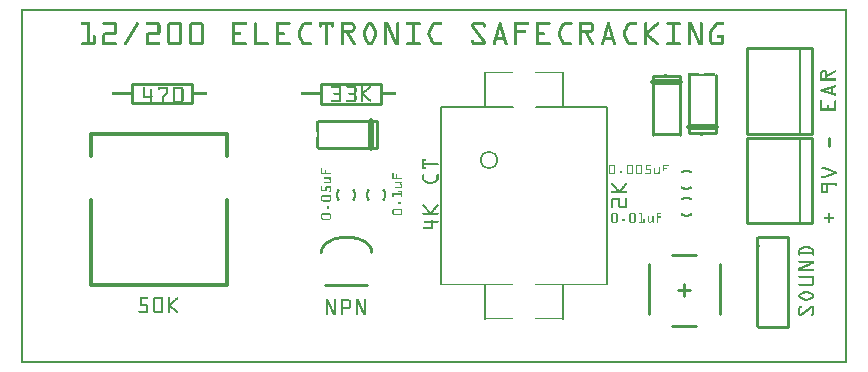
<source format=gto>
G04 MADE WITH FRITZING*
G04 WWW.FRITZING.ORG*
G04 DOUBLE SIDED*
G04 HOLES PLATED*
G04 CONTOUR ON CENTER OF CONTOUR VECTOR*
%ASAXBY*%
%FSLAX23Y23*%
%MOIN*%
%OFA0B0*%
%SFA1.0B1.0*%
%ADD10C,0.060921X0.0509212*%
%ADD11C,0.010000*%
%ADD12C,0.005000*%
%ADD13C,0.020000*%
%ADD14C,0.012500*%
%ADD15R,0.001000X0.001000*%
%LNSILK1*%
G90*
G70*
G54D10*
X1560Y676D03*
G54D11*
X372Y932D02*
X572Y932D01*
D02*
X572Y932D02*
X572Y866D01*
D02*
X572Y866D02*
X372Y866D01*
D02*
X372Y866D02*
X372Y932D01*
G54D12*
D02*
X1402Y853D02*
X1402Y263D01*
D02*
X1953Y263D02*
X1953Y853D01*
D02*
X1548Y855D02*
X1548Y968D01*
D02*
X1808Y968D02*
X1808Y854D01*
D02*
X1548Y262D02*
X1548Y148D01*
D02*
X1808Y148D02*
X1808Y262D01*
G54D11*
D02*
X1002Y931D02*
X1202Y931D01*
D02*
X1202Y931D02*
X1202Y865D01*
D02*
X1202Y865D02*
X1002Y865D01*
D02*
X1002Y865D02*
X1002Y931D01*
D02*
X1186Y716D02*
X991Y716D01*
D02*
X991Y806D02*
X1186Y806D01*
D02*
X1186Y806D02*
X1186Y716D01*
G54D13*
D02*
X1166Y806D02*
X1166Y716D01*
G54D11*
D02*
X2226Y767D02*
X2226Y962D01*
D02*
X2316Y962D02*
X2316Y767D01*
D02*
X2316Y767D02*
X2226Y767D01*
G54D13*
D02*
X2316Y787D02*
X2226Y787D01*
G54D11*
D02*
X2196Y956D02*
X2196Y761D01*
D02*
X2106Y761D02*
X2106Y956D01*
D02*
X2106Y956D02*
X2196Y956D01*
G54D13*
D02*
X2106Y936D02*
X2196Y936D01*
G54D11*
D02*
X2420Y751D02*
X2420Y466D01*
D02*
X2420Y466D02*
X2636Y466D01*
D02*
X2636Y466D02*
X2636Y751D01*
D02*
X2636Y751D02*
X2420Y751D01*
G54D12*
D02*
X2596Y466D02*
X2596Y751D01*
G54D11*
D02*
X1155Y261D02*
X1015Y261D01*
D02*
X2458Y122D02*
X2558Y122D01*
D02*
X2558Y122D02*
X2558Y422D01*
D02*
X2558Y422D02*
X2458Y422D01*
D02*
X2172Y361D02*
X2250Y361D01*
D02*
X2093Y164D02*
X2093Y331D01*
D02*
X2329Y164D02*
X2329Y331D01*
D02*
X2172Y125D02*
X2250Y125D01*
D02*
X2191Y243D02*
X2231Y243D01*
D02*
X2211Y263D02*
X2211Y223D01*
D02*
X2420Y1051D02*
X2420Y765D01*
D02*
X2420Y765D02*
X2636Y765D01*
D02*
X2636Y765D02*
X2636Y1051D01*
D02*
X2636Y1051D02*
X2420Y1051D01*
G54D12*
D02*
X2596Y765D02*
X2596Y1051D01*
G54D14*
X234Y692D02*
X234Y764D01*
X687Y764D01*
X687Y692D01*
D02*
X687Y544D02*
X687Y262D01*
X234Y262D01*
X234Y544D01*
D02*
G54D15*
X0Y1181D02*
X2754Y1181D01*
X0Y1180D02*
X2754Y1180D01*
X0Y1179D02*
X2754Y1179D01*
X0Y1178D02*
X2754Y1178D01*
X0Y1177D02*
X2754Y1177D01*
X0Y1176D02*
X2754Y1176D01*
X0Y1175D02*
X2754Y1175D01*
X0Y1174D02*
X2754Y1174D01*
X0Y1173D02*
X7Y1173D01*
X2747Y1173D02*
X2754Y1173D01*
X0Y1172D02*
X7Y1172D01*
X2747Y1172D02*
X2754Y1172D01*
X0Y1171D02*
X7Y1171D01*
X2747Y1171D02*
X2754Y1171D01*
X0Y1170D02*
X7Y1170D01*
X2747Y1170D02*
X2754Y1170D01*
X0Y1169D02*
X7Y1169D01*
X2747Y1169D02*
X2754Y1169D01*
X0Y1168D02*
X7Y1168D01*
X2747Y1168D02*
X2754Y1168D01*
X0Y1167D02*
X7Y1167D01*
X2747Y1167D02*
X2754Y1167D01*
X0Y1166D02*
X7Y1166D01*
X2747Y1166D02*
X2754Y1166D01*
X0Y1165D02*
X7Y1165D01*
X2747Y1165D02*
X2754Y1165D01*
X0Y1164D02*
X7Y1164D01*
X2747Y1164D02*
X2754Y1164D01*
X0Y1163D02*
X7Y1163D01*
X2747Y1163D02*
X2754Y1163D01*
X0Y1162D02*
X7Y1162D01*
X2747Y1162D02*
X2754Y1162D01*
X0Y1161D02*
X7Y1161D01*
X2747Y1161D02*
X2754Y1161D01*
X0Y1160D02*
X7Y1160D01*
X2747Y1160D02*
X2754Y1160D01*
X0Y1159D02*
X7Y1159D01*
X2747Y1159D02*
X2754Y1159D01*
X0Y1158D02*
X7Y1158D01*
X2747Y1158D02*
X2754Y1158D01*
X0Y1157D02*
X7Y1157D01*
X2747Y1157D02*
X2754Y1157D01*
X0Y1156D02*
X7Y1156D01*
X2747Y1156D02*
X2754Y1156D01*
X0Y1155D02*
X7Y1155D01*
X2747Y1155D02*
X2754Y1155D01*
X0Y1154D02*
X7Y1154D01*
X2747Y1154D02*
X2754Y1154D01*
X0Y1153D02*
X7Y1153D01*
X2747Y1153D02*
X2754Y1153D01*
X0Y1152D02*
X7Y1152D01*
X2747Y1152D02*
X2754Y1152D01*
X0Y1151D02*
X7Y1151D01*
X2747Y1151D02*
X2754Y1151D01*
X0Y1150D02*
X7Y1150D01*
X2747Y1150D02*
X2754Y1150D01*
X0Y1149D02*
X7Y1149D01*
X2747Y1149D02*
X2754Y1149D01*
X0Y1148D02*
X7Y1148D01*
X2747Y1148D02*
X2754Y1148D01*
X0Y1147D02*
X7Y1147D01*
X2747Y1147D02*
X2754Y1147D01*
X0Y1146D02*
X7Y1146D01*
X2747Y1146D02*
X2754Y1146D01*
X0Y1145D02*
X7Y1145D01*
X2747Y1145D02*
X2754Y1145D01*
X0Y1144D02*
X7Y1144D01*
X2747Y1144D02*
X2754Y1144D01*
X0Y1143D02*
X7Y1143D01*
X2747Y1143D02*
X2754Y1143D01*
X0Y1142D02*
X7Y1142D01*
X2747Y1142D02*
X2754Y1142D01*
X0Y1141D02*
X7Y1141D01*
X2747Y1141D02*
X2754Y1141D01*
X0Y1140D02*
X7Y1140D01*
X2747Y1140D02*
X2754Y1140D01*
X0Y1139D02*
X7Y1139D01*
X2747Y1139D02*
X2754Y1139D01*
X0Y1138D02*
X7Y1138D01*
X2747Y1138D02*
X2754Y1138D01*
X0Y1137D02*
X7Y1137D01*
X203Y1137D02*
X229Y1137D01*
X276Y1137D02*
X313Y1137D01*
X387Y1137D02*
X390Y1137D01*
X420Y1137D02*
X458Y1137D01*
X497Y1137D02*
X530Y1137D01*
X569Y1137D02*
X602Y1137D01*
X706Y1137D02*
X751Y1137D01*
X782Y1137D02*
X784Y1137D01*
X851Y1137D02*
X896Y1137D01*
X946Y1137D02*
X968Y1137D01*
X995Y1137D02*
X1044Y1137D01*
X1067Y1137D02*
X1104Y1137D01*
X1162Y1137D02*
X1166Y1137D01*
X1212Y1137D02*
X1224Y1137D01*
X1255Y1137D02*
X1257Y1137D01*
X1288Y1137D02*
X1329Y1137D01*
X1380Y1137D02*
X1401Y1137D01*
X1510Y1137D02*
X1539Y1137D01*
X1596Y1137D02*
X1599Y1137D01*
X1646Y1137D02*
X1691Y1137D01*
X1718Y1137D02*
X1763Y1137D01*
X1813Y1137D02*
X1835Y1137D01*
X1862Y1137D02*
X1899Y1137D01*
X1958Y1137D02*
X1960Y1137D01*
X2030Y1137D02*
X2052Y1137D01*
X2083Y1137D02*
X2085Y1137D01*
X2122Y1137D02*
X2124Y1137D01*
X2155Y1137D02*
X2196Y1137D01*
X2224Y1137D02*
X2236Y1137D01*
X2267Y1137D02*
X2269Y1137D01*
X2323Y1137D02*
X2341Y1137D01*
X2747Y1137D02*
X2754Y1137D01*
X0Y1136D02*
X7Y1136D01*
X202Y1136D02*
X229Y1136D01*
X274Y1136D02*
X316Y1136D01*
X386Y1136D02*
X391Y1136D01*
X419Y1136D02*
X460Y1136D01*
X494Y1136D02*
X532Y1136D01*
X567Y1136D02*
X605Y1136D01*
X706Y1136D02*
X753Y1136D01*
X780Y1136D02*
X785Y1136D01*
X850Y1136D02*
X897Y1136D01*
X943Y1136D02*
X970Y1136D01*
X995Y1136D02*
X1044Y1136D01*
X1067Y1136D02*
X1107Y1136D01*
X1159Y1136D02*
X1169Y1136D01*
X1212Y1136D02*
X1225Y1136D01*
X1253Y1136D02*
X1259Y1136D01*
X1286Y1136D02*
X1331Y1136D01*
X1376Y1136D02*
X1403Y1136D01*
X1507Y1136D02*
X1542Y1136D01*
X1595Y1136D02*
X1600Y1136D01*
X1645Y1136D02*
X1692Y1136D01*
X1718Y1136D02*
X1765Y1136D01*
X1810Y1136D02*
X1837Y1136D01*
X1862Y1136D02*
X1902Y1136D01*
X1956Y1136D02*
X1962Y1136D01*
X2027Y1136D02*
X2054Y1136D01*
X2081Y1136D02*
X2086Y1136D01*
X2120Y1136D02*
X2126Y1136D01*
X2153Y1136D02*
X2198Y1136D01*
X2224Y1136D02*
X2236Y1136D01*
X2265Y1136D02*
X2271Y1136D01*
X2319Y1136D02*
X2343Y1136D01*
X2747Y1136D02*
X2754Y1136D01*
X0Y1135D02*
X7Y1135D01*
X201Y1135D02*
X229Y1135D01*
X273Y1135D02*
X317Y1135D01*
X385Y1135D02*
X392Y1135D01*
X418Y1135D02*
X462Y1135D01*
X493Y1135D02*
X534Y1135D01*
X565Y1135D02*
X606Y1135D01*
X706Y1135D02*
X754Y1135D01*
X779Y1135D02*
X786Y1135D01*
X850Y1135D02*
X898Y1135D01*
X941Y1135D02*
X970Y1135D01*
X995Y1135D02*
X1044Y1135D01*
X1067Y1135D02*
X1109Y1135D01*
X1157Y1135D02*
X1171Y1135D01*
X1212Y1135D02*
X1225Y1135D01*
X1252Y1135D02*
X1260Y1135D01*
X1285Y1135D02*
X1332Y1135D01*
X1374Y1135D02*
X1404Y1135D01*
X1505Y1135D02*
X1543Y1135D01*
X1594Y1135D02*
X1601Y1135D01*
X1645Y1135D02*
X1693Y1135D01*
X1718Y1135D02*
X1765Y1135D01*
X1808Y1135D02*
X1838Y1135D01*
X1862Y1135D02*
X1904Y1135D01*
X1955Y1135D02*
X1963Y1135D01*
X2025Y1135D02*
X2055Y1135D01*
X2080Y1135D02*
X2087Y1135D01*
X2119Y1135D02*
X2127Y1135D01*
X2152Y1135D02*
X2199Y1135D01*
X2224Y1135D02*
X2237Y1135D01*
X2264Y1135D02*
X2271Y1135D01*
X2318Y1135D02*
X2344Y1135D01*
X2747Y1135D02*
X2754Y1135D01*
X0Y1134D02*
X7Y1134D01*
X200Y1134D02*
X229Y1134D01*
X273Y1134D02*
X318Y1134D01*
X384Y1134D02*
X393Y1134D01*
X417Y1134D02*
X463Y1134D01*
X492Y1134D02*
X535Y1134D01*
X564Y1134D02*
X607Y1134D01*
X706Y1134D02*
X754Y1134D01*
X778Y1134D02*
X787Y1134D01*
X850Y1134D02*
X899Y1134D01*
X939Y1134D02*
X971Y1134D01*
X995Y1134D02*
X1044Y1134D01*
X1067Y1134D02*
X1110Y1134D01*
X1156Y1134D02*
X1172Y1134D01*
X1212Y1134D02*
X1225Y1134D01*
X1252Y1134D02*
X1260Y1134D01*
X1284Y1134D02*
X1332Y1134D01*
X1373Y1134D02*
X1405Y1134D01*
X1504Y1134D02*
X1545Y1134D01*
X1593Y1134D02*
X1602Y1134D01*
X1645Y1134D02*
X1694Y1134D01*
X1718Y1134D02*
X1766Y1134D01*
X1806Y1134D02*
X1838Y1134D01*
X1862Y1134D02*
X1905Y1134D01*
X1955Y1134D02*
X1963Y1134D01*
X2023Y1134D02*
X2055Y1134D01*
X2079Y1134D02*
X2088Y1134D01*
X2118Y1134D02*
X2127Y1134D01*
X2152Y1134D02*
X2200Y1134D01*
X2224Y1134D02*
X2237Y1134D01*
X2264Y1134D02*
X2272Y1134D01*
X2316Y1134D02*
X2344Y1134D01*
X2747Y1134D02*
X2754Y1134D01*
X0Y1133D02*
X7Y1133D01*
X200Y1133D02*
X229Y1133D01*
X272Y1133D02*
X319Y1133D01*
X384Y1133D02*
X393Y1133D01*
X417Y1133D02*
X464Y1133D01*
X491Y1133D02*
X536Y1133D01*
X563Y1133D02*
X608Y1133D01*
X706Y1133D02*
X754Y1133D01*
X778Y1133D02*
X787Y1133D01*
X850Y1133D02*
X899Y1133D01*
X938Y1133D02*
X971Y1133D01*
X995Y1133D02*
X1044Y1133D01*
X1067Y1133D02*
X1111Y1133D01*
X1155Y1133D02*
X1173Y1133D01*
X1212Y1133D02*
X1226Y1133D01*
X1252Y1133D02*
X1260Y1133D01*
X1284Y1133D02*
X1333Y1133D01*
X1372Y1133D02*
X1405Y1133D01*
X1503Y1133D02*
X1546Y1133D01*
X1593Y1133D02*
X1602Y1133D01*
X1645Y1133D02*
X1694Y1133D01*
X1718Y1133D02*
X1766Y1133D01*
X1805Y1133D02*
X1839Y1133D01*
X1862Y1133D02*
X1906Y1133D01*
X1954Y1133D02*
X1963Y1133D01*
X2022Y1133D02*
X2055Y1133D01*
X2079Y1133D02*
X2088Y1133D01*
X2117Y1133D02*
X2128Y1133D01*
X2151Y1133D02*
X2200Y1133D01*
X2224Y1133D02*
X2238Y1133D01*
X2263Y1133D02*
X2272Y1133D01*
X2315Y1133D02*
X2344Y1133D01*
X2747Y1133D02*
X2754Y1133D01*
X0Y1132D02*
X7Y1132D01*
X200Y1132D02*
X229Y1132D01*
X272Y1132D02*
X320Y1132D01*
X383Y1132D02*
X393Y1132D01*
X417Y1132D02*
X464Y1132D01*
X490Y1132D02*
X536Y1132D01*
X563Y1132D02*
X609Y1132D01*
X706Y1132D02*
X755Y1132D01*
X778Y1132D02*
X787Y1132D01*
X850Y1132D02*
X899Y1132D01*
X937Y1132D02*
X971Y1132D01*
X995Y1132D02*
X1044Y1132D01*
X1067Y1132D02*
X1112Y1132D01*
X1154Y1132D02*
X1174Y1132D01*
X1212Y1132D02*
X1226Y1132D01*
X1251Y1132D02*
X1261Y1132D01*
X1284Y1132D02*
X1333Y1132D01*
X1371Y1132D02*
X1405Y1132D01*
X1503Y1132D02*
X1547Y1132D01*
X1593Y1132D02*
X1602Y1132D01*
X1645Y1132D02*
X1694Y1132D01*
X1718Y1132D02*
X1766Y1132D01*
X1804Y1132D02*
X1839Y1132D01*
X1862Y1132D02*
X1907Y1132D01*
X1954Y1132D02*
X1964Y1132D01*
X2021Y1132D02*
X2055Y1132D01*
X2079Y1132D02*
X2088Y1132D01*
X2116Y1132D02*
X2128Y1132D01*
X2151Y1132D02*
X2200Y1132D01*
X2224Y1132D02*
X2238Y1132D01*
X2263Y1132D02*
X2272Y1132D01*
X2314Y1132D02*
X2345Y1132D01*
X2747Y1132D02*
X2754Y1132D01*
X0Y1131D02*
X7Y1131D01*
X200Y1131D02*
X229Y1131D01*
X272Y1131D02*
X320Y1131D01*
X383Y1131D02*
X393Y1131D01*
X417Y1131D02*
X465Y1131D01*
X490Y1131D02*
X537Y1131D01*
X562Y1131D02*
X609Y1131D01*
X706Y1131D02*
X754Y1131D01*
X778Y1131D02*
X787Y1131D01*
X850Y1131D02*
X899Y1131D01*
X936Y1131D02*
X971Y1131D01*
X995Y1131D02*
X1044Y1131D01*
X1067Y1131D02*
X1113Y1131D01*
X1153Y1131D02*
X1174Y1131D01*
X1212Y1131D02*
X1227Y1131D01*
X1251Y1131D02*
X1261Y1131D01*
X1284Y1131D02*
X1333Y1131D01*
X1370Y1131D02*
X1405Y1131D01*
X1502Y1131D02*
X1547Y1131D01*
X1592Y1131D02*
X1603Y1131D01*
X1645Y1131D02*
X1694Y1131D01*
X1718Y1131D02*
X1766Y1131D01*
X1804Y1131D02*
X1838Y1131D01*
X1862Y1131D02*
X1908Y1131D01*
X1954Y1131D02*
X1964Y1131D01*
X2020Y1131D02*
X2055Y1131D01*
X2079Y1131D02*
X2088Y1131D01*
X2114Y1131D02*
X2128Y1131D01*
X2152Y1131D02*
X2200Y1131D01*
X2224Y1131D02*
X2239Y1131D01*
X2263Y1131D02*
X2272Y1131D01*
X2313Y1131D02*
X2344Y1131D01*
X2747Y1131D02*
X2754Y1131D01*
X0Y1130D02*
X7Y1130D01*
X201Y1130D02*
X229Y1130D01*
X273Y1130D02*
X321Y1130D01*
X382Y1130D02*
X393Y1130D01*
X417Y1130D02*
X465Y1130D01*
X489Y1130D02*
X537Y1130D01*
X562Y1130D02*
X610Y1130D01*
X706Y1130D02*
X754Y1130D01*
X778Y1130D02*
X787Y1130D01*
X850Y1130D02*
X899Y1130D01*
X936Y1130D02*
X971Y1130D01*
X995Y1130D02*
X1044Y1130D01*
X1067Y1130D02*
X1114Y1130D01*
X1153Y1130D02*
X1175Y1130D01*
X1212Y1130D02*
X1227Y1130D01*
X1251Y1130D02*
X1261Y1130D01*
X1285Y1130D02*
X1332Y1130D01*
X1369Y1130D02*
X1404Y1130D01*
X1502Y1130D02*
X1548Y1130D01*
X1592Y1130D02*
X1603Y1130D01*
X1645Y1130D02*
X1694Y1130D01*
X1718Y1130D02*
X1766Y1130D01*
X1803Y1130D02*
X1838Y1130D01*
X1862Y1130D02*
X1909Y1130D01*
X1953Y1130D02*
X1964Y1130D01*
X2020Y1130D02*
X2055Y1130D01*
X2079Y1130D02*
X2088Y1130D01*
X2113Y1130D02*
X2127Y1130D01*
X2152Y1130D02*
X2199Y1130D01*
X2224Y1130D02*
X2239Y1130D01*
X2263Y1130D02*
X2272Y1130D01*
X2313Y1130D02*
X2344Y1130D01*
X2747Y1130D02*
X2754Y1130D01*
X0Y1129D02*
X7Y1129D01*
X201Y1129D02*
X229Y1129D01*
X273Y1129D02*
X321Y1129D01*
X381Y1129D02*
X392Y1129D01*
X418Y1129D02*
X465Y1129D01*
X489Y1129D02*
X538Y1129D01*
X561Y1129D02*
X610Y1129D01*
X706Y1129D02*
X753Y1129D01*
X778Y1129D02*
X787Y1129D01*
X850Y1129D02*
X898Y1129D01*
X935Y1129D02*
X970Y1129D01*
X995Y1129D02*
X1044Y1129D01*
X1067Y1129D02*
X1114Y1129D01*
X1152Y1129D02*
X1176Y1129D01*
X1212Y1129D02*
X1228Y1129D01*
X1251Y1129D02*
X1261Y1129D01*
X1285Y1129D02*
X1332Y1129D01*
X1369Y1129D02*
X1404Y1129D01*
X1501Y1129D02*
X1549Y1129D01*
X1592Y1129D02*
X1603Y1129D01*
X1645Y1129D02*
X1693Y1129D01*
X1718Y1129D02*
X1765Y1129D01*
X1802Y1129D02*
X1837Y1129D01*
X1862Y1129D02*
X1909Y1129D01*
X1953Y1129D02*
X1965Y1129D01*
X2019Y1129D02*
X2054Y1129D01*
X2079Y1129D02*
X2088Y1129D01*
X2112Y1129D02*
X2126Y1129D01*
X2153Y1129D02*
X2199Y1129D01*
X2224Y1129D02*
X2239Y1129D01*
X2263Y1129D02*
X2272Y1129D01*
X2312Y1129D02*
X2343Y1129D01*
X2747Y1129D02*
X2754Y1129D01*
X0Y1128D02*
X7Y1128D01*
X202Y1128D02*
X229Y1128D01*
X275Y1128D02*
X321Y1128D01*
X381Y1128D02*
X392Y1128D01*
X419Y1128D02*
X465Y1128D01*
X489Y1128D02*
X538Y1128D01*
X561Y1128D02*
X610Y1128D01*
X706Y1128D02*
X752Y1128D01*
X778Y1128D02*
X787Y1128D01*
X850Y1128D02*
X897Y1128D01*
X935Y1128D02*
X969Y1128D01*
X995Y1128D02*
X1044Y1128D01*
X1067Y1128D02*
X1115Y1128D01*
X1152Y1128D02*
X1176Y1128D01*
X1212Y1128D02*
X1228Y1128D01*
X1251Y1128D02*
X1261Y1128D01*
X1286Y1128D02*
X1330Y1128D01*
X1368Y1128D02*
X1403Y1128D01*
X1501Y1128D02*
X1549Y1128D01*
X1591Y1128D02*
X1603Y1128D01*
X1645Y1128D02*
X1692Y1128D01*
X1718Y1128D02*
X1764Y1128D01*
X1802Y1128D02*
X1836Y1128D01*
X1862Y1128D02*
X1910Y1128D01*
X1953Y1128D02*
X1965Y1128D01*
X2019Y1128D02*
X2053Y1128D01*
X2079Y1128D02*
X2088Y1128D01*
X2111Y1128D02*
X2126Y1128D01*
X2154Y1128D02*
X2198Y1128D01*
X2224Y1128D02*
X2240Y1128D01*
X2263Y1128D02*
X2272Y1128D01*
X2311Y1128D02*
X2342Y1128D01*
X2747Y1128D02*
X2754Y1128D01*
X0Y1127D02*
X7Y1127D01*
X220Y1127D02*
X229Y1127D01*
X312Y1127D02*
X321Y1127D01*
X380Y1127D02*
X391Y1127D01*
X456Y1127D02*
X466Y1127D01*
X489Y1127D02*
X498Y1127D01*
X528Y1127D02*
X538Y1127D01*
X561Y1127D02*
X571Y1127D01*
X601Y1127D02*
X610Y1127D01*
X706Y1127D02*
X715Y1127D01*
X778Y1127D02*
X787Y1127D01*
X850Y1127D02*
X860Y1127D01*
X934Y1127D02*
X946Y1127D01*
X995Y1127D02*
X1004Y1127D01*
X1015Y1127D02*
X1024Y1127D01*
X1034Y1127D02*
X1044Y1127D01*
X1067Y1127D02*
X1077Y1127D01*
X1103Y1127D02*
X1115Y1127D01*
X1151Y1127D02*
X1162Y1127D01*
X1165Y1127D02*
X1177Y1127D01*
X1212Y1127D02*
X1229Y1127D01*
X1251Y1127D02*
X1261Y1127D01*
X1304Y1127D02*
X1313Y1127D01*
X1368Y1127D02*
X1380Y1127D01*
X1501Y1127D02*
X1511Y1127D01*
X1538Y1127D02*
X1549Y1127D01*
X1591Y1127D02*
X1604Y1127D01*
X1645Y1127D02*
X1655Y1127D01*
X1718Y1127D02*
X1727Y1127D01*
X1801Y1127D02*
X1814Y1127D01*
X1862Y1127D02*
X1872Y1127D01*
X1898Y1127D02*
X1910Y1127D01*
X1953Y1127D02*
X1965Y1127D01*
X2018Y1127D02*
X2031Y1127D01*
X2079Y1127D02*
X2088Y1127D01*
X2110Y1127D02*
X2124Y1127D01*
X2171Y1127D02*
X2180Y1127D01*
X2224Y1127D02*
X2240Y1127D01*
X2263Y1127D02*
X2272Y1127D01*
X2310Y1127D02*
X2323Y1127D01*
X2747Y1127D02*
X2754Y1127D01*
X0Y1126D02*
X7Y1126D01*
X220Y1126D02*
X229Y1126D01*
X312Y1126D02*
X321Y1126D01*
X380Y1126D02*
X390Y1126D01*
X456Y1126D02*
X466Y1126D01*
X489Y1126D02*
X498Y1126D01*
X529Y1126D02*
X538Y1126D01*
X561Y1126D02*
X570Y1126D01*
X601Y1126D02*
X610Y1126D01*
X706Y1126D02*
X715Y1126D01*
X778Y1126D02*
X787Y1126D01*
X850Y1126D02*
X859Y1126D01*
X934Y1126D02*
X945Y1126D01*
X995Y1126D02*
X1004Y1126D01*
X1015Y1126D02*
X1024Y1126D01*
X1035Y1126D02*
X1044Y1126D01*
X1067Y1126D02*
X1076Y1126D01*
X1105Y1126D02*
X1115Y1126D01*
X1151Y1126D02*
X1161Y1126D01*
X1166Y1126D02*
X1177Y1126D01*
X1212Y1126D02*
X1229Y1126D01*
X1251Y1126D02*
X1261Y1126D01*
X1304Y1126D02*
X1313Y1126D01*
X1367Y1126D02*
X1378Y1126D01*
X1501Y1126D02*
X1510Y1126D01*
X1540Y1126D02*
X1549Y1126D01*
X1591Y1126D02*
X1604Y1126D01*
X1645Y1126D02*
X1654Y1126D01*
X1718Y1126D02*
X1727Y1126D01*
X1801Y1126D02*
X1812Y1126D01*
X1862Y1126D02*
X1871Y1126D01*
X1900Y1126D02*
X1910Y1126D01*
X1952Y1126D02*
X1965Y1126D01*
X2018Y1126D02*
X2029Y1126D01*
X2079Y1126D02*
X2088Y1126D01*
X2109Y1126D02*
X2123Y1126D01*
X2171Y1126D02*
X2180Y1126D01*
X2224Y1126D02*
X2241Y1126D01*
X2263Y1126D02*
X2272Y1126D01*
X2309Y1126D02*
X2321Y1126D01*
X2747Y1126D02*
X2754Y1126D01*
X0Y1125D02*
X7Y1125D01*
X220Y1125D02*
X229Y1125D01*
X312Y1125D02*
X321Y1125D01*
X379Y1125D02*
X390Y1125D01*
X456Y1125D02*
X466Y1125D01*
X489Y1125D02*
X498Y1125D01*
X529Y1125D02*
X538Y1125D01*
X561Y1125D02*
X570Y1125D01*
X601Y1125D02*
X610Y1125D01*
X706Y1125D02*
X715Y1125D01*
X778Y1125D02*
X787Y1125D01*
X850Y1125D02*
X859Y1125D01*
X933Y1125D02*
X944Y1125D01*
X995Y1125D02*
X1004Y1125D01*
X1015Y1125D02*
X1024Y1125D01*
X1035Y1125D02*
X1044Y1125D01*
X1067Y1125D02*
X1076Y1125D01*
X1106Y1125D02*
X1116Y1125D01*
X1150Y1125D02*
X1160Y1125D01*
X1167Y1125D02*
X1178Y1125D01*
X1212Y1125D02*
X1229Y1125D01*
X1251Y1125D02*
X1261Y1125D01*
X1304Y1125D02*
X1313Y1125D01*
X1367Y1125D02*
X1377Y1125D01*
X1501Y1125D02*
X1510Y1125D01*
X1540Y1125D02*
X1550Y1125D01*
X1591Y1125D02*
X1604Y1125D01*
X1645Y1125D02*
X1654Y1125D01*
X1718Y1125D02*
X1727Y1125D01*
X1800Y1125D02*
X1811Y1125D01*
X1862Y1125D02*
X1871Y1125D01*
X1901Y1125D02*
X1911Y1125D01*
X1952Y1125D02*
X1966Y1125D01*
X2017Y1125D02*
X2028Y1125D01*
X2079Y1125D02*
X2088Y1125D01*
X2107Y1125D02*
X2122Y1125D01*
X2171Y1125D02*
X2180Y1125D01*
X2224Y1125D02*
X2241Y1125D01*
X2263Y1125D02*
X2272Y1125D01*
X2309Y1125D02*
X2321Y1125D01*
X2747Y1125D02*
X2754Y1125D01*
X0Y1124D02*
X7Y1124D01*
X220Y1124D02*
X229Y1124D01*
X312Y1124D02*
X321Y1124D01*
X378Y1124D02*
X389Y1124D01*
X456Y1124D02*
X466Y1124D01*
X489Y1124D02*
X498Y1124D01*
X529Y1124D02*
X538Y1124D01*
X561Y1124D02*
X570Y1124D01*
X601Y1124D02*
X610Y1124D01*
X706Y1124D02*
X715Y1124D01*
X778Y1124D02*
X787Y1124D01*
X850Y1124D02*
X859Y1124D01*
X933Y1124D02*
X943Y1124D01*
X995Y1124D02*
X1004Y1124D01*
X1015Y1124D02*
X1024Y1124D01*
X1035Y1124D02*
X1044Y1124D01*
X1067Y1124D02*
X1076Y1124D01*
X1106Y1124D02*
X1116Y1124D01*
X1150Y1124D02*
X1160Y1124D01*
X1168Y1124D02*
X1178Y1124D01*
X1212Y1124D02*
X1230Y1124D01*
X1251Y1124D02*
X1261Y1124D01*
X1304Y1124D02*
X1313Y1124D01*
X1366Y1124D02*
X1377Y1124D01*
X1501Y1124D02*
X1511Y1124D01*
X1540Y1124D02*
X1550Y1124D01*
X1590Y1124D02*
X1605Y1124D01*
X1645Y1124D02*
X1654Y1124D01*
X1718Y1124D02*
X1727Y1124D01*
X1800Y1124D02*
X1810Y1124D01*
X1862Y1124D02*
X1871Y1124D01*
X1901Y1124D02*
X1911Y1124D01*
X1952Y1124D02*
X1966Y1124D01*
X2017Y1124D02*
X2027Y1124D01*
X2079Y1124D02*
X2088Y1124D01*
X2106Y1124D02*
X2121Y1124D01*
X2171Y1124D02*
X2180Y1124D01*
X2224Y1124D02*
X2242Y1124D01*
X2263Y1124D02*
X2272Y1124D01*
X2308Y1124D02*
X2320Y1124D01*
X2747Y1124D02*
X2754Y1124D01*
X0Y1123D02*
X7Y1123D01*
X220Y1123D02*
X229Y1123D01*
X312Y1123D02*
X321Y1123D01*
X378Y1123D02*
X389Y1123D01*
X456Y1123D02*
X466Y1123D01*
X489Y1123D02*
X498Y1123D01*
X529Y1123D02*
X538Y1123D01*
X561Y1123D02*
X570Y1123D01*
X601Y1123D02*
X610Y1123D01*
X706Y1123D02*
X715Y1123D01*
X778Y1123D02*
X787Y1123D01*
X850Y1123D02*
X859Y1123D01*
X932Y1123D02*
X943Y1123D01*
X995Y1123D02*
X1004Y1123D01*
X1015Y1123D02*
X1024Y1123D01*
X1035Y1123D02*
X1044Y1123D01*
X1067Y1123D02*
X1076Y1123D01*
X1107Y1123D02*
X1116Y1123D01*
X1149Y1123D02*
X1159Y1123D01*
X1168Y1123D02*
X1179Y1123D01*
X1212Y1123D02*
X1230Y1123D01*
X1251Y1123D02*
X1261Y1123D01*
X1304Y1123D02*
X1313Y1123D01*
X1366Y1123D02*
X1376Y1123D01*
X1501Y1123D02*
X1512Y1123D01*
X1541Y1123D02*
X1549Y1123D01*
X1590Y1123D02*
X1605Y1123D01*
X1645Y1123D02*
X1654Y1123D01*
X1718Y1123D02*
X1727Y1123D01*
X1799Y1123D02*
X1810Y1123D01*
X1862Y1123D02*
X1871Y1123D01*
X1902Y1123D02*
X1911Y1123D01*
X1951Y1123D02*
X1966Y1123D01*
X2016Y1123D02*
X2027Y1123D01*
X2079Y1123D02*
X2088Y1123D01*
X2105Y1123D02*
X2120Y1123D01*
X2171Y1123D02*
X2180Y1123D01*
X2224Y1123D02*
X2242Y1123D01*
X2263Y1123D02*
X2272Y1123D01*
X2307Y1123D02*
X2319Y1123D01*
X2747Y1123D02*
X2754Y1123D01*
X0Y1122D02*
X7Y1122D01*
X220Y1122D02*
X229Y1122D01*
X312Y1122D02*
X321Y1122D01*
X377Y1122D02*
X388Y1122D01*
X456Y1122D02*
X466Y1122D01*
X489Y1122D02*
X498Y1122D01*
X529Y1122D02*
X538Y1122D01*
X561Y1122D02*
X570Y1122D01*
X601Y1122D02*
X610Y1122D01*
X706Y1122D02*
X715Y1122D01*
X778Y1122D02*
X787Y1122D01*
X850Y1122D02*
X859Y1122D01*
X932Y1122D02*
X942Y1122D01*
X995Y1122D02*
X1004Y1122D01*
X1015Y1122D02*
X1024Y1122D01*
X1035Y1122D02*
X1043Y1122D01*
X1067Y1122D02*
X1076Y1122D01*
X1107Y1122D02*
X1116Y1122D01*
X1149Y1122D02*
X1159Y1122D01*
X1169Y1122D02*
X1179Y1122D01*
X1212Y1122D02*
X1231Y1122D01*
X1251Y1122D02*
X1261Y1122D01*
X1304Y1122D02*
X1313Y1122D01*
X1365Y1122D02*
X1376Y1122D01*
X1502Y1122D02*
X1513Y1122D01*
X1541Y1122D02*
X1549Y1122D01*
X1590Y1122D02*
X1605Y1122D01*
X1645Y1122D02*
X1654Y1122D01*
X1718Y1122D02*
X1727Y1122D01*
X1799Y1122D02*
X1809Y1122D01*
X1862Y1122D02*
X1871Y1122D01*
X1902Y1122D02*
X1911Y1122D01*
X1951Y1122D02*
X1967Y1122D01*
X2016Y1122D02*
X2026Y1122D01*
X2079Y1122D02*
X2088Y1122D01*
X2104Y1122D02*
X2119Y1122D01*
X2171Y1122D02*
X2180Y1122D01*
X2224Y1122D02*
X2243Y1122D01*
X2263Y1122D02*
X2272Y1122D01*
X2306Y1122D02*
X2318Y1122D01*
X2747Y1122D02*
X2754Y1122D01*
X0Y1121D02*
X7Y1121D01*
X220Y1121D02*
X229Y1121D01*
X312Y1121D02*
X321Y1121D01*
X377Y1121D02*
X387Y1121D01*
X456Y1121D02*
X466Y1121D01*
X489Y1121D02*
X498Y1121D01*
X529Y1121D02*
X538Y1121D01*
X561Y1121D02*
X570Y1121D01*
X601Y1121D02*
X610Y1121D01*
X706Y1121D02*
X715Y1121D01*
X778Y1121D02*
X787Y1121D01*
X850Y1121D02*
X859Y1121D01*
X931Y1121D02*
X942Y1121D01*
X996Y1121D02*
X1003Y1121D01*
X1015Y1121D02*
X1024Y1121D01*
X1036Y1121D02*
X1043Y1121D01*
X1067Y1121D02*
X1076Y1121D01*
X1107Y1121D02*
X1116Y1121D01*
X1148Y1121D02*
X1158Y1121D01*
X1169Y1121D02*
X1180Y1121D01*
X1212Y1121D02*
X1231Y1121D01*
X1251Y1121D02*
X1261Y1121D01*
X1304Y1121D02*
X1313Y1121D01*
X1365Y1121D02*
X1375Y1121D01*
X1502Y1121D02*
X1513Y1121D01*
X1541Y1121D02*
X1549Y1121D01*
X1589Y1121D02*
X1606Y1121D01*
X1645Y1121D02*
X1654Y1121D01*
X1718Y1121D02*
X1727Y1121D01*
X1798Y1121D02*
X1809Y1121D01*
X1862Y1121D02*
X1871Y1121D01*
X1902Y1121D02*
X1911Y1121D01*
X1951Y1121D02*
X1967Y1121D01*
X2015Y1121D02*
X2026Y1121D01*
X2079Y1121D02*
X2088Y1121D01*
X2103Y1121D02*
X2117Y1121D01*
X2171Y1121D02*
X2180Y1121D01*
X2224Y1121D02*
X2243Y1121D01*
X2263Y1121D02*
X2272Y1121D01*
X2306Y1121D02*
X2317Y1121D01*
X2747Y1121D02*
X2754Y1121D01*
X0Y1120D02*
X7Y1120D01*
X220Y1120D02*
X229Y1120D01*
X312Y1120D02*
X321Y1120D01*
X376Y1120D02*
X387Y1120D01*
X456Y1120D02*
X466Y1120D01*
X489Y1120D02*
X498Y1120D01*
X529Y1120D02*
X538Y1120D01*
X561Y1120D02*
X570Y1120D01*
X601Y1120D02*
X610Y1120D01*
X706Y1120D02*
X715Y1120D01*
X778Y1120D02*
X787Y1120D01*
X850Y1120D02*
X859Y1120D01*
X931Y1120D02*
X941Y1120D01*
X997Y1120D02*
X1002Y1120D01*
X1015Y1120D02*
X1024Y1120D01*
X1036Y1120D02*
X1042Y1120D01*
X1067Y1120D02*
X1076Y1120D01*
X1107Y1120D02*
X1116Y1120D01*
X1148Y1120D02*
X1158Y1120D01*
X1170Y1120D02*
X1180Y1120D01*
X1212Y1120D02*
X1232Y1120D01*
X1251Y1120D02*
X1261Y1120D01*
X1304Y1120D02*
X1313Y1120D01*
X1364Y1120D02*
X1375Y1120D01*
X1502Y1120D02*
X1514Y1120D01*
X1542Y1120D02*
X1548Y1120D01*
X1589Y1120D02*
X1606Y1120D01*
X1645Y1120D02*
X1654Y1120D01*
X1718Y1120D02*
X1727Y1120D01*
X1798Y1120D02*
X1808Y1120D01*
X1862Y1120D02*
X1871Y1120D01*
X1902Y1120D02*
X1911Y1120D01*
X1950Y1120D02*
X1967Y1120D01*
X2015Y1120D02*
X2025Y1120D01*
X2079Y1120D02*
X2088Y1120D01*
X2102Y1120D02*
X2116Y1120D01*
X2171Y1120D02*
X2180Y1120D01*
X2224Y1120D02*
X2243Y1120D01*
X2263Y1120D02*
X2272Y1120D01*
X2305Y1120D02*
X2317Y1120D01*
X2747Y1120D02*
X2754Y1120D01*
X0Y1119D02*
X7Y1119D01*
X220Y1119D02*
X229Y1119D01*
X312Y1119D02*
X321Y1119D01*
X376Y1119D02*
X386Y1119D01*
X456Y1119D02*
X466Y1119D01*
X489Y1119D02*
X498Y1119D01*
X529Y1119D02*
X538Y1119D01*
X561Y1119D02*
X570Y1119D01*
X601Y1119D02*
X610Y1119D01*
X706Y1119D02*
X715Y1119D01*
X778Y1119D02*
X787Y1119D01*
X850Y1119D02*
X859Y1119D01*
X930Y1119D02*
X941Y1119D01*
X998Y1119D02*
X1001Y1119D01*
X1015Y1119D02*
X1024Y1119D01*
X1038Y1119D02*
X1040Y1119D01*
X1067Y1119D02*
X1076Y1119D01*
X1107Y1119D02*
X1116Y1119D01*
X1147Y1119D02*
X1157Y1119D01*
X1170Y1119D02*
X1181Y1119D01*
X1212Y1119D02*
X1232Y1119D01*
X1251Y1119D02*
X1261Y1119D01*
X1304Y1119D02*
X1313Y1119D01*
X1364Y1119D02*
X1374Y1119D01*
X1503Y1119D02*
X1515Y1119D01*
X1544Y1119D02*
X1546Y1119D01*
X1589Y1119D02*
X1606Y1119D01*
X1645Y1119D02*
X1654Y1119D01*
X1718Y1119D02*
X1727Y1119D01*
X1797Y1119D02*
X1808Y1119D01*
X1862Y1119D02*
X1871Y1119D01*
X1902Y1119D02*
X1911Y1119D01*
X1950Y1119D02*
X1967Y1119D01*
X2014Y1119D02*
X2025Y1119D01*
X2079Y1119D02*
X2088Y1119D01*
X2100Y1119D02*
X2115Y1119D01*
X2171Y1119D02*
X2180Y1119D01*
X2224Y1119D02*
X2244Y1119D01*
X2263Y1119D02*
X2272Y1119D01*
X2304Y1119D02*
X2316Y1119D01*
X2747Y1119D02*
X2754Y1119D01*
X0Y1118D02*
X7Y1118D01*
X220Y1118D02*
X229Y1118D01*
X312Y1118D02*
X321Y1118D01*
X375Y1118D02*
X386Y1118D01*
X456Y1118D02*
X466Y1118D01*
X489Y1118D02*
X498Y1118D01*
X529Y1118D02*
X538Y1118D01*
X561Y1118D02*
X570Y1118D01*
X601Y1118D02*
X610Y1118D01*
X706Y1118D02*
X715Y1118D01*
X778Y1118D02*
X787Y1118D01*
X850Y1118D02*
X859Y1118D01*
X930Y1118D02*
X940Y1118D01*
X1015Y1118D02*
X1024Y1118D01*
X1067Y1118D02*
X1076Y1118D01*
X1107Y1118D02*
X1116Y1118D01*
X1147Y1118D02*
X1157Y1118D01*
X1171Y1118D02*
X1181Y1118D01*
X1212Y1118D02*
X1232Y1118D01*
X1251Y1118D02*
X1261Y1118D01*
X1304Y1118D02*
X1313Y1118D01*
X1363Y1118D02*
X1374Y1118D01*
X1504Y1118D02*
X1516Y1118D01*
X1589Y1118D02*
X1606Y1118D01*
X1645Y1118D02*
X1654Y1118D01*
X1718Y1118D02*
X1727Y1118D01*
X1797Y1118D02*
X1807Y1118D01*
X1862Y1118D02*
X1871Y1118D01*
X1902Y1118D02*
X1911Y1118D01*
X1950Y1118D02*
X1968Y1118D01*
X2014Y1118D02*
X2024Y1118D01*
X2079Y1118D02*
X2088Y1118D01*
X2099Y1118D02*
X2114Y1118D01*
X2171Y1118D02*
X2180Y1118D01*
X2224Y1118D02*
X2244Y1118D01*
X2263Y1118D02*
X2272Y1118D01*
X2303Y1118D02*
X2315Y1118D01*
X2747Y1118D02*
X2754Y1118D01*
X0Y1117D02*
X7Y1117D01*
X220Y1117D02*
X229Y1117D01*
X312Y1117D02*
X321Y1117D01*
X374Y1117D02*
X385Y1117D01*
X456Y1117D02*
X466Y1117D01*
X489Y1117D02*
X498Y1117D01*
X529Y1117D02*
X538Y1117D01*
X561Y1117D02*
X570Y1117D01*
X601Y1117D02*
X610Y1117D01*
X706Y1117D02*
X715Y1117D01*
X778Y1117D02*
X787Y1117D01*
X850Y1117D02*
X859Y1117D01*
X929Y1117D02*
X940Y1117D01*
X1015Y1117D02*
X1024Y1117D01*
X1067Y1117D02*
X1076Y1117D01*
X1107Y1117D02*
X1116Y1117D01*
X1146Y1117D02*
X1156Y1117D01*
X1171Y1117D02*
X1182Y1117D01*
X1212Y1117D02*
X1221Y1117D01*
X1223Y1117D02*
X1233Y1117D01*
X1251Y1117D02*
X1261Y1117D01*
X1304Y1117D02*
X1313Y1117D01*
X1363Y1117D02*
X1373Y1117D01*
X1505Y1117D02*
X1517Y1117D01*
X1588Y1117D02*
X1607Y1117D01*
X1645Y1117D02*
X1654Y1117D01*
X1718Y1117D02*
X1727Y1117D01*
X1796Y1117D02*
X1807Y1117D01*
X1862Y1117D02*
X1871Y1117D01*
X1902Y1117D02*
X1911Y1117D01*
X1950Y1117D02*
X1968Y1117D01*
X2013Y1117D02*
X2024Y1117D01*
X2079Y1117D02*
X2088Y1117D01*
X2098Y1117D02*
X2113Y1117D01*
X2171Y1117D02*
X2180Y1117D01*
X2224Y1117D02*
X2233Y1117D01*
X2235Y1117D02*
X2245Y1117D01*
X2263Y1117D02*
X2272Y1117D01*
X2302Y1117D02*
X2314Y1117D01*
X2747Y1117D02*
X2754Y1117D01*
X0Y1116D02*
X7Y1116D01*
X220Y1116D02*
X229Y1116D01*
X312Y1116D02*
X321Y1116D01*
X374Y1116D02*
X385Y1116D01*
X456Y1116D02*
X466Y1116D01*
X489Y1116D02*
X498Y1116D01*
X529Y1116D02*
X538Y1116D01*
X561Y1116D02*
X570Y1116D01*
X601Y1116D02*
X610Y1116D01*
X706Y1116D02*
X715Y1116D01*
X778Y1116D02*
X787Y1116D01*
X850Y1116D02*
X859Y1116D01*
X929Y1116D02*
X939Y1116D01*
X1015Y1116D02*
X1024Y1116D01*
X1067Y1116D02*
X1076Y1116D01*
X1107Y1116D02*
X1116Y1116D01*
X1146Y1116D02*
X1156Y1116D01*
X1172Y1116D02*
X1182Y1116D01*
X1212Y1116D02*
X1221Y1116D01*
X1223Y1116D02*
X1233Y1116D01*
X1251Y1116D02*
X1261Y1116D01*
X1304Y1116D02*
X1313Y1116D01*
X1362Y1116D02*
X1373Y1116D01*
X1505Y1116D02*
X1517Y1116D01*
X1588Y1116D02*
X1607Y1116D01*
X1645Y1116D02*
X1654Y1116D01*
X1718Y1116D02*
X1727Y1116D01*
X1796Y1116D02*
X1806Y1116D01*
X1862Y1116D02*
X1871Y1116D01*
X1902Y1116D02*
X1911Y1116D01*
X1949Y1116D02*
X1968Y1116D01*
X2013Y1116D02*
X2023Y1116D01*
X2079Y1116D02*
X2088Y1116D01*
X2097Y1116D02*
X2112Y1116D01*
X2171Y1116D02*
X2180Y1116D01*
X2224Y1116D02*
X2233Y1116D01*
X2235Y1116D02*
X2245Y1116D01*
X2263Y1116D02*
X2272Y1116D01*
X2302Y1116D02*
X2313Y1116D01*
X2747Y1116D02*
X2754Y1116D01*
X0Y1115D02*
X7Y1115D01*
X220Y1115D02*
X229Y1115D01*
X312Y1115D02*
X321Y1115D01*
X373Y1115D02*
X384Y1115D01*
X456Y1115D02*
X466Y1115D01*
X489Y1115D02*
X498Y1115D01*
X529Y1115D02*
X538Y1115D01*
X561Y1115D02*
X570Y1115D01*
X601Y1115D02*
X610Y1115D01*
X706Y1115D02*
X715Y1115D01*
X778Y1115D02*
X787Y1115D01*
X850Y1115D02*
X859Y1115D01*
X928Y1115D02*
X939Y1115D01*
X1015Y1115D02*
X1024Y1115D01*
X1067Y1115D02*
X1076Y1115D01*
X1106Y1115D02*
X1116Y1115D01*
X1145Y1115D02*
X1155Y1115D01*
X1172Y1115D02*
X1183Y1115D01*
X1212Y1115D02*
X1221Y1115D01*
X1224Y1115D02*
X1234Y1115D01*
X1251Y1115D02*
X1261Y1115D01*
X1304Y1115D02*
X1313Y1115D01*
X1362Y1115D02*
X1372Y1115D01*
X1506Y1115D02*
X1518Y1115D01*
X1588Y1115D02*
X1607Y1115D01*
X1645Y1115D02*
X1654Y1115D01*
X1718Y1115D02*
X1727Y1115D01*
X1796Y1115D02*
X1806Y1115D01*
X1862Y1115D02*
X1871Y1115D01*
X1901Y1115D02*
X1911Y1115D01*
X1949Y1115D02*
X1969Y1115D01*
X2012Y1115D02*
X2023Y1115D01*
X2079Y1115D02*
X2088Y1115D01*
X2096Y1115D02*
X2110Y1115D01*
X2171Y1115D02*
X2180Y1115D01*
X2224Y1115D02*
X2233Y1115D01*
X2236Y1115D02*
X2246Y1115D01*
X2263Y1115D02*
X2272Y1115D01*
X2301Y1115D02*
X2313Y1115D01*
X2747Y1115D02*
X2754Y1115D01*
X0Y1114D02*
X7Y1114D01*
X220Y1114D02*
X229Y1114D01*
X312Y1114D02*
X321Y1114D01*
X373Y1114D02*
X383Y1114D01*
X456Y1114D02*
X466Y1114D01*
X489Y1114D02*
X498Y1114D01*
X529Y1114D02*
X538Y1114D01*
X561Y1114D02*
X570Y1114D01*
X601Y1114D02*
X610Y1114D01*
X706Y1114D02*
X715Y1114D01*
X778Y1114D02*
X787Y1114D01*
X850Y1114D02*
X859Y1114D01*
X928Y1114D02*
X938Y1114D01*
X1015Y1114D02*
X1024Y1114D01*
X1067Y1114D02*
X1076Y1114D01*
X1106Y1114D02*
X1116Y1114D01*
X1145Y1114D02*
X1155Y1114D01*
X1173Y1114D02*
X1183Y1114D01*
X1212Y1114D02*
X1221Y1114D01*
X1224Y1114D02*
X1234Y1114D01*
X1251Y1114D02*
X1261Y1114D01*
X1304Y1114D02*
X1313Y1114D01*
X1361Y1114D02*
X1372Y1114D01*
X1507Y1114D02*
X1519Y1114D01*
X1587Y1114D02*
X1608Y1114D01*
X1645Y1114D02*
X1654Y1114D01*
X1718Y1114D02*
X1727Y1114D01*
X1795Y1114D02*
X1805Y1114D01*
X1862Y1114D02*
X1871Y1114D01*
X1901Y1114D02*
X1911Y1114D01*
X1949Y1114D02*
X1969Y1114D01*
X2012Y1114D02*
X2022Y1114D01*
X2079Y1114D02*
X2088Y1114D01*
X2095Y1114D02*
X2109Y1114D01*
X2171Y1114D02*
X2180Y1114D01*
X2224Y1114D02*
X2233Y1114D01*
X2236Y1114D02*
X2246Y1114D01*
X2263Y1114D02*
X2272Y1114D01*
X2300Y1114D02*
X2312Y1114D01*
X2747Y1114D02*
X2754Y1114D01*
X0Y1113D02*
X7Y1113D01*
X220Y1113D02*
X229Y1113D01*
X312Y1113D02*
X321Y1113D01*
X372Y1113D02*
X383Y1113D01*
X456Y1113D02*
X466Y1113D01*
X489Y1113D02*
X498Y1113D01*
X529Y1113D02*
X538Y1113D01*
X561Y1113D02*
X570Y1113D01*
X601Y1113D02*
X610Y1113D01*
X706Y1113D02*
X715Y1113D01*
X778Y1113D02*
X787Y1113D01*
X850Y1113D02*
X859Y1113D01*
X927Y1113D02*
X938Y1113D01*
X1015Y1113D02*
X1024Y1113D01*
X1067Y1113D02*
X1076Y1113D01*
X1105Y1113D02*
X1115Y1113D01*
X1144Y1113D02*
X1154Y1113D01*
X1173Y1113D02*
X1184Y1113D01*
X1212Y1113D02*
X1221Y1113D01*
X1225Y1113D02*
X1235Y1113D01*
X1251Y1113D02*
X1261Y1113D01*
X1304Y1113D02*
X1313Y1113D01*
X1361Y1113D02*
X1371Y1113D01*
X1508Y1113D02*
X1520Y1113D01*
X1587Y1113D02*
X1608Y1113D01*
X1645Y1113D02*
X1654Y1113D01*
X1718Y1113D02*
X1727Y1113D01*
X1795Y1113D02*
X1805Y1113D01*
X1862Y1113D02*
X1871Y1113D01*
X1900Y1113D02*
X1910Y1113D01*
X1948Y1113D02*
X1958Y1113D01*
X1960Y1113D02*
X1969Y1113D01*
X2011Y1113D02*
X2022Y1113D01*
X2079Y1113D02*
X2088Y1113D01*
X2093Y1113D02*
X2108Y1113D01*
X2171Y1113D02*
X2180Y1113D01*
X2224Y1113D02*
X2233Y1113D01*
X2236Y1113D02*
X2247Y1113D01*
X2263Y1113D02*
X2272Y1113D01*
X2299Y1113D02*
X2311Y1113D01*
X2747Y1113D02*
X2754Y1113D01*
X0Y1112D02*
X7Y1112D01*
X220Y1112D02*
X229Y1112D01*
X312Y1112D02*
X321Y1112D01*
X371Y1112D02*
X382Y1112D01*
X456Y1112D02*
X466Y1112D01*
X489Y1112D02*
X498Y1112D01*
X529Y1112D02*
X538Y1112D01*
X561Y1112D02*
X570Y1112D01*
X601Y1112D02*
X610Y1112D01*
X706Y1112D02*
X715Y1112D01*
X778Y1112D02*
X787Y1112D01*
X850Y1112D02*
X859Y1112D01*
X927Y1112D02*
X937Y1112D01*
X1015Y1112D02*
X1024Y1112D01*
X1067Y1112D02*
X1077Y1112D01*
X1103Y1112D02*
X1115Y1112D01*
X1144Y1112D02*
X1154Y1112D01*
X1174Y1112D02*
X1184Y1112D01*
X1212Y1112D02*
X1221Y1112D01*
X1225Y1112D02*
X1235Y1112D01*
X1251Y1112D02*
X1261Y1112D01*
X1304Y1112D02*
X1313Y1112D01*
X1360Y1112D02*
X1371Y1112D01*
X1508Y1112D02*
X1520Y1112D01*
X1587Y1112D02*
X1596Y1112D01*
X1599Y1112D02*
X1608Y1112D01*
X1645Y1112D02*
X1655Y1112D01*
X1718Y1112D02*
X1727Y1112D01*
X1794Y1112D02*
X1804Y1112D01*
X1862Y1112D02*
X1872Y1112D01*
X1898Y1112D02*
X1910Y1112D01*
X1948Y1112D02*
X1958Y1112D01*
X1960Y1112D02*
X1969Y1112D01*
X2011Y1112D02*
X2021Y1112D01*
X2079Y1112D02*
X2088Y1112D01*
X2092Y1112D02*
X2107Y1112D01*
X2171Y1112D02*
X2180Y1112D01*
X2224Y1112D02*
X2233Y1112D01*
X2237Y1112D02*
X2247Y1112D01*
X2263Y1112D02*
X2272Y1112D01*
X2299Y1112D02*
X2310Y1112D01*
X2747Y1112D02*
X2754Y1112D01*
X0Y1111D02*
X7Y1111D01*
X220Y1111D02*
X229Y1111D01*
X312Y1111D02*
X321Y1111D01*
X371Y1111D02*
X382Y1111D01*
X456Y1111D02*
X466Y1111D01*
X489Y1111D02*
X498Y1111D01*
X529Y1111D02*
X538Y1111D01*
X561Y1111D02*
X570Y1111D01*
X601Y1111D02*
X610Y1111D01*
X706Y1111D02*
X715Y1111D01*
X778Y1111D02*
X787Y1111D01*
X850Y1111D02*
X859Y1111D01*
X926Y1111D02*
X937Y1111D01*
X1015Y1111D02*
X1024Y1111D01*
X1067Y1111D02*
X1115Y1111D01*
X1143Y1111D02*
X1153Y1111D01*
X1174Y1111D02*
X1185Y1111D01*
X1212Y1111D02*
X1221Y1111D01*
X1225Y1111D02*
X1236Y1111D01*
X1251Y1111D02*
X1261Y1111D01*
X1304Y1111D02*
X1313Y1111D01*
X1360Y1111D02*
X1370Y1111D01*
X1509Y1111D02*
X1521Y1111D01*
X1586Y1111D02*
X1596Y1111D01*
X1599Y1111D02*
X1608Y1111D01*
X1645Y1111D02*
X1682Y1111D01*
X1718Y1111D02*
X1727Y1111D01*
X1794Y1111D02*
X1804Y1111D01*
X1862Y1111D02*
X1910Y1111D01*
X1948Y1111D02*
X1957Y1111D01*
X1960Y1111D02*
X1970Y1111D01*
X2010Y1111D02*
X2021Y1111D01*
X2079Y1111D02*
X2088Y1111D01*
X2091Y1111D02*
X2106Y1111D01*
X2171Y1111D02*
X2180Y1111D01*
X2224Y1111D02*
X2233Y1111D01*
X2237Y1111D02*
X2247Y1111D01*
X2263Y1111D02*
X2272Y1111D01*
X2298Y1111D02*
X2310Y1111D01*
X2747Y1111D02*
X2754Y1111D01*
X0Y1110D02*
X7Y1110D01*
X220Y1110D02*
X229Y1110D01*
X312Y1110D02*
X321Y1110D01*
X370Y1110D02*
X381Y1110D01*
X456Y1110D02*
X466Y1110D01*
X489Y1110D02*
X498Y1110D01*
X529Y1110D02*
X538Y1110D01*
X561Y1110D02*
X570Y1110D01*
X601Y1110D02*
X610Y1110D01*
X706Y1110D02*
X715Y1110D01*
X778Y1110D02*
X787Y1110D01*
X850Y1110D02*
X859Y1110D01*
X926Y1110D02*
X936Y1110D01*
X1015Y1110D02*
X1024Y1110D01*
X1067Y1110D02*
X1114Y1110D01*
X1143Y1110D02*
X1153Y1110D01*
X1175Y1110D02*
X1185Y1110D01*
X1212Y1110D02*
X1221Y1110D01*
X1226Y1110D02*
X1236Y1110D01*
X1251Y1110D02*
X1261Y1110D01*
X1304Y1110D02*
X1313Y1110D01*
X1359Y1110D02*
X1370Y1110D01*
X1510Y1110D02*
X1522Y1110D01*
X1586Y1110D02*
X1596Y1110D01*
X1599Y1110D02*
X1609Y1110D01*
X1645Y1110D02*
X1683Y1110D01*
X1718Y1110D02*
X1727Y1110D01*
X1793Y1110D02*
X1803Y1110D01*
X1862Y1110D02*
X1909Y1110D01*
X1948Y1110D02*
X1957Y1110D01*
X1961Y1110D02*
X1970Y1110D01*
X2010Y1110D02*
X2020Y1110D01*
X2079Y1110D02*
X2088Y1110D01*
X2090Y1110D02*
X2105Y1110D01*
X2171Y1110D02*
X2180Y1110D01*
X2224Y1110D02*
X2233Y1110D01*
X2238Y1110D02*
X2248Y1110D01*
X2263Y1110D02*
X2272Y1110D01*
X2298Y1110D02*
X2309Y1110D01*
X2747Y1110D02*
X2754Y1110D01*
X0Y1109D02*
X7Y1109D01*
X220Y1109D02*
X229Y1109D01*
X312Y1109D02*
X321Y1109D01*
X370Y1109D02*
X380Y1109D01*
X456Y1109D02*
X466Y1109D01*
X489Y1109D02*
X498Y1109D01*
X529Y1109D02*
X538Y1109D01*
X561Y1109D02*
X570Y1109D01*
X601Y1109D02*
X610Y1109D01*
X706Y1109D02*
X715Y1109D01*
X778Y1109D02*
X787Y1109D01*
X850Y1109D02*
X859Y1109D01*
X925Y1109D02*
X936Y1109D01*
X1015Y1109D02*
X1024Y1109D01*
X1067Y1109D02*
X1114Y1109D01*
X1142Y1109D02*
X1152Y1109D01*
X1175Y1109D02*
X1186Y1109D01*
X1212Y1109D02*
X1221Y1109D01*
X1226Y1109D02*
X1236Y1109D01*
X1251Y1109D02*
X1261Y1109D01*
X1304Y1109D02*
X1313Y1109D01*
X1359Y1109D02*
X1369Y1109D01*
X1511Y1109D02*
X1523Y1109D01*
X1586Y1109D02*
X1595Y1109D01*
X1599Y1109D02*
X1609Y1109D01*
X1645Y1109D02*
X1684Y1109D01*
X1718Y1109D02*
X1727Y1109D01*
X1793Y1109D02*
X1803Y1109D01*
X1862Y1109D02*
X1909Y1109D01*
X1947Y1109D02*
X1957Y1109D01*
X1961Y1109D02*
X1970Y1109D01*
X2009Y1109D02*
X2020Y1109D01*
X2079Y1109D02*
X2103Y1109D01*
X2171Y1109D02*
X2180Y1109D01*
X2224Y1109D02*
X2233Y1109D01*
X2238Y1109D02*
X2248Y1109D01*
X2263Y1109D02*
X2272Y1109D01*
X2297Y1109D02*
X2308Y1109D01*
X2747Y1109D02*
X2754Y1109D01*
X0Y1108D02*
X7Y1108D01*
X220Y1108D02*
X229Y1108D01*
X312Y1108D02*
X321Y1108D01*
X369Y1108D02*
X380Y1108D01*
X456Y1108D02*
X466Y1108D01*
X489Y1108D02*
X498Y1108D01*
X529Y1108D02*
X538Y1108D01*
X561Y1108D02*
X570Y1108D01*
X601Y1108D02*
X610Y1108D01*
X706Y1108D02*
X715Y1108D01*
X778Y1108D02*
X787Y1108D01*
X850Y1108D02*
X859Y1108D01*
X925Y1108D02*
X935Y1108D01*
X1015Y1108D02*
X1024Y1108D01*
X1067Y1108D02*
X1113Y1108D01*
X1142Y1108D02*
X1152Y1108D01*
X1176Y1108D02*
X1186Y1108D01*
X1212Y1108D02*
X1221Y1108D01*
X1227Y1108D02*
X1237Y1108D01*
X1251Y1108D02*
X1261Y1108D01*
X1304Y1108D02*
X1313Y1108D01*
X1358Y1108D02*
X1369Y1108D01*
X1512Y1108D02*
X1524Y1108D01*
X1586Y1108D02*
X1595Y1108D01*
X1600Y1108D02*
X1609Y1108D01*
X1645Y1108D02*
X1684Y1108D01*
X1718Y1108D02*
X1727Y1108D01*
X1792Y1108D02*
X1802Y1108D01*
X1862Y1108D02*
X1908Y1108D01*
X1947Y1108D02*
X1956Y1108D01*
X1961Y1108D02*
X1971Y1108D01*
X2009Y1108D02*
X2019Y1108D01*
X2079Y1108D02*
X2102Y1108D01*
X2171Y1108D02*
X2180Y1108D01*
X2224Y1108D02*
X2233Y1108D01*
X2239Y1108D02*
X2249Y1108D01*
X2263Y1108D02*
X2272Y1108D01*
X2297Y1108D02*
X2307Y1108D01*
X2747Y1108D02*
X2754Y1108D01*
X0Y1107D02*
X7Y1107D01*
X220Y1107D02*
X229Y1107D01*
X312Y1107D02*
X321Y1107D01*
X369Y1107D02*
X379Y1107D01*
X456Y1107D02*
X466Y1107D01*
X489Y1107D02*
X498Y1107D01*
X529Y1107D02*
X538Y1107D01*
X561Y1107D02*
X570Y1107D01*
X601Y1107D02*
X610Y1107D01*
X706Y1107D02*
X715Y1107D01*
X778Y1107D02*
X787Y1107D01*
X850Y1107D02*
X859Y1107D01*
X924Y1107D02*
X935Y1107D01*
X1015Y1107D02*
X1024Y1107D01*
X1067Y1107D02*
X1112Y1107D01*
X1141Y1107D02*
X1151Y1107D01*
X1176Y1107D02*
X1186Y1107D01*
X1212Y1107D02*
X1221Y1107D01*
X1227Y1107D02*
X1237Y1107D01*
X1251Y1107D02*
X1261Y1107D01*
X1304Y1107D02*
X1313Y1107D01*
X1358Y1107D02*
X1368Y1107D01*
X1512Y1107D02*
X1524Y1107D01*
X1585Y1107D02*
X1595Y1107D01*
X1600Y1107D02*
X1610Y1107D01*
X1645Y1107D02*
X1684Y1107D01*
X1718Y1107D02*
X1727Y1107D01*
X1792Y1107D02*
X1802Y1107D01*
X1862Y1107D02*
X1907Y1107D01*
X1947Y1107D02*
X1956Y1107D01*
X1961Y1107D02*
X1971Y1107D01*
X2008Y1107D02*
X2019Y1107D01*
X2079Y1107D02*
X2101Y1107D01*
X2171Y1107D02*
X2180Y1107D01*
X2224Y1107D02*
X2233Y1107D01*
X2239Y1107D02*
X2249Y1107D01*
X2263Y1107D02*
X2272Y1107D01*
X2297Y1107D02*
X2307Y1107D01*
X2747Y1107D02*
X2754Y1107D01*
X0Y1106D02*
X7Y1106D01*
X220Y1106D02*
X229Y1106D01*
X312Y1106D02*
X321Y1106D01*
X368Y1106D02*
X379Y1106D01*
X456Y1106D02*
X466Y1106D01*
X489Y1106D02*
X498Y1106D01*
X529Y1106D02*
X538Y1106D01*
X561Y1106D02*
X570Y1106D01*
X601Y1106D02*
X610Y1106D01*
X706Y1106D02*
X715Y1106D01*
X778Y1106D02*
X787Y1106D01*
X850Y1106D02*
X859Y1106D01*
X924Y1106D02*
X934Y1106D01*
X1015Y1106D02*
X1024Y1106D01*
X1067Y1106D02*
X1111Y1106D01*
X1141Y1106D02*
X1151Y1106D01*
X1177Y1106D02*
X1187Y1106D01*
X1212Y1106D02*
X1221Y1106D01*
X1228Y1106D02*
X1238Y1106D01*
X1251Y1106D02*
X1261Y1106D01*
X1304Y1106D02*
X1313Y1106D01*
X1358Y1106D02*
X1368Y1106D01*
X1513Y1106D02*
X1525Y1106D01*
X1585Y1106D02*
X1595Y1106D01*
X1600Y1106D02*
X1610Y1106D01*
X1645Y1106D02*
X1684Y1106D01*
X1718Y1106D02*
X1727Y1106D01*
X1791Y1106D02*
X1801Y1106D01*
X1862Y1106D02*
X1906Y1106D01*
X1946Y1106D02*
X1956Y1106D01*
X1962Y1106D02*
X1971Y1106D01*
X2008Y1106D02*
X2018Y1106D01*
X2079Y1106D02*
X2100Y1106D01*
X2171Y1106D02*
X2180Y1106D01*
X2224Y1106D02*
X2233Y1106D01*
X2239Y1106D02*
X2250Y1106D01*
X2263Y1106D02*
X2272Y1106D01*
X2296Y1106D02*
X2306Y1106D01*
X2747Y1106D02*
X2754Y1106D01*
X0Y1105D02*
X7Y1105D01*
X220Y1105D02*
X229Y1105D01*
X312Y1105D02*
X321Y1105D01*
X367Y1105D02*
X378Y1105D01*
X456Y1105D02*
X466Y1105D01*
X489Y1105D02*
X498Y1105D01*
X529Y1105D02*
X538Y1105D01*
X561Y1105D02*
X570Y1105D01*
X601Y1105D02*
X610Y1105D01*
X706Y1105D02*
X715Y1105D01*
X778Y1105D02*
X787Y1105D01*
X850Y1105D02*
X859Y1105D01*
X924Y1105D02*
X934Y1105D01*
X1015Y1105D02*
X1024Y1105D01*
X1067Y1105D02*
X1110Y1105D01*
X1141Y1105D02*
X1150Y1105D01*
X1177Y1105D02*
X1187Y1105D01*
X1212Y1105D02*
X1221Y1105D01*
X1228Y1105D02*
X1238Y1105D01*
X1251Y1105D02*
X1261Y1105D01*
X1304Y1105D02*
X1313Y1105D01*
X1357Y1105D02*
X1367Y1105D01*
X1514Y1105D02*
X1526Y1105D01*
X1585Y1105D02*
X1594Y1105D01*
X1601Y1105D02*
X1610Y1105D01*
X1645Y1105D02*
X1684Y1105D01*
X1718Y1105D02*
X1727Y1105D01*
X1791Y1105D02*
X1801Y1105D01*
X1862Y1105D02*
X1905Y1105D01*
X1946Y1105D02*
X1956Y1105D01*
X1962Y1105D02*
X1972Y1105D01*
X2008Y1105D02*
X2018Y1105D01*
X2079Y1105D02*
X2099Y1105D01*
X2171Y1105D02*
X2180Y1105D01*
X2224Y1105D02*
X2233Y1105D01*
X2240Y1105D02*
X2250Y1105D01*
X2263Y1105D02*
X2272Y1105D01*
X2296Y1105D02*
X2306Y1105D01*
X2747Y1105D02*
X2754Y1105D01*
X0Y1104D02*
X7Y1104D01*
X220Y1104D02*
X229Y1104D01*
X312Y1104D02*
X321Y1104D01*
X367Y1104D02*
X378Y1104D01*
X456Y1104D02*
X466Y1104D01*
X489Y1104D02*
X498Y1104D01*
X529Y1104D02*
X538Y1104D01*
X561Y1104D02*
X570Y1104D01*
X601Y1104D02*
X610Y1104D01*
X706Y1104D02*
X715Y1104D01*
X778Y1104D02*
X787Y1104D01*
X850Y1104D02*
X859Y1104D01*
X923Y1104D02*
X933Y1104D01*
X1015Y1104D02*
X1024Y1104D01*
X1067Y1104D02*
X1109Y1104D01*
X1140Y1104D02*
X1150Y1104D01*
X1178Y1104D02*
X1187Y1104D01*
X1212Y1104D02*
X1221Y1104D01*
X1229Y1104D02*
X1239Y1104D01*
X1251Y1104D02*
X1261Y1104D01*
X1304Y1104D02*
X1313Y1104D01*
X1357Y1104D02*
X1367Y1104D01*
X1515Y1104D02*
X1527Y1104D01*
X1584Y1104D02*
X1594Y1104D01*
X1601Y1104D02*
X1610Y1104D01*
X1645Y1104D02*
X1683Y1104D01*
X1718Y1104D02*
X1727Y1104D01*
X1791Y1104D02*
X1800Y1104D01*
X1862Y1104D02*
X1904Y1104D01*
X1946Y1104D02*
X1955Y1104D01*
X1962Y1104D02*
X1972Y1104D01*
X2008Y1104D02*
X2017Y1104D01*
X2079Y1104D02*
X2097Y1104D01*
X2171Y1104D02*
X2180Y1104D01*
X2224Y1104D02*
X2233Y1104D01*
X2240Y1104D02*
X2250Y1104D01*
X2263Y1104D02*
X2272Y1104D01*
X2296Y1104D02*
X2305Y1104D01*
X2747Y1104D02*
X2754Y1104D01*
X0Y1103D02*
X7Y1103D01*
X220Y1103D02*
X229Y1103D01*
X280Y1103D02*
X321Y1103D01*
X366Y1103D02*
X377Y1103D01*
X425Y1103D02*
X466Y1103D01*
X489Y1103D02*
X498Y1103D01*
X529Y1103D02*
X538Y1103D01*
X561Y1103D02*
X570Y1103D01*
X601Y1103D02*
X610Y1103D01*
X706Y1103D02*
X732Y1103D01*
X778Y1103D02*
X787Y1103D01*
X850Y1103D02*
X876Y1103D01*
X923Y1103D02*
X933Y1103D01*
X1015Y1103D02*
X1024Y1103D01*
X1067Y1103D02*
X1107Y1103D01*
X1140Y1103D02*
X1150Y1103D01*
X1178Y1103D02*
X1188Y1103D01*
X1212Y1103D02*
X1221Y1103D01*
X1229Y1103D02*
X1239Y1103D01*
X1251Y1103D02*
X1261Y1103D01*
X1304Y1103D02*
X1313Y1103D01*
X1357Y1103D02*
X1366Y1103D01*
X1515Y1103D02*
X1527Y1103D01*
X1584Y1103D02*
X1594Y1103D01*
X1601Y1103D02*
X1611Y1103D01*
X1645Y1103D02*
X1682Y1103D01*
X1718Y1103D02*
X1743Y1103D01*
X1790Y1103D02*
X1800Y1103D01*
X1862Y1103D02*
X1902Y1103D01*
X1945Y1103D02*
X1955Y1103D01*
X1963Y1103D02*
X1972Y1103D01*
X2007Y1103D02*
X2017Y1103D01*
X2079Y1103D02*
X2096Y1103D01*
X2171Y1103D02*
X2180Y1103D01*
X2224Y1103D02*
X2233Y1103D01*
X2241Y1103D02*
X2251Y1103D01*
X2263Y1103D02*
X2272Y1103D01*
X2296Y1103D02*
X2305Y1103D01*
X2747Y1103D02*
X2754Y1103D01*
X0Y1102D02*
X7Y1102D01*
X220Y1102D02*
X229Y1102D01*
X277Y1102D02*
X321Y1102D01*
X366Y1102D02*
X376Y1102D01*
X422Y1102D02*
X465Y1102D01*
X489Y1102D02*
X498Y1102D01*
X529Y1102D02*
X538Y1102D01*
X561Y1102D02*
X570Y1102D01*
X601Y1102D02*
X610Y1102D01*
X706Y1102D02*
X733Y1102D01*
X778Y1102D02*
X787Y1102D01*
X850Y1102D02*
X878Y1102D01*
X923Y1102D02*
X932Y1102D01*
X1015Y1102D02*
X1024Y1102D01*
X1067Y1102D02*
X1104Y1102D01*
X1140Y1102D02*
X1149Y1102D01*
X1179Y1102D02*
X1188Y1102D01*
X1212Y1102D02*
X1221Y1102D01*
X1229Y1102D02*
X1240Y1102D01*
X1251Y1102D02*
X1261Y1102D01*
X1304Y1102D02*
X1313Y1102D01*
X1357Y1102D02*
X1366Y1102D01*
X1516Y1102D02*
X1528Y1102D01*
X1584Y1102D02*
X1593Y1102D01*
X1602Y1102D02*
X1611Y1102D01*
X1645Y1102D02*
X1681Y1102D01*
X1718Y1102D02*
X1745Y1102D01*
X1790Y1102D02*
X1800Y1102D01*
X1862Y1102D02*
X1899Y1102D01*
X1945Y1102D02*
X1955Y1102D01*
X1963Y1102D02*
X1972Y1102D01*
X2007Y1102D02*
X2016Y1102D01*
X2079Y1102D02*
X2095Y1102D01*
X2171Y1102D02*
X2180Y1102D01*
X2224Y1102D02*
X2233Y1102D01*
X2241Y1102D02*
X2251Y1102D01*
X2263Y1102D02*
X2272Y1102D01*
X2296Y1102D02*
X2305Y1102D01*
X2747Y1102D02*
X2754Y1102D01*
X0Y1101D02*
X7Y1101D01*
X220Y1101D02*
X229Y1101D01*
X276Y1101D02*
X321Y1101D01*
X365Y1101D02*
X376Y1101D01*
X421Y1101D02*
X465Y1101D01*
X489Y1101D02*
X498Y1101D01*
X529Y1101D02*
X538Y1101D01*
X561Y1101D02*
X570Y1101D01*
X601Y1101D02*
X610Y1101D01*
X706Y1101D02*
X734Y1101D01*
X778Y1101D02*
X787Y1101D01*
X850Y1101D02*
X878Y1101D01*
X923Y1101D02*
X932Y1101D01*
X1015Y1101D02*
X1024Y1101D01*
X1067Y1101D02*
X1076Y1101D01*
X1085Y1101D02*
X1095Y1101D01*
X1140Y1101D02*
X1149Y1101D01*
X1179Y1101D02*
X1188Y1101D01*
X1212Y1101D02*
X1221Y1101D01*
X1230Y1101D02*
X1240Y1101D01*
X1251Y1101D02*
X1261Y1101D01*
X1304Y1101D02*
X1313Y1101D01*
X1356Y1101D02*
X1366Y1101D01*
X1517Y1101D02*
X1529Y1101D01*
X1584Y1101D02*
X1593Y1101D01*
X1602Y1101D02*
X1611Y1101D01*
X1645Y1101D02*
X1654Y1101D01*
X1718Y1101D02*
X1746Y1101D01*
X1790Y1101D02*
X1799Y1101D01*
X1862Y1101D02*
X1871Y1101D01*
X1880Y1101D02*
X1890Y1101D01*
X1945Y1101D02*
X1954Y1101D01*
X1963Y1101D02*
X1973Y1101D01*
X2007Y1101D02*
X2016Y1101D01*
X2079Y1101D02*
X2094Y1101D01*
X2171Y1101D02*
X2180Y1101D01*
X2224Y1101D02*
X2233Y1101D01*
X2242Y1101D02*
X2252Y1101D01*
X2263Y1101D02*
X2272Y1101D01*
X2296Y1101D02*
X2305Y1101D01*
X2747Y1101D02*
X2754Y1101D01*
X0Y1100D02*
X7Y1100D01*
X220Y1100D02*
X229Y1100D01*
X275Y1100D02*
X320Y1100D01*
X364Y1100D02*
X375Y1100D01*
X419Y1100D02*
X465Y1100D01*
X489Y1100D02*
X498Y1100D01*
X529Y1100D02*
X538Y1100D01*
X561Y1100D02*
X570Y1100D01*
X601Y1100D02*
X610Y1100D01*
X706Y1100D02*
X734Y1100D01*
X778Y1100D02*
X787Y1100D01*
X850Y1100D02*
X879Y1100D01*
X923Y1100D02*
X932Y1100D01*
X1015Y1100D02*
X1024Y1100D01*
X1067Y1100D02*
X1076Y1100D01*
X1085Y1100D02*
X1096Y1100D01*
X1140Y1100D02*
X1149Y1100D01*
X1179Y1100D02*
X1188Y1100D01*
X1212Y1100D02*
X1221Y1100D01*
X1230Y1100D02*
X1240Y1100D01*
X1251Y1100D02*
X1261Y1100D01*
X1304Y1100D02*
X1313Y1100D01*
X1356Y1100D02*
X1366Y1100D01*
X1518Y1100D02*
X1530Y1100D01*
X1583Y1100D02*
X1593Y1100D01*
X1602Y1100D02*
X1612Y1100D01*
X1645Y1100D02*
X1654Y1100D01*
X1718Y1100D02*
X1746Y1100D01*
X1790Y1100D02*
X1799Y1100D01*
X1862Y1100D02*
X1871Y1100D01*
X1880Y1100D02*
X1891Y1100D01*
X1945Y1100D02*
X1954Y1100D01*
X1963Y1100D02*
X1973Y1100D01*
X2007Y1100D02*
X2016Y1100D01*
X2079Y1100D02*
X2093Y1100D01*
X2171Y1100D02*
X2180Y1100D01*
X2224Y1100D02*
X2233Y1100D01*
X2242Y1100D02*
X2252Y1100D01*
X2263Y1100D02*
X2272Y1100D01*
X2296Y1100D02*
X2305Y1100D01*
X2747Y1100D02*
X2754Y1100D01*
X0Y1099D02*
X7Y1099D01*
X220Y1099D02*
X229Y1099D01*
X274Y1099D02*
X320Y1099D01*
X364Y1099D02*
X375Y1099D01*
X419Y1099D02*
X465Y1099D01*
X489Y1099D02*
X498Y1099D01*
X529Y1099D02*
X538Y1099D01*
X561Y1099D02*
X570Y1099D01*
X601Y1099D02*
X610Y1099D01*
X706Y1099D02*
X735Y1099D01*
X778Y1099D02*
X787Y1099D01*
X850Y1099D02*
X879Y1099D01*
X923Y1099D02*
X932Y1099D01*
X1015Y1099D02*
X1024Y1099D01*
X1067Y1099D02*
X1076Y1099D01*
X1086Y1099D02*
X1097Y1099D01*
X1140Y1099D02*
X1149Y1099D01*
X1179Y1099D02*
X1188Y1099D01*
X1212Y1099D02*
X1221Y1099D01*
X1231Y1099D02*
X1241Y1099D01*
X1251Y1099D02*
X1261Y1099D01*
X1304Y1099D02*
X1313Y1099D01*
X1356Y1099D02*
X1365Y1099D01*
X1519Y1099D02*
X1531Y1099D01*
X1583Y1099D02*
X1592Y1099D01*
X1602Y1099D02*
X1612Y1099D01*
X1645Y1099D02*
X1654Y1099D01*
X1718Y1099D02*
X1746Y1099D01*
X1790Y1099D02*
X1799Y1099D01*
X1862Y1099D02*
X1871Y1099D01*
X1881Y1099D02*
X1892Y1099D01*
X1944Y1099D02*
X1954Y1099D01*
X1964Y1099D02*
X1973Y1099D01*
X2007Y1099D02*
X2016Y1099D01*
X2079Y1099D02*
X2092Y1099D01*
X2171Y1099D02*
X2180Y1099D01*
X2224Y1099D02*
X2233Y1099D01*
X2243Y1099D02*
X2253Y1099D01*
X2263Y1099D02*
X2272Y1099D01*
X2296Y1099D02*
X2305Y1099D01*
X2747Y1099D02*
X2754Y1099D01*
X0Y1098D02*
X7Y1098D01*
X220Y1098D02*
X229Y1098D01*
X273Y1098D02*
X319Y1098D01*
X363Y1098D02*
X374Y1098D01*
X418Y1098D02*
X464Y1098D01*
X489Y1098D02*
X498Y1098D01*
X529Y1098D02*
X538Y1098D01*
X561Y1098D02*
X570Y1098D01*
X601Y1098D02*
X610Y1098D01*
X706Y1098D02*
X735Y1098D01*
X778Y1098D02*
X787Y1098D01*
X850Y1098D02*
X879Y1098D01*
X923Y1098D02*
X932Y1098D01*
X1015Y1098D02*
X1024Y1098D01*
X1067Y1098D02*
X1076Y1098D01*
X1086Y1098D02*
X1097Y1098D01*
X1139Y1098D02*
X1149Y1098D01*
X1179Y1098D02*
X1188Y1098D01*
X1212Y1098D02*
X1221Y1098D01*
X1231Y1098D02*
X1241Y1098D01*
X1251Y1098D02*
X1261Y1098D01*
X1304Y1098D02*
X1313Y1098D01*
X1356Y1098D02*
X1365Y1098D01*
X1519Y1098D02*
X1531Y1098D01*
X1583Y1098D02*
X1592Y1098D01*
X1603Y1098D02*
X1612Y1098D01*
X1645Y1098D02*
X1654Y1098D01*
X1718Y1098D02*
X1747Y1098D01*
X1790Y1098D02*
X1799Y1098D01*
X1862Y1098D02*
X1871Y1098D01*
X1881Y1098D02*
X1892Y1098D01*
X1944Y1098D02*
X1954Y1098D01*
X1964Y1098D02*
X1974Y1098D01*
X2007Y1098D02*
X2016Y1098D01*
X2079Y1098D02*
X2091Y1098D01*
X2171Y1098D02*
X2180Y1098D01*
X2224Y1098D02*
X2233Y1098D01*
X2243Y1098D02*
X2253Y1098D01*
X2263Y1098D02*
X2272Y1098D01*
X2296Y1098D02*
X2305Y1098D01*
X2747Y1098D02*
X2754Y1098D01*
X0Y1097D02*
X7Y1097D01*
X220Y1097D02*
X229Y1097D01*
X273Y1097D02*
X319Y1097D01*
X363Y1097D02*
X373Y1097D01*
X417Y1097D02*
X463Y1097D01*
X489Y1097D02*
X498Y1097D01*
X529Y1097D02*
X538Y1097D01*
X561Y1097D02*
X570Y1097D01*
X601Y1097D02*
X610Y1097D01*
X706Y1097D02*
X734Y1097D01*
X778Y1097D02*
X787Y1097D01*
X850Y1097D02*
X879Y1097D01*
X923Y1097D02*
X932Y1097D01*
X1015Y1097D02*
X1024Y1097D01*
X1067Y1097D02*
X1076Y1097D01*
X1087Y1097D02*
X1098Y1097D01*
X1140Y1097D02*
X1149Y1097D01*
X1179Y1097D02*
X1188Y1097D01*
X1212Y1097D02*
X1221Y1097D01*
X1232Y1097D02*
X1242Y1097D01*
X1251Y1097D02*
X1261Y1097D01*
X1304Y1097D02*
X1313Y1097D01*
X1356Y1097D02*
X1366Y1097D01*
X1520Y1097D02*
X1532Y1097D01*
X1582Y1097D02*
X1592Y1097D01*
X1603Y1097D02*
X1612Y1097D01*
X1645Y1097D02*
X1654Y1097D01*
X1718Y1097D02*
X1746Y1097D01*
X1790Y1097D02*
X1799Y1097D01*
X1862Y1097D02*
X1871Y1097D01*
X1882Y1097D02*
X1893Y1097D01*
X1944Y1097D02*
X1953Y1097D01*
X1964Y1097D02*
X1974Y1097D01*
X2007Y1097D02*
X2016Y1097D01*
X2079Y1097D02*
X2092Y1097D01*
X2171Y1097D02*
X2180Y1097D01*
X2224Y1097D02*
X2233Y1097D01*
X2243Y1097D02*
X2254Y1097D01*
X2263Y1097D02*
X2272Y1097D01*
X2296Y1097D02*
X2305Y1097D01*
X2747Y1097D02*
X2754Y1097D01*
X0Y1096D02*
X7Y1096D01*
X220Y1096D02*
X229Y1096D01*
X273Y1096D02*
X318Y1096D01*
X362Y1096D02*
X373Y1096D01*
X417Y1096D02*
X462Y1096D01*
X489Y1096D02*
X498Y1096D01*
X529Y1096D02*
X538Y1096D01*
X561Y1096D02*
X570Y1096D01*
X601Y1096D02*
X610Y1096D01*
X706Y1096D02*
X734Y1096D01*
X778Y1096D02*
X787Y1096D01*
X850Y1096D02*
X879Y1096D01*
X923Y1096D02*
X932Y1096D01*
X1015Y1096D02*
X1024Y1096D01*
X1067Y1096D02*
X1076Y1096D01*
X1088Y1096D02*
X1098Y1096D01*
X1140Y1096D02*
X1149Y1096D01*
X1179Y1096D02*
X1188Y1096D01*
X1212Y1096D02*
X1221Y1096D01*
X1232Y1096D02*
X1242Y1096D01*
X1251Y1096D02*
X1261Y1096D01*
X1304Y1096D02*
X1313Y1096D01*
X1356Y1096D02*
X1366Y1096D01*
X1521Y1096D02*
X1533Y1096D01*
X1582Y1096D02*
X1592Y1096D01*
X1603Y1096D02*
X1613Y1096D01*
X1645Y1096D02*
X1654Y1096D01*
X1718Y1096D02*
X1746Y1096D01*
X1790Y1096D02*
X1799Y1096D01*
X1862Y1096D02*
X1871Y1096D01*
X1883Y1096D02*
X1893Y1096D01*
X1943Y1096D02*
X1953Y1096D01*
X1965Y1096D02*
X1974Y1096D01*
X2007Y1096D02*
X2016Y1096D01*
X2079Y1096D02*
X2093Y1096D01*
X2171Y1096D02*
X2180Y1096D01*
X2224Y1096D02*
X2233Y1096D01*
X2244Y1096D02*
X2254Y1096D01*
X2263Y1096D02*
X2272Y1096D01*
X2296Y1096D02*
X2305Y1096D01*
X2747Y1096D02*
X2754Y1096D01*
X0Y1095D02*
X7Y1095D01*
X220Y1095D02*
X229Y1095D01*
X272Y1095D02*
X316Y1095D01*
X362Y1095D02*
X372Y1095D01*
X417Y1095D02*
X461Y1095D01*
X489Y1095D02*
X498Y1095D01*
X529Y1095D02*
X538Y1095D01*
X561Y1095D02*
X570Y1095D01*
X601Y1095D02*
X610Y1095D01*
X706Y1095D02*
X733Y1095D01*
X778Y1095D02*
X787Y1095D01*
X850Y1095D02*
X878Y1095D01*
X923Y1095D02*
X932Y1095D01*
X1015Y1095D02*
X1024Y1095D01*
X1067Y1095D02*
X1076Y1095D01*
X1088Y1095D02*
X1099Y1095D01*
X1140Y1095D02*
X1149Y1095D01*
X1179Y1095D02*
X1188Y1095D01*
X1212Y1095D02*
X1221Y1095D01*
X1232Y1095D02*
X1243Y1095D01*
X1251Y1095D02*
X1261Y1095D01*
X1304Y1095D02*
X1313Y1095D01*
X1357Y1095D02*
X1366Y1095D01*
X1522Y1095D02*
X1534Y1095D01*
X1582Y1095D02*
X1591Y1095D01*
X1604Y1095D02*
X1613Y1095D01*
X1645Y1095D02*
X1654Y1095D01*
X1718Y1095D02*
X1745Y1095D01*
X1790Y1095D02*
X1799Y1095D01*
X1862Y1095D02*
X1871Y1095D01*
X1883Y1095D02*
X1894Y1095D01*
X1943Y1095D02*
X1953Y1095D01*
X1965Y1095D02*
X1974Y1095D01*
X2007Y1095D02*
X2016Y1095D01*
X2079Y1095D02*
X2095Y1095D01*
X2171Y1095D02*
X2180Y1095D01*
X2224Y1095D02*
X2233Y1095D01*
X2244Y1095D02*
X2254Y1095D01*
X2263Y1095D02*
X2272Y1095D01*
X2296Y1095D02*
X2305Y1095D01*
X2747Y1095D02*
X2754Y1095D01*
X0Y1094D02*
X7Y1094D01*
X220Y1094D02*
X229Y1094D01*
X242Y1094D02*
X246Y1094D01*
X272Y1094D02*
X315Y1094D01*
X361Y1094D02*
X372Y1094D01*
X417Y1094D02*
X459Y1094D01*
X489Y1094D02*
X498Y1094D01*
X529Y1094D02*
X538Y1094D01*
X561Y1094D02*
X570Y1094D01*
X601Y1094D02*
X610Y1094D01*
X706Y1094D02*
X732Y1094D01*
X778Y1094D02*
X787Y1094D01*
X850Y1094D02*
X877Y1094D01*
X923Y1094D02*
X933Y1094D01*
X1015Y1094D02*
X1024Y1094D01*
X1067Y1094D02*
X1076Y1094D01*
X1089Y1094D02*
X1099Y1094D01*
X1140Y1094D02*
X1149Y1094D01*
X1178Y1094D02*
X1188Y1094D01*
X1212Y1094D02*
X1221Y1094D01*
X1233Y1094D02*
X1243Y1094D01*
X1251Y1094D02*
X1261Y1094D01*
X1304Y1094D02*
X1313Y1094D01*
X1357Y1094D02*
X1366Y1094D01*
X1522Y1094D02*
X1534Y1094D01*
X1581Y1094D02*
X1591Y1094D01*
X1604Y1094D02*
X1613Y1094D01*
X1645Y1094D02*
X1654Y1094D01*
X1718Y1094D02*
X1744Y1094D01*
X1790Y1094D02*
X1800Y1094D01*
X1862Y1094D02*
X1871Y1094D01*
X1884Y1094D02*
X1894Y1094D01*
X1943Y1094D02*
X1952Y1094D01*
X1965Y1094D02*
X1975Y1094D01*
X2007Y1094D02*
X2017Y1094D01*
X2079Y1094D02*
X2096Y1094D01*
X2171Y1094D02*
X2180Y1094D01*
X2224Y1094D02*
X2233Y1094D01*
X2245Y1094D02*
X2255Y1094D01*
X2263Y1094D02*
X2272Y1094D01*
X2296Y1094D02*
X2305Y1094D01*
X2323Y1094D02*
X2345Y1094D01*
X2747Y1094D02*
X2754Y1094D01*
X0Y1093D02*
X7Y1093D01*
X220Y1093D02*
X229Y1093D01*
X241Y1093D02*
X247Y1093D01*
X272Y1093D02*
X281Y1093D01*
X360Y1093D02*
X371Y1093D01*
X417Y1093D02*
X426Y1093D01*
X489Y1093D02*
X498Y1093D01*
X529Y1093D02*
X538Y1093D01*
X561Y1093D02*
X570Y1093D01*
X601Y1093D02*
X610Y1093D01*
X706Y1093D02*
X715Y1093D01*
X778Y1093D02*
X787Y1093D01*
X850Y1093D02*
X860Y1093D01*
X923Y1093D02*
X933Y1093D01*
X1015Y1093D02*
X1024Y1093D01*
X1067Y1093D02*
X1076Y1093D01*
X1089Y1093D02*
X1100Y1093D01*
X1140Y1093D02*
X1150Y1093D01*
X1178Y1093D02*
X1188Y1093D01*
X1212Y1093D02*
X1221Y1093D01*
X1233Y1093D02*
X1243Y1093D01*
X1251Y1093D02*
X1261Y1093D01*
X1304Y1093D02*
X1313Y1093D01*
X1357Y1093D02*
X1367Y1093D01*
X1523Y1093D02*
X1535Y1093D01*
X1581Y1093D02*
X1591Y1093D01*
X1604Y1093D02*
X1614Y1093D01*
X1645Y1093D02*
X1654Y1093D01*
X1718Y1093D02*
X1727Y1093D01*
X1791Y1093D02*
X1800Y1093D01*
X1862Y1093D02*
X1871Y1093D01*
X1884Y1093D02*
X1895Y1093D01*
X1943Y1093D02*
X1952Y1093D01*
X1966Y1093D02*
X1975Y1093D01*
X2007Y1093D02*
X2017Y1093D01*
X2079Y1093D02*
X2097Y1093D01*
X2171Y1093D02*
X2180Y1093D01*
X2224Y1093D02*
X2233Y1093D01*
X2245Y1093D02*
X2255Y1093D01*
X2263Y1093D02*
X2272Y1093D01*
X2296Y1093D02*
X2305Y1093D01*
X2322Y1093D02*
X2345Y1093D01*
X2747Y1093D02*
X2754Y1093D01*
X0Y1092D02*
X7Y1092D01*
X220Y1092D02*
X229Y1092D01*
X240Y1092D02*
X248Y1092D01*
X272Y1092D02*
X281Y1092D01*
X360Y1092D02*
X371Y1092D01*
X417Y1092D02*
X426Y1092D01*
X489Y1092D02*
X498Y1092D01*
X529Y1092D02*
X538Y1092D01*
X561Y1092D02*
X570Y1092D01*
X601Y1092D02*
X610Y1092D01*
X706Y1092D02*
X715Y1092D01*
X778Y1092D02*
X787Y1092D01*
X850Y1092D02*
X859Y1092D01*
X924Y1092D02*
X933Y1092D01*
X1015Y1092D02*
X1024Y1092D01*
X1067Y1092D02*
X1076Y1092D01*
X1090Y1092D02*
X1101Y1092D01*
X1140Y1092D02*
X1150Y1092D01*
X1178Y1092D02*
X1187Y1092D01*
X1212Y1092D02*
X1221Y1092D01*
X1234Y1092D02*
X1244Y1092D01*
X1251Y1092D02*
X1261Y1092D01*
X1304Y1092D02*
X1313Y1092D01*
X1357Y1092D02*
X1367Y1092D01*
X1524Y1092D02*
X1536Y1092D01*
X1581Y1092D02*
X1590Y1092D01*
X1604Y1092D02*
X1614Y1092D01*
X1645Y1092D02*
X1654Y1092D01*
X1718Y1092D02*
X1727Y1092D01*
X1791Y1092D02*
X1801Y1092D01*
X1862Y1092D02*
X1871Y1092D01*
X1885Y1092D02*
X1896Y1092D01*
X1942Y1092D02*
X1952Y1092D01*
X1966Y1092D02*
X1975Y1092D01*
X2008Y1092D02*
X2017Y1092D01*
X2079Y1092D02*
X2098Y1092D01*
X2171Y1092D02*
X2180Y1092D01*
X2224Y1092D02*
X2233Y1092D01*
X2246Y1092D02*
X2256Y1092D01*
X2263Y1092D02*
X2272Y1092D01*
X2296Y1092D02*
X2305Y1092D01*
X2321Y1092D02*
X2345Y1092D01*
X2747Y1092D02*
X2754Y1092D01*
X0Y1091D02*
X7Y1091D01*
X220Y1091D02*
X229Y1091D01*
X240Y1091D02*
X248Y1091D01*
X272Y1091D02*
X281Y1091D01*
X359Y1091D02*
X370Y1091D01*
X417Y1091D02*
X426Y1091D01*
X489Y1091D02*
X498Y1091D01*
X529Y1091D02*
X538Y1091D01*
X561Y1091D02*
X570Y1091D01*
X601Y1091D02*
X610Y1091D01*
X706Y1091D02*
X715Y1091D01*
X778Y1091D02*
X787Y1091D01*
X850Y1091D02*
X859Y1091D01*
X924Y1091D02*
X934Y1091D01*
X1015Y1091D02*
X1024Y1091D01*
X1067Y1091D02*
X1076Y1091D01*
X1090Y1091D02*
X1101Y1091D01*
X1141Y1091D02*
X1151Y1091D01*
X1177Y1091D02*
X1187Y1091D01*
X1212Y1091D02*
X1221Y1091D01*
X1234Y1091D02*
X1244Y1091D01*
X1251Y1091D02*
X1261Y1091D01*
X1304Y1091D02*
X1313Y1091D01*
X1358Y1091D02*
X1367Y1091D01*
X1525Y1091D02*
X1537Y1091D01*
X1581Y1091D02*
X1590Y1091D01*
X1605Y1091D02*
X1614Y1091D01*
X1645Y1091D02*
X1654Y1091D01*
X1718Y1091D02*
X1727Y1091D01*
X1791Y1091D02*
X1801Y1091D01*
X1862Y1091D02*
X1871Y1091D01*
X1885Y1091D02*
X1896Y1091D01*
X1942Y1091D02*
X1952Y1091D01*
X1966Y1091D02*
X1976Y1091D01*
X2008Y1091D02*
X2018Y1091D01*
X2079Y1091D02*
X2099Y1091D01*
X2171Y1091D02*
X2180Y1091D01*
X2224Y1091D02*
X2233Y1091D01*
X2246Y1091D02*
X2256Y1091D01*
X2263Y1091D02*
X2272Y1091D01*
X2296Y1091D02*
X2305Y1091D01*
X2321Y1091D02*
X2345Y1091D01*
X2747Y1091D02*
X2754Y1091D01*
X0Y1090D02*
X7Y1090D01*
X220Y1090D02*
X229Y1090D01*
X240Y1090D02*
X249Y1090D01*
X272Y1090D02*
X281Y1090D01*
X359Y1090D02*
X369Y1090D01*
X417Y1090D02*
X426Y1090D01*
X489Y1090D02*
X498Y1090D01*
X529Y1090D02*
X538Y1090D01*
X561Y1090D02*
X570Y1090D01*
X601Y1090D02*
X610Y1090D01*
X706Y1090D02*
X715Y1090D01*
X778Y1090D02*
X787Y1090D01*
X850Y1090D02*
X859Y1090D01*
X924Y1090D02*
X934Y1090D01*
X1015Y1090D02*
X1024Y1090D01*
X1067Y1090D02*
X1076Y1090D01*
X1091Y1090D02*
X1102Y1090D01*
X1141Y1090D02*
X1151Y1090D01*
X1177Y1090D02*
X1187Y1090D01*
X1212Y1090D02*
X1221Y1090D01*
X1235Y1090D02*
X1245Y1090D01*
X1251Y1090D02*
X1261Y1090D01*
X1304Y1090D02*
X1313Y1090D01*
X1358Y1090D02*
X1368Y1090D01*
X1526Y1090D02*
X1537Y1090D01*
X1580Y1090D02*
X1590Y1090D01*
X1605Y1090D02*
X1615Y1090D01*
X1645Y1090D02*
X1654Y1090D01*
X1718Y1090D02*
X1727Y1090D01*
X1792Y1090D02*
X1802Y1090D01*
X1862Y1090D02*
X1871Y1090D01*
X1886Y1090D02*
X1897Y1090D01*
X1942Y1090D02*
X1951Y1090D01*
X1966Y1090D02*
X1976Y1090D01*
X2008Y1090D02*
X2018Y1090D01*
X2079Y1090D02*
X2101Y1090D01*
X2171Y1090D02*
X2180Y1090D01*
X2224Y1090D02*
X2233Y1090D01*
X2247Y1090D02*
X2257Y1090D01*
X2263Y1090D02*
X2272Y1090D01*
X2296Y1090D02*
X2305Y1090D01*
X2321Y1090D02*
X2345Y1090D01*
X2747Y1090D02*
X2754Y1090D01*
X0Y1089D02*
X7Y1089D01*
X220Y1089D02*
X229Y1089D01*
X240Y1089D02*
X249Y1089D01*
X272Y1089D02*
X281Y1089D01*
X358Y1089D02*
X369Y1089D01*
X417Y1089D02*
X426Y1089D01*
X489Y1089D02*
X498Y1089D01*
X529Y1089D02*
X538Y1089D01*
X561Y1089D02*
X570Y1089D01*
X601Y1089D02*
X610Y1089D01*
X706Y1089D02*
X715Y1089D01*
X778Y1089D02*
X787Y1089D01*
X850Y1089D02*
X859Y1089D01*
X925Y1089D02*
X935Y1089D01*
X1015Y1089D02*
X1024Y1089D01*
X1067Y1089D02*
X1076Y1089D01*
X1092Y1089D02*
X1102Y1089D01*
X1141Y1089D02*
X1152Y1089D01*
X1176Y1089D02*
X1186Y1089D01*
X1212Y1089D02*
X1221Y1089D01*
X1235Y1089D02*
X1245Y1089D01*
X1251Y1089D02*
X1261Y1089D01*
X1304Y1089D02*
X1313Y1089D01*
X1358Y1089D02*
X1368Y1089D01*
X1526Y1089D02*
X1538Y1089D01*
X1580Y1089D02*
X1590Y1089D01*
X1605Y1089D02*
X1615Y1089D01*
X1645Y1089D02*
X1654Y1089D01*
X1718Y1089D02*
X1727Y1089D01*
X1792Y1089D02*
X1802Y1089D01*
X1862Y1089D02*
X1871Y1089D01*
X1887Y1089D02*
X1897Y1089D01*
X1941Y1089D02*
X1951Y1089D01*
X1967Y1089D02*
X1976Y1089D01*
X2009Y1089D02*
X2019Y1089D01*
X2079Y1089D02*
X2102Y1089D01*
X2171Y1089D02*
X2180Y1089D01*
X2224Y1089D02*
X2233Y1089D01*
X2247Y1089D02*
X2257Y1089D01*
X2263Y1089D02*
X2272Y1089D01*
X2296Y1089D02*
X2305Y1089D01*
X2321Y1089D02*
X2345Y1089D01*
X2747Y1089D02*
X2754Y1089D01*
X0Y1088D02*
X7Y1088D01*
X220Y1088D02*
X229Y1088D01*
X240Y1088D02*
X249Y1088D01*
X272Y1088D02*
X281Y1088D01*
X357Y1088D02*
X368Y1088D01*
X417Y1088D02*
X426Y1088D01*
X489Y1088D02*
X498Y1088D01*
X529Y1088D02*
X538Y1088D01*
X561Y1088D02*
X570Y1088D01*
X601Y1088D02*
X610Y1088D01*
X706Y1088D02*
X715Y1088D01*
X778Y1088D02*
X787Y1088D01*
X850Y1088D02*
X859Y1088D01*
X925Y1088D02*
X935Y1088D01*
X1015Y1088D02*
X1024Y1088D01*
X1067Y1088D02*
X1076Y1088D01*
X1092Y1088D02*
X1103Y1088D01*
X1142Y1088D02*
X1152Y1088D01*
X1176Y1088D02*
X1186Y1088D01*
X1212Y1088D02*
X1221Y1088D01*
X1236Y1088D02*
X1246Y1088D01*
X1251Y1088D02*
X1261Y1088D01*
X1304Y1088D02*
X1313Y1088D01*
X1359Y1088D02*
X1369Y1088D01*
X1527Y1088D02*
X1539Y1088D01*
X1580Y1088D02*
X1589Y1088D01*
X1606Y1088D02*
X1615Y1088D01*
X1645Y1088D02*
X1654Y1088D01*
X1718Y1088D02*
X1727Y1088D01*
X1792Y1088D02*
X1803Y1088D01*
X1862Y1088D02*
X1871Y1088D01*
X1887Y1088D02*
X1898Y1088D01*
X1941Y1088D02*
X1951Y1088D01*
X1967Y1088D02*
X1976Y1088D01*
X2009Y1088D02*
X2019Y1088D01*
X2079Y1088D02*
X2103Y1088D01*
X2171Y1088D02*
X2180Y1088D01*
X2224Y1088D02*
X2233Y1088D01*
X2247Y1088D02*
X2257Y1088D01*
X2263Y1088D02*
X2272Y1088D01*
X2296Y1088D02*
X2305Y1088D01*
X2321Y1088D02*
X2345Y1088D01*
X2747Y1088D02*
X2754Y1088D01*
X0Y1087D02*
X7Y1087D01*
X220Y1087D02*
X229Y1087D01*
X240Y1087D02*
X249Y1087D01*
X272Y1087D02*
X281Y1087D01*
X357Y1087D02*
X368Y1087D01*
X417Y1087D02*
X426Y1087D01*
X489Y1087D02*
X498Y1087D01*
X529Y1087D02*
X538Y1087D01*
X561Y1087D02*
X570Y1087D01*
X601Y1087D02*
X610Y1087D01*
X706Y1087D02*
X715Y1087D01*
X778Y1087D02*
X787Y1087D01*
X850Y1087D02*
X859Y1087D01*
X926Y1087D02*
X936Y1087D01*
X1015Y1087D02*
X1024Y1087D01*
X1067Y1087D02*
X1076Y1087D01*
X1093Y1087D02*
X1104Y1087D01*
X1142Y1087D02*
X1153Y1087D01*
X1175Y1087D02*
X1185Y1087D01*
X1212Y1087D02*
X1221Y1087D01*
X1236Y1087D02*
X1246Y1087D01*
X1251Y1087D02*
X1261Y1087D01*
X1304Y1087D02*
X1313Y1087D01*
X1359Y1087D02*
X1369Y1087D01*
X1528Y1087D02*
X1540Y1087D01*
X1579Y1087D02*
X1589Y1087D01*
X1606Y1087D02*
X1615Y1087D01*
X1645Y1087D02*
X1654Y1087D01*
X1718Y1087D02*
X1727Y1087D01*
X1793Y1087D02*
X1803Y1087D01*
X1862Y1087D02*
X1871Y1087D01*
X1888Y1087D02*
X1899Y1087D01*
X1941Y1087D02*
X1950Y1087D01*
X1967Y1087D02*
X1977Y1087D01*
X2010Y1087D02*
X2020Y1087D01*
X2079Y1087D02*
X2104Y1087D01*
X2171Y1087D02*
X2180Y1087D01*
X2224Y1087D02*
X2233Y1087D01*
X2248Y1087D02*
X2258Y1087D01*
X2263Y1087D02*
X2272Y1087D01*
X2296Y1087D02*
X2305Y1087D01*
X2322Y1087D02*
X2345Y1087D01*
X2747Y1087D02*
X2754Y1087D01*
X0Y1086D02*
X7Y1086D01*
X220Y1086D02*
X229Y1086D01*
X240Y1086D02*
X249Y1086D01*
X272Y1086D02*
X281Y1086D01*
X356Y1086D02*
X367Y1086D01*
X417Y1086D02*
X426Y1086D01*
X489Y1086D02*
X498Y1086D01*
X529Y1086D02*
X538Y1086D01*
X561Y1086D02*
X570Y1086D01*
X601Y1086D02*
X610Y1086D01*
X706Y1086D02*
X715Y1086D01*
X778Y1086D02*
X787Y1086D01*
X850Y1086D02*
X859Y1086D01*
X926Y1086D02*
X936Y1086D01*
X1015Y1086D02*
X1024Y1086D01*
X1067Y1086D02*
X1076Y1086D01*
X1093Y1086D02*
X1104Y1086D01*
X1143Y1086D02*
X1153Y1086D01*
X1175Y1086D02*
X1185Y1086D01*
X1212Y1086D02*
X1221Y1086D01*
X1236Y1086D02*
X1247Y1086D01*
X1251Y1086D02*
X1261Y1086D01*
X1304Y1086D02*
X1313Y1086D01*
X1360Y1086D02*
X1370Y1086D01*
X1529Y1086D02*
X1541Y1086D01*
X1579Y1086D02*
X1616Y1086D01*
X1645Y1086D02*
X1654Y1086D01*
X1718Y1086D02*
X1727Y1086D01*
X1793Y1086D02*
X1804Y1086D01*
X1862Y1086D02*
X1871Y1086D01*
X1888Y1086D02*
X1899Y1086D01*
X1941Y1086D02*
X1977Y1086D01*
X2010Y1086D02*
X2020Y1086D01*
X2079Y1086D02*
X2088Y1086D01*
X2091Y1086D02*
X2105Y1086D01*
X2171Y1086D02*
X2180Y1086D01*
X2224Y1086D02*
X2233Y1086D01*
X2248Y1086D02*
X2258Y1086D01*
X2263Y1086D02*
X2272Y1086D01*
X2296Y1086D02*
X2305Y1086D01*
X2322Y1086D02*
X2345Y1086D01*
X2747Y1086D02*
X2754Y1086D01*
X0Y1085D02*
X7Y1085D01*
X220Y1085D02*
X229Y1085D01*
X240Y1085D02*
X249Y1085D01*
X272Y1085D02*
X281Y1085D01*
X356Y1085D02*
X366Y1085D01*
X417Y1085D02*
X426Y1085D01*
X489Y1085D02*
X498Y1085D01*
X529Y1085D02*
X538Y1085D01*
X561Y1085D02*
X570Y1085D01*
X601Y1085D02*
X610Y1085D01*
X706Y1085D02*
X715Y1085D01*
X778Y1085D02*
X787Y1085D01*
X850Y1085D02*
X859Y1085D01*
X927Y1085D02*
X937Y1085D01*
X1015Y1085D02*
X1024Y1085D01*
X1067Y1085D02*
X1076Y1085D01*
X1094Y1085D02*
X1105Y1085D01*
X1143Y1085D02*
X1154Y1085D01*
X1174Y1085D02*
X1184Y1085D01*
X1212Y1085D02*
X1221Y1085D01*
X1237Y1085D02*
X1247Y1085D01*
X1251Y1085D02*
X1261Y1085D01*
X1304Y1085D02*
X1313Y1085D01*
X1360Y1085D02*
X1370Y1085D01*
X1529Y1085D02*
X1541Y1085D01*
X1579Y1085D02*
X1616Y1085D01*
X1645Y1085D02*
X1654Y1085D01*
X1718Y1085D02*
X1727Y1085D01*
X1794Y1085D02*
X1804Y1085D01*
X1862Y1085D02*
X1871Y1085D01*
X1889Y1085D02*
X1900Y1085D01*
X1940Y1085D02*
X1977Y1085D01*
X2011Y1085D02*
X2021Y1085D01*
X2079Y1085D02*
X2088Y1085D01*
X2092Y1085D02*
X2106Y1085D01*
X2171Y1085D02*
X2180Y1085D01*
X2224Y1085D02*
X2233Y1085D01*
X2249Y1085D02*
X2259Y1085D01*
X2263Y1085D02*
X2272Y1085D01*
X2296Y1085D02*
X2305Y1085D01*
X2325Y1085D02*
X2345Y1085D01*
X2747Y1085D02*
X2754Y1085D01*
X0Y1084D02*
X7Y1084D01*
X220Y1084D02*
X229Y1084D01*
X240Y1084D02*
X249Y1084D01*
X272Y1084D02*
X281Y1084D01*
X355Y1084D02*
X366Y1084D01*
X417Y1084D02*
X426Y1084D01*
X489Y1084D02*
X498Y1084D01*
X529Y1084D02*
X538Y1084D01*
X561Y1084D02*
X570Y1084D01*
X601Y1084D02*
X610Y1084D01*
X706Y1084D02*
X715Y1084D01*
X778Y1084D02*
X787Y1084D01*
X850Y1084D02*
X859Y1084D01*
X927Y1084D02*
X937Y1084D01*
X1015Y1084D02*
X1024Y1084D01*
X1067Y1084D02*
X1076Y1084D01*
X1095Y1084D02*
X1105Y1084D01*
X1144Y1084D02*
X1154Y1084D01*
X1174Y1084D02*
X1184Y1084D01*
X1212Y1084D02*
X1221Y1084D01*
X1237Y1084D02*
X1247Y1084D01*
X1251Y1084D02*
X1261Y1084D01*
X1304Y1084D02*
X1313Y1084D01*
X1361Y1084D02*
X1371Y1084D01*
X1530Y1084D02*
X1542Y1084D01*
X1579Y1084D02*
X1616Y1084D01*
X1645Y1084D02*
X1654Y1084D01*
X1718Y1084D02*
X1727Y1084D01*
X1794Y1084D02*
X1805Y1084D01*
X1862Y1084D02*
X1871Y1084D01*
X1890Y1084D02*
X1900Y1084D01*
X1940Y1084D02*
X1978Y1084D01*
X2011Y1084D02*
X2021Y1084D01*
X2079Y1084D02*
X2088Y1084D01*
X2093Y1084D02*
X2108Y1084D01*
X2171Y1084D02*
X2180Y1084D01*
X2224Y1084D02*
X2233Y1084D01*
X2249Y1084D02*
X2259Y1084D01*
X2263Y1084D02*
X2272Y1084D01*
X2296Y1084D02*
X2305Y1084D01*
X2336Y1084D02*
X2345Y1084D01*
X2747Y1084D02*
X2754Y1084D01*
X0Y1083D02*
X7Y1083D01*
X220Y1083D02*
X229Y1083D01*
X240Y1083D02*
X249Y1083D01*
X272Y1083D02*
X281Y1083D01*
X354Y1083D02*
X365Y1083D01*
X417Y1083D02*
X426Y1083D01*
X489Y1083D02*
X498Y1083D01*
X529Y1083D02*
X538Y1083D01*
X561Y1083D02*
X570Y1083D01*
X601Y1083D02*
X610Y1083D01*
X706Y1083D02*
X715Y1083D01*
X778Y1083D02*
X787Y1083D01*
X850Y1083D02*
X859Y1083D01*
X927Y1083D02*
X938Y1083D01*
X1015Y1083D02*
X1024Y1083D01*
X1067Y1083D02*
X1076Y1083D01*
X1095Y1083D02*
X1106Y1083D01*
X1144Y1083D02*
X1155Y1083D01*
X1173Y1083D02*
X1183Y1083D01*
X1212Y1083D02*
X1221Y1083D01*
X1238Y1083D02*
X1248Y1083D01*
X1251Y1083D02*
X1261Y1083D01*
X1304Y1083D02*
X1313Y1083D01*
X1361Y1083D02*
X1372Y1083D01*
X1531Y1083D02*
X1543Y1083D01*
X1578Y1083D02*
X1617Y1083D01*
X1645Y1083D02*
X1654Y1083D01*
X1718Y1083D02*
X1727Y1083D01*
X1795Y1083D02*
X1805Y1083D01*
X1862Y1083D02*
X1871Y1083D01*
X1890Y1083D02*
X1901Y1083D01*
X1940Y1083D02*
X1978Y1083D01*
X2012Y1083D02*
X2022Y1083D01*
X2079Y1083D02*
X2088Y1083D01*
X2094Y1083D02*
X2109Y1083D01*
X2171Y1083D02*
X2180Y1083D01*
X2224Y1083D02*
X2233Y1083D01*
X2250Y1083D02*
X2260Y1083D01*
X2263Y1083D02*
X2272Y1083D01*
X2296Y1083D02*
X2305Y1083D01*
X2336Y1083D02*
X2345Y1083D01*
X2747Y1083D02*
X2754Y1083D01*
X0Y1082D02*
X7Y1082D01*
X220Y1082D02*
X229Y1082D01*
X240Y1082D02*
X249Y1082D01*
X272Y1082D02*
X281Y1082D01*
X354Y1082D02*
X365Y1082D01*
X417Y1082D02*
X426Y1082D01*
X489Y1082D02*
X498Y1082D01*
X529Y1082D02*
X538Y1082D01*
X561Y1082D02*
X570Y1082D01*
X601Y1082D02*
X610Y1082D01*
X706Y1082D02*
X715Y1082D01*
X778Y1082D02*
X787Y1082D01*
X850Y1082D02*
X859Y1082D01*
X928Y1082D02*
X938Y1082D01*
X1015Y1082D02*
X1024Y1082D01*
X1067Y1082D02*
X1076Y1082D01*
X1096Y1082D02*
X1106Y1082D01*
X1145Y1082D02*
X1155Y1082D01*
X1173Y1082D02*
X1183Y1082D01*
X1212Y1082D02*
X1221Y1082D01*
X1238Y1082D02*
X1248Y1082D01*
X1251Y1082D02*
X1261Y1082D01*
X1304Y1082D02*
X1313Y1082D01*
X1362Y1082D02*
X1372Y1082D01*
X1532Y1082D02*
X1544Y1082D01*
X1578Y1082D02*
X1617Y1082D01*
X1645Y1082D02*
X1654Y1082D01*
X1718Y1082D02*
X1727Y1082D01*
X1795Y1082D02*
X1806Y1082D01*
X1862Y1082D02*
X1871Y1082D01*
X1891Y1082D02*
X1901Y1082D01*
X1939Y1082D02*
X1978Y1082D01*
X2012Y1082D02*
X2022Y1082D01*
X2079Y1082D02*
X2088Y1082D01*
X2095Y1082D02*
X2110Y1082D01*
X2171Y1082D02*
X2180Y1082D01*
X2224Y1082D02*
X2233Y1082D01*
X2250Y1082D02*
X2260Y1082D01*
X2263Y1082D02*
X2272Y1082D01*
X2296Y1082D02*
X2305Y1082D01*
X2336Y1082D02*
X2345Y1082D01*
X2747Y1082D02*
X2754Y1082D01*
X0Y1081D02*
X7Y1081D01*
X220Y1081D02*
X229Y1081D01*
X240Y1081D02*
X249Y1081D01*
X272Y1081D02*
X281Y1081D01*
X353Y1081D02*
X364Y1081D01*
X417Y1081D02*
X426Y1081D01*
X489Y1081D02*
X498Y1081D01*
X529Y1081D02*
X538Y1081D01*
X561Y1081D02*
X570Y1081D01*
X601Y1081D02*
X610Y1081D01*
X706Y1081D02*
X715Y1081D01*
X778Y1081D02*
X787Y1081D01*
X850Y1081D02*
X859Y1081D01*
X928Y1081D02*
X939Y1081D01*
X1015Y1081D02*
X1024Y1081D01*
X1067Y1081D02*
X1076Y1081D01*
X1096Y1081D02*
X1107Y1081D01*
X1145Y1081D02*
X1156Y1081D01*
X1172Y1081D02*
X1182Y1081D01*
X1212Y1081D02*
X1221Y1081D01*
X1239Y1081D02*
X1249Y1081D01*
X1251Y1081D02*
X1261Y1081D01*
X1304Y1081D02*
X1313Y1081D01*
X1362Y1081D02*
X1373Y1081D01*
X1533Y1081D02*
X1544Y1081D01*
X1578Y1081D02*
X1617Y1081D01*
X1645Y1081D02*
X1654Y1081D01*
X1718Y1081D02*
X1727Y1081D01*
X1796Y1081D02*
X1806Y1081D01*
X1862Y1081D02*
X1871Y1081D01*
X1891Y1081D02*
X1902Y1081D01*
X1939Y1081D02*
X1979Y1081D01*
X2013Y1081D02*
X2023Y1081D01*
X2079Y1081D02*
X2088Y1081D01*
X2096Y1081D02*
X2111Y1081D01*
X2171Y1081D02*
X2180Y1081D01*
X2224Y1081D02*
X2233Y1081D01*
X2250Y1081D02*
X2261Y1081D01*
X2263Y1081D02*
X2272Y1081D01*
X2296Y1081D02*
X2305Y1081D01*
X2336Y1081D02*
X2345Y1081D01*
X2747Y1081D02*
X2754Y1081D01*
X0Y1080D02*
X7Y1080D01*
X220Y1080D02*
X229Y1080D01*
X240Y1080D02*
X249Y1080D01*
X272Y1080D02*
X281Y1080D01*
X353Y1080D02*
X364Y1080D01*
X417Y1080D02*
X426Y1080D01*
X489Y1080D02*
X498Y1080D01*
X529Y1080D02*
X538Y1080D01*
X561Y1080D02*
X570Y1080D01*
X601Y1080D02*
X610Y1080D01*
X706Y1080D02*
X715Y1080D01*
X778Y1080D02*
X787Y1080D01*
X850Y1080D02*
X859Y1080D01*
X929Y1080D02*
X939Y1080D01*
X1015Y1080D02*
X1024Y1080D01*
X1067Y1080D02*
X1076Y1080D01*
X1097Y1080D02*
X1108Y1080D01*
X1146Y1080D02*
X1156Y1080D01*
X1172Y1080D02*
X1182Y1080D01*
X1212Y1080D02*
X1221Y1080D01*
X1239Y1080D02*
X1249Y1080D01*
X1251Y1080D02*
X1261Y1080D01*
X1304Y1080D02*
X1313Y1080D01*
X1363Y1080D02*
X1373Y1080D01*
X1533Y1080D02*
X1545Y1080D01*
X1577Y1080D02*
X1617Y1080D01*
X1645Y1080D02*
X1654Y1080D01*
X1718Y1080D02*
X1727Y1080D01*
X1796Y1080D02*
X1807Y1080D01*
X1862Y1080D02*
X1871Y1080D01*
X1892Y1080D02*
X1903Y1080D01*
X1939Y1080D02*
X1979Y1080D01*
X2013Y1080D02*
X2023Y1080D01*
X2079Y1080D02*
X2088Y1080D01*
X2098Y1080D02*
X2112Y1080D01*
X2171Y1080D02*
X2180Y1080D01*
X2224Y1080D02*
X2233Y1080D01*
X2251Y1080D02*
X2261Y1080D01*
X2263Y1080D02*
X2272Y1080D01*
X2296Y1080D02*
X2305Y1080D01*
X2336Y1080D02*
X2345Y1080D01*
X2747Y1080D02*
X2754Y1080D01*
X0Y1079D02*
X7Y1079D01*
X220Y1079D02*
X229Y1079D01*
X240Y1079D02*
X249Y1079D01*
X272Y1079D02*
X281Y1079D01*
X352Y1079D02*
X363Y1079D01*
X417Y1079D02*
X426Y1079D01*
X489Y1079D02*
X498Y1079D01*
X529Y1079D02*
X538Y1079D01*
X561Y1079D02*
X570Y1079D01*
X601Y1079D02*
X610Y1079D01*
X706Y1079D02*
X715Y1079D01*
X778Y1079D02*
X787Y1079D01*
X850Y1079D02*
X859Y1079D01*
X929Y1079D02*
X940Y1079D01*
X1015Y1079D02*
X1024Y1079D01*
X1067Y1079D02*
X1076Y1079D01*
X1097Y1079D02*
X1108Y1079D01*
X1146Y1079D02*
X1157Y1079D01*
X1171Y1079D02*
X1181Y1079D01*
X1212Y1079D02*
X1221Y1079D01*
X1239Y1079D02*
X1261Y1079D01*
X1304Y1079D02*
X1313Y1079D01*
X1363Y1079D02*
X1374Y1079D01*
X1534Y1079D02*
X1546Y1079D01*
X1577Y1079D02*
X1618Y1079D01*
X1645Y1079D02*
X1654Y1079D01*
X1718Y1079D02*
X1727Y1079D01*
X1797Y1079D02*
X1807Y1079D01*
X1862Y1079D02*
X1871Y1079D01*
X1892Y1079D02*
X1903Y1079D01*
X1938Y1079D02*
X1979Y1079D01*
X2014Y1079D02*
X2024Y1079D01*
X2079Y1079D02*
X2088Y1079D01*
X2099Y1079D02*
X2113Y1079D01*
X2171Y1079D02*
X2180Y1079D01*
X2224Y1079D02*
X2233Y1079D01*
X2251Y1079D02*
X2261Y1079D01*
X2263Y1079D02*
X2272Y1079D01*
X2296Y1079D02*
X2305Y1079D01*
X2336Y1079D02*
X2345Y1079D01*
X2747Y1079D02*
X2754Y1079D01*
X0Y1078D02*
X7Y1078D01*
X220Y1078D02*
X229Y1078D01*
X240Y1078D02*
X249Y1078D01*
X272Y1078D02*
X281Y1078D01*
X352Y1078D02*
X362Y1078D01*
X417Y1078D02*
X426Y1078D01*
X489Y1078D02*
X498Y1078D01*
X529Y1078D02*
X538Y1078D01*
X561Y1078D02*
X570Y1078D01*
X601Y1078D02*
X610Y1078D01*
X706Y1078D02*
X715Y1078D01*
X778Y1078D02*
X787Y1078D01*
X850Y1078D02*
X859Y1078D01*
X930Y1078D02*
X940Y1078D01*
X1015Y1078D02*
X1024Y1078D01*
X1067Y1078D02*
X1076Y1078D01*
X1098Y1078D02*
X1109Y1078D01*
X1147Y1078D02*
X1157Y1078D01*
X1171Y1078D02*
X1181Y1078D01*
X1212Y1078D02*
X1221Y1078D01*
X1240Y1078D02*
X1261Y1078D01*
X1304Y1078D02*
X1313Y1078D01*
X1364Y1078D02*
X1374Y1078D01*
X1535Y1078D02*
X1547Y1078D01*
X1577Y1078D02*
X1618Y1078D01*
X1645Y1078D02*
X1654Y1078D01*
X1718Y1078D02*
X1727Y1078D01*
X1797Y1078D02*
X1808Y1078D01*
X1862Y1078D02*
X1871Y1078D01*
X1893Y1078D02*
X1904Y1078D01*
X1938Y1078D02*
X1979Y1078D01*
X2014Y1078D02*
X2025Y1078D01*
X2079Y1078D02*
X2088Y1078D01*
X2100Y1078D02*
X2115Y1078D01*
X2171Y1078D02*
X2180Y1078D01*
X2224Y1078D02*
X2233Y1078D01*
X2252Y1078D02*
X2272Y1078D01*
X2296Y1078D02*
X2305Y1078D01*
X2336Y1078D02*
X2345Y1078D01*
X2747Y1078D02*
X2754Y1078D01*
X0Y1077D02*
X7Y1077D01*
X220Y1077D02*
X229Y1077D01*
X240Y1077D02*
X249Y1077D01*
X272Y1077D02*
X281Y1077D01*
X351Y1077D02*
X362Y1077D01*
X417Y1077D02*
X426Y1077D01*
X489Y1077D02*
X498Y1077D01*
X529Y1077D02*
X538Y1077D01*
X561Y1077D02*
X570Y1077D01*
X601Y1077D02*
X610Y1077D01*
X706Y1077D02*
X715Y1077D01*
X778Y1077D02*
X787Y1077D01*
X850Y1077D02*
X859Y1077D01*
X930Y1077D02*
X941Y1077D01*
X1015Y1077D02*
X1024Y1077D01*
X1067Y1077D02*
X1076Y1077D01*
X1099Y1077D02*
X1109Y1077D01*
X1147Y1077D02*
X1158Y1077D01*
X1170Y1077D02*
X1180Y1077D01*
X1212Y1077D02*
X1221Y1077D01*
X1240Y1077D02*
X1261Y1077D01*
X1304Y1077D02*
X1313Y1077D01*
X1364Y1077D02*
X1375Y1077D01*
X1503Y1077D02*
X1508Y1077D01*
X1536Y1077D02*
X1548Y1077D01*
X1577Y1077D02*
X1618Y1077D01*
X1645Y1077D02*
X1654Y1077D01*
X1718Y1077D02*
X1727Y1077D01*
X1798Y1077D02*
X1808Y1077D01*
X1862Y1077D02*
X1871Y1077D01*
X1894Y1077D02*
X1904Y1077D01*
X1938Y1077D02*
X1980Y1077D01*
X2015Y1077D02*
X2025Y1077D01*
X2079Y1077D02*
X2088Y1077D01*
X2101Y1077D02*
X2116Y1077D01*
X2171Y1077D02*
X2180Y1077D01*
X2224Y1077D02*
X2233Y1077D01*
X2252Y1077D02*
X2272Y1077D01*
X2296Y1077D02*
X2305Y1077D01*
X2336Y1077D02*
X2345Y1077D01*
X2747Y1077D02*
X2754Y1077D01*
X0Y1076D02*
X7Y1076D01*
X220Y1076D02*
X229Y1076D01*
X240Y1076D02*
X249Y1076D01*
X272Y1076D02*
X281Y1076D01*
X350Y1076D02*
X361Y1076D01*
X417Y1076D02*
X426Y1076D01*
X489Y1076D02*
X498Y1076D01*
X529Y1076D02*
X538Y1076D01*
X561Y1076D02*
X570Y1076D01*
X601Y1076D02*
X610Y1076D01*
X706Y1076D02*
X715Y1076D01*
X778Y1076D02*
X787Y1076D01*
X850Y1076D02*
X859Y1076D01*
X931Y1076D02*
X941Y1076D01*
X1015Y1076D02*
X1024Y1076D01*
X1067Y1076D02*
X1076Y1076D01*
X1099Y1076D02*
X1110Y1076D01*
X1148Y1076D02*
X1158Y1076D01*
X1170Y1076D02*
X1180Y1076D01*
X1212Y1076D02*
X1221Y1076D01*
X1241Y1076D02*
X1261Y1076D01*
X1304Y1076D02*
X1313Y1076D01*
X1365Y1076D02*
X1375Y1076D01*
X1502Y1076D02*
X1509Y1076D01*
X1536Y1076D02*
X1548Y1076D01*
X1576Y1076D02*
X1586Y1076D01*
X1609Y1076D02*
X1619Y1076D01*
X1645Y1076D02*
X1654Y1076D01*
X1718Y1076D02*
X1727Y1076D01*
X1798Y1076D02*
X1809Y1076D01*
X1862Y1076D02*
X1871Y1076D01*
X1894Y1076D02*
X1905Y1076D01*
X1938Y1076D02*
X1947Y1076D01*
X1970Y1076D02*
X1980Y1076D01*
X2015Y1076D02*
X2026Y1076D01*
X2079Y1076D02*
X2088Y1076D01*
X2102Y1076D02*
X2117Y1076D01*
X2171Y1076D02*
X2180Y1076D01*
X2224Y1076D02*
X2233Y1076D01*
X2253Y1076D02*
X2272Y1076D01*
X2296Y1076D02*
X2305Y1076D01*
X2336Y1076D02*
X2345Y1076D01*
X2747Y1076D02*
X2754Y1076D01*
X0Y1075D02*
X7Y1075D01*
X220Y1075D02*
X229Y1075D01*
X240Y1075D02*
X249Y1075D01*
X272Y1075D02*
X281Y1075D01*
X350Y1075D02*
X361Y1075D01*
X417Y1075D02*
X426Y1075D01*
X489Y1075D02*
X498Y1075D01*
X529Y1075D02*
X538Y1075D01*
X561Y1075D02*
X570Y1075D01*
X601Y1075D02*
X610Y1075D01*
X706Y1075D02*
X715Y1075D01*
X778Y1075D02*
X787Y1075D01*
X850Y1075D02*
X859Y1075D01*
X931Y1075D02*
X942Y1075D01*
X1015Y1075D02*
X1024Y1075D01*
X1067Y1075D02*
X1076Y1075D01*
X1100Y1075D02*
X1111Y1075D01*
X1148Y1075D02*
X1159Y1075D01*
X1169Y1075D02*
X1179Y1075D01*
X1212Y1075D02*
X1221Y1075D01*
X1241Y1075D02*
X1261Y1075D01*
X1304Y1075D02*
X1313Y1075D01*
X1365Y1075D02*
X1376Y1075D01*
X1501Y1075D02*
X1509Y1075D01*
X1537Y1075D02*
X1549Y1075D01*
X1576Y1075D02*
X1585Y1075D01*
X1609Y1075D02*
X1619Y1075D01*
X1645Y1075D02*
X1654Y1075D01*
X1718Y1075D02*
X1727Y1075D01*
X1799Y1075D02*
X1809Y1075D01*
X1862Y1075D02*
X1871Y1075D01*
X1895Y1075D02*
X1906Y1075D01*
X1937Y1075D02*
X1947Y1075D01*
X1971Y1075D02*
X1980Y1075D01*
X2016Y1075D02*
X2026Y1075D01*
X2079Y1075D02*
X2088Y1075D01*
X2103Y1075D02*
X2118Y1075D01*
X2171Y1075D02*
X2180Y1075D01*
X2224Y1075D02*
X2233Y1075D01*
X2253Y1075D02*
X2272Y1075D01*
X2296Y1075D02*
X2305Y1075D01*
X2336Y1075D02*
X2345Y1075D01*
X2747Y1075D02*
X2754Y1075D01*
X0Y1074D02*
X7Y1074D01*
X220Y1074D02*
X229Y1074D01*
X240Y1074D02*
X249Y1074D01*
X272Y1074D02*
X281Y1074D01*
X349Y1074D02*
X360Y1074D01*
X417Y1074D02*
X426Y1074D01*
X489Y1074D02*
X498Y1074D01*
X529Y1074D02*
X538Y1074D01*
X561Y1074D02*
X570Y1074D01*
X601Y1074D02*
X610Y1074D01*
X706Y1074D02*
X715Y1074D01*
X778Y1074D02*
X787Y1074D01*
X850Y1074D02*
X859Y1074D01*
X932Y1074D02*
X942Y1074D01*
X1015Y1074D02*
X1024Y1074D01*
X1067Y1074D02*
X1076Y1074D01*
X1100Y1074D02*
X1111Y1074D01*
X1149Y1074D02*
X1159Y1074D01*
X1169Y1074D02*
X1179Y1074D01*
X1212Y1074D02*
X1221Y1074D01*
X1242Y1074D02*
X1261Y1074D01*
X1304Y1074D02*
X1313Y1074D01*
X1366Y1074D02*
X1376Y1074D01*
X1501Y1074D02*
X1510Y1074D01*
X1538Y1074D02*
X1549Y1074D01*
X1576Y1074D02*
X1585Y1074D01*
X1610Y1074D02*
X1619Y1074D01*
X1645Y1074D02*
X1654Y1074D01*
X1718Y1074D02*
X1727Y1074D01*
X1799Y1074D02*
X1810Y1074D01*
X1862Y1074D02*
X1871Y1074D01*
X1895Y1074D02*
X1906Y1074D01*
X1937Y1074D02*
X1947Y1074D01*
X1971Y1074D02*
X1981Y1074D01*
X2016Y1074D02*
X2027Y1074D01*
X2079Y1074D02*
X2088Y1074D01*
X2105Y1074D02*
X2119Y1074D01*
X2171Y1074D02*
X2180Y1074D01*
X2224Y1074D02*
X2233Y1074D01*
X2254Y1074D02*
X2272Y1074D01*
X2296Y1074D02*
X2305Y1074D01*
X2335Y1074D02*
X2345Y1074D01*
X2747Y1074D02*
X2754Y1074D01*
X0Y1073D02*
X7Y1073D01*
X220Y1073D02*
X229Y1073D01*
X240Y1073D02*
X249Y1073D01*
X272Y1073D02*
X281Y1073D01*
X349Y1073D02*
X359Y1073D01*
X417Y1073D02*
X426Y1073D01*
X489Y1073D02*
X498Y1073D01*
X529Y1073D02*
X538Y1073D01*
X561Y1073D02*
X570Y1073D01*
X601Y1073D02*
X610Y1073D01*
X706Y1073D02*
X715Y1073D01*
X778Y1073D02*
X787Y1073D01*
X850Y1073D02*
X859Y1073D01*
X933Y1073D02*
X943Y1073D01*
X1015Y1073D02*
X1024Y1073D01*
X1067Y1073D02*
X1076Y1073D01*
X1101Y1073D02*
X1112Y1073D01*
X1149Y1073D02*
X1160Y1073D01*
X1168Y1073D02*
X1178Y1073D01*
X1212Y1073D02*
X1221Y1073D01*
X1242Y1073D02*
X1261Y1073D01*
X1304Y1073D02*
X1313Y1073D01*
X1366Y1073D02*
X1377Y1073D01*
X1501Y1073D02*
X1510Y1073D01*
X1539Y1073D02*
X1549Y1073D01*
X1575Y1073D02*
X1585Y1073D01*
X1610Y1073D02*
X1619Y1073D01*
X1645Y1073D02*
X1654Y1073D01*
X1718Y1073D02*
X1727Y1073D01*
X1800Y1073D02*
X1810Y1073D01*
X1862Y1073D02*
X1871Y1073D01*
X1896Y1073D02*
X1907Y1073D01*
X1937Y1073D02*
X1946Y1073D01*
X1971Y1073D02*
X1981Y1073D01*
X2017Y1073D02*
X2027Y1073D01*
X2079Y1073D02*
X2088Y1073D01*
X2106Y1073D02*
X2120Y1073D01*
X2171Y1073D02*
X2180Y1073D01*
X2224Y1073D02*
X2233Y1073D01*
X2254Y1073D02*
X2272Y1073D01*
X2296Y1073D02*
X2305Y1073D01*
X2335Y1073D02*
X2345Y1073D01*
X2747Y1073D02*
X2754Y1073D01*
X0Y1072D02*
X7Y1072D01*
X220Y1072D02*
X229Y1072D01*
X240Y1072D02*
X249Y1072D01*
X272Y1072D02*
X281Y1072D01*
X348Y1072D02*
X359Y1072D01*
X417Y1072D02*
X426Y1072D01*
X489Y1072D02*
X498Y1072D01*
X529Y1072D02*
X538Y1072D01*
X561Y1072D02*
X570Y1072D01*
X601Y1072D02*
X610Y1072D01*
X706Y1072D02*
X715Y1072D01*
X778Y1072D02*
X787Y1072D01*
X850Y1072D02*
X859Y1072D01*
X933Y1072D02*
X943Y1072D01*
X1015Y1072D02*
X1024Y1072D01*
X1067Y1072D02*
X1076Y1072D01*
X1102Y1072D02*
X1112Y1072D01*
X1150Y1072D02*
X1160Y1072D01*
X1168Y1072D02*
X1178Y1072D01*
X1212Y1072D02*
X1221Y1072D01*
X1243Y1072D02*
X1261Y1072D01*
X1304Y1072D02*
X1313Y1072D01*
X1367Y1072D02*
X1377Y1072D01*
X1501Y1072D02*
X1510Y1072D01*
X1540Y1072D02*
X1549Y1072D01*
X1575Y1072D02*
X1585Y1072D01*
X1610Y1072D02*
X1620Y1072D01*
X1645Y1072D02*
X1654Y1072D01*
X1718Y1072D02*
X1727Y1072D01*
X1800Y1072D02*
X1811Y1072D01*
X1862Y1072D02*
X1871Y1072D01*
X1897Y1072D02*
X1907Y1072D01*
X1936Y1072D02*
X1946Y1072D01*
X1972Y1072D02*
X1981Y1072D01*
X2017Y1072D02*
X2028Y1072D01*
X2079Y1072D02*
X2088Y1072D01*
X2107Y1072D02*
X2122Y1072D01*
X2171Y1072D02*
X2180Y1072D01*
X2224Y1072D02*
X2233Y1072D01*
X2254Y1072D02*
X2272Y1072D01*
X2296Y1072D02*
X2306Y1072D01*
X2335Y1072D02*
X2344Y1072D01*
X2747Y1072D02*
X2754Y1072D01*
X0Y1071D02*
X7Y1071D01*
X220Y1071D02*
X229Y1071D01*
X240Y1071D02*
X249Y1071D01*
X272Y1071D02*
X281Y1071D01*
X347Y1071D02*
X358Y1071D01*
X417Y1071D02*
X426Y1071D01*
X489Y1071D02*
X498Y1071D01*
X529Y1071D02*
X538Y1071D01*
X561Y1071D02*
X570Y1071D01*
X601Y1071D02*
X610Y1071D01*
X706Y1071D02*
X715Y1071D01*
X778Y1071D02*
X787Y1071D01*
X850Y1071D02*
X859Y1071D01*
X934Y1071D02*
X944Y1071D01*
X1015Y1071D02*
X1024Y1071D01*
X1067Y1071D02*
X1076Y1071D01*
X1102Y1071D02*
X1113Y1071D01*
X1150Y1071D02*
X1161Y1071D01*
X1167Y1071D02*
X1177Y1071D01*
X1212Y1071D02*
X1221Y1071D01*
X1243Y1071D02*
X1261Y1071D01*
X1304Y1071D02*
X1313Y1071D01*
X1367Y1071D02*
X1378Y1071D01*
X1501Y1071D02*
X1511Y1071D01*
X1540Y1071D02*
X1550Y1071D01*
X1575Y1071D02*
X1584Y1071D01*
X1611Y1071D02*
X1620Y1071D01*
X1645Y1071D02*
X1654Y1071D01*
X1718Y1071D02*
X1727Y1071D01*
X1801Y1071D02*
X1811Y1071D01*
X1862Y1071D02*
X1871Y1071D01*
X1897Y1071D02*
X1908Y1071D01*
X1936Y1071D02*
X1946Y1071D01*
X1972Y1071D02*
X1981Y1071D01*
X2018Y1071D02*
X2028Y1071D01*
X2079Y1071D02*
X2088Y1071D01*
X2108Y1071D02*
X2123Y1071D01*
X2171Y1071D02*
X2180Y1071D01*
X2224Y1071D02*
X2233Y1071D01*
X2255Y1071D02*
X2272Y1071D01*
X2296Y1071D02*
X2306Y1071D01*
X2334Y1071D02*
X2344Y1071D01*
X2747Y1071D02*
X2754Y1071D01*
X0Y1070D02*
X7Y1070D01*
X220Y1070D02*
X229Y1070D01*
X240Y1070D02*
X249Y1070D01*
X272Y1070D02*
X281Y1070D01*
X347Y1070D02*
X358Y1070D01*
X417Y1070D02*
X426Y1070D01*
X489Y1070D02*
X498Y1070D01*
X529Y1070D02*
X538Y1070D01*
X561Y1070D02*
X570Y1070D01*
X601Y1070D02*
X610Y1070D01*
X706Y1070D02*
X715Y1070D01*
X778Y1070D02*
X787Y1070D01*
X850Y1070D02*
X859Y1070D01*
X934Y1070D02*
X945Y1070D01*
X1015Y1070D02*
X1024Y1070D01*
X1067Y1070D02*
X1076Y1070D01*
X1103Y1070D02*
X1113Y1070D01*
X1151Y1070D02*
X1162Y1070D01*
X1166Y1070D02*
X1177Y1070D01*
X1212Y1070D02*
X1221Y1070D01*
X1243Y1070D02*
X1261Y1070D01*
X1304Y1070D02*
X1313Y1070D01*
X1368Y1070D02*
X1379Y1070D01*
X1501Y1070D02*
X1512Y1070D01*
X1540Y1070D02*
X1549Y1070D01*
X1574Y1070D02*
X1584Y1070D01*
X1611Y1070D02*
X1620Y1070D01*
X1645Y1070D02*
X1654Y1070D01*
X1718Y1070D02*
X1727Y1070D01*
X1801Y1070D02*
X1813Y1070D01*
X1862Y1070D02*
X1871Y1070D01*
X1898Y1070D02*
X1908Y1070D01*
X1936Y1070D02*
X1945Y1070D01*
X1972Y1070D02*
X1982Y1070D01*
X2018Y1070D02*
X2029Y1070D01*
X2079Y1070D02*
X2088Y1070D01*
X2109Y1070D02*
X2124Y1070D01*
X2171Y1070D02*
X2180Y1070D01*
X2224Y1070D02*
X2233Y1070D01*
X2255Y1070D02*
X2272Y1070D01*
X2297Y1070D02*
X2308Y1070D01*
X2333Y1070D02*
X2344Y1070D01*
X2747Y1070D02*
X2754Y1070D01*
X0Y1069D02*
X7Y1069D01*
X203Y1069D02*
X249Y1069D01*
X272Y1069D02*
X318Y1069D01*
X346Y1069D02*
X357Y1069D01*
X417Y1069D02*
X462Y1069D01*
X489Y1069D02*
X538Y1069D01*
X561Y1069D02*
X610Y1069D01*
X706Y1069D02*
X751Y1069D01*
X778Y1069D02*
X824Y1069D01*
X850Y1069D02*
X896Y1069D01*
X935Y1069D02*
X968Y1069D01*
X1015Y1069D02*
X1024Y1069D01*
X1067Y1069D02*
X1076Y1069D01*
X1103Y1069D02*
X1114Y1069D01*
X1151Y1069D02*
X1176Y1069D01*
X1212Y1069D02*
X1221Y1069D01*
X1244Y1069D02*
X1261Y1069D01*
X1287Y1069D02*
X1330Y1069D01*
X1368Y1069D02*
X1402Y1069D01*
X1501Y1069D02*
X1549Y1069D01*
X1574Y1069D02*
X1584Y1069D01*
X1611Y1069D02*
X1621Y1069D01*
X1645Y1069D02*
X1654Y1069D01*
X1718Y1069D02*
X1763Y1069D01*
X1802Y1069D02*
X1835Y1069D01*
X1862Y1069D02*
X1871Y1069D01*
X1898Y1069D02*
X1909Y1069D01*
X1936Y1069D02*
X1945Y1069D01*
X1973Y1069D02*
X1982Y1069D01*
X2019Y1069D02*
X2052Y1069D01*
X2079Y1069D02*
X2088Y1069D01*
X2110Y1069D02*
X2125Y1069D01*
X2155Y1069D02*
X2197Y1069D01*
X2224Y1069D02*
X2233Y1069D01*
X2256Y1069D02*
X2272Y1069D01*
X2297Y1069D02*
X2344Y1069D01*
X2747Y1069D02*
X2754Y1069D01*
X0Y1068D02*
X7Y1068D01*
X202Y1068D02*
X249Y1068D01*
X272Y1068D02*
X319Y1068D01*
X346Y1068D02*
X357Y1068D01*
X417Y1068D02*
X464Y1068D01*
X489Y1068D02*
X538Y1068D01*
X561Y1068D02*
X610Y1068D01*
X706Y1068D02*
X753Y1068D01*
X778Y1068D02*
X825Y1068D01*
X850Y1068D02*
X897Y1068D01*
X935Y1068D02*
X970Y1068D01*
X1015Y1068D02*
X1024Y1068D01*
X1067Y1068D02*
X1076Y1068D01*
X1104Y1068D02*
X1115Y1068D01*
X1152Y1068D02*
X1176Y1068D01*
X1212Y1068D02*
X1221Y1068D01*
X1244Y1068D02*
X1261Y1068D01*
X1286Y1068D02*
X1331Y1068D01*
X1369Y1068D02*
X1403Y1068D01*
X1502Y1068D02*
X1549Y1068D01*
X1574Y1068D02*
X1583Y1068D01*
X1612Y1068D02*
X1621Y1068D01*
X1645Y1068D02*
X1654Y1068D01*
X1718Y1068D02*
X1765Y1068D01*
X1802Y1068D02*
X1837Y1068D01*
X1862Y1068D02*
X1871Y1068D01*
X1899Y1068D02*
X1910Y1068D01*
X1935Y1068D02*
X1945Y1068D01*
X1973Y1068D02*
X1982Y1068D01*
X2019Y1068D02*
X2054Y1068D01*
X2079Y1068D02*
X2088Y1068D01*
X2112Y1068D02*
X2126Y1068D01*
X2153Y1068D02*
X2198Y1068D01*
X2224Y1068D02*
X2233Y1068D01*
X2256Y1068D02*
X2272Y1068D01*
X2297Y1068D02*
X2343Y1068D01*
X2747Y1068D02*
X2754Y1068D01*
X0Y1067D02*
X7Y1067D01*
X201Y1067D02*
X249Y1067D01*
X272Y1067D02*
X320Y1067D01*
X345Y1067D02*
X356Y1067D01*
X417Y1067D02*
X465Y1067D01*
X489Y1067D02*
X538Y1067D01*
X562Y1067D02*
X610Y1067D01*
X706Y1067D02*
X754Y1067D01*
X778Y1067D02*
X826Y1067D01*
X850Y1067D02*
X898Y1067D01*
X936Y1067D02*
X971Y1067D01*
X1015Y1067D02*
X1024Y1067D01*
X1067Y1067D02*
X1076Y1067D01*
X1104Y1067D02*
X1115Y1067D01*
X1152Y1067D02*
X1175Y1067D01*
X1212Y1067D02*
X1221Y1067D01*
X1245Y1067D02*
X1261Y1067D01*
X1285Y1067D02*
X1332Y1067D01*
X1369Y1067D02*
X1404Y1067D01*
X1502Y1067D02*
X1549Y1067D01*
X1574Y1067D02*
X1583Y1067D01*
X1612Y1067D02*
X1621Y1067D01*
X1645Y1067D02*
X1654Y1067D01*
X1718Y1067D02*
X1766Y1067D01*
X1803Y1067D02*
X1838Y1067D01*
X1862Y1067D02*
X1871Y1067D01*
X1899Y1067D02*
X1910Y1067D01*
X1935Y1067D02*
X1944Y1067D01*
X1973Y1067D02*
X1983Y1067D01*
X2020Y1067D02*
X2055Y1067D01*
X2079Y1067D02*
X2088Y1067D01*
X2113Y1067D02*
X2127Y1067D01*
X2152Y1067D02*
X2199Y1067D01*
X2224Y1067D02*
X2233Y1067D01*
X2257Y1067D02*
X2272Y1067D01*
X2298Y1067D02*
X2343Y1067D01*
X2747Y1067D02*
X2754Y1067D01*
X0Y1066D02*
X7Y1066D01*
X200Y1066D02*
X249Y1066D01*
X272Y1066D02*
X321Y1066D01*
X345Y1066D02*
X355Y1066D01*
X417Y1066D02*
X465Y1066D01*
X490Y1066D02*
X537Y1066D01*
X562Y1066D02*
X609Y1066D01*
X706Y1066D02*
X754Y1066D01*
X778Y1066D02*
X827Y1066D01*
X850Y1066D02*
X899Y1066D01*
X936Y1066D02*
X971Y1066D01*
X1015Y1066D02*
X1024Y1066D01*
X1067Y1066D02*
X1076Y1066D01*
X1105Y1066D02*
X1116Y1066D01*
X1153Y1066D02*
X1175Y1066D01*
X1212Y1066D02*
X1221Y1066D01*
X1245Y1066D02*
X1261Y1066D01*
X1284Y1066D02*
X1332Y1066D01*
X1370Y1066D02*
X1405Y1066D01*
X1503Y1066D02*
X1549Y1066D01*
X1573Y1066D02*
X1583Y1066D01*
X1612Y1066D02*
X1622Y1066D01*
X1645Y1066D02*
X1654Y1066D01*
X1718Y1066D02*
X1766Y1066D01*
X1804Y1066D02*
X1838Y1066D01*
X1862Y1066D02*
X1871Y1066D01*
X1900Y1066D02*
X1911Y1066D01*
X1935Y1066D02*
X1944Y1066D01*
X1973Y1066D02*
X1983Y1066D01*
X2020Y1066D02*
X2055Y1066D01*
X2079Y1066D02*
X2088Y1066D01*
X2114Y1066D02*
X2128Y1066D01*
X2152Y1066D02*
X2200Y1066D01*
X2224Y1066D02*
X2233Y1066D01*
X2257Y1066D02*
X2272Y1066D01*
X2298Y1066D02*
X2342Y1066D01*
X2747Y1066D02*
X2754Y1066D01*
X0Y1065D02*
X7Y1065D01*
X200Y1065D02*
X249Y1065D01*
X272Y1065D02*
X321Y1065D01*
X345Y1065D02*
X355Y1065D01*
X417Y1065D02*
X465Y1065D01*
X490Y1065D02*
X537Y1065D01*
X562Y1065D02*
X609Y1065D01*
X706Y1065D02*
X755Y1065D01*
X778Y1065D02*
X827Y1065D01*
X850Y1065D02*
X899Y1065D01*
X937Y1065D02*
X971Y1065D01*
X1015Y1065D02*
X1024Y1065D01*
X1067Y1065D02*
X1076Y1065D01*
X1106Y1065D02*
X1116Y1065D01*
X1154Y1065D02*
X1174Y1065D01*
X1212Y1065D02*
X1221Y1065D01*
X1246Y1065D02*
X1261Y1065D01*
X1284Y1065D02*
X1333Y1065D01*
X1371Y1065D02*
X1405Y1065D01*
X1503Y1065D02*
X1548Y1065D01*
X1573Y1065D02*
X1583Y1065D01*
X1612Y1065D02*
X1622Y1065D01*
X1645Y1065D02*
X1654Y1065D01*
X1718Y1065D02*
X1766Y1065D01*
X1804Y1065D02*
X1839Y1065D01*
X1862Y1065D02*
X1871Y1065D01*
X1901Y1065D02*
X1911Y1065D01*
X1934Y1065D02*
X1944Y1065D01*
X1974Y1065D02*
X1983Y1065D01*
X2021Y1065D02*
X2055Y1065D01*
X2079Y1065D02*
X2088Y1065D01*
X2115Y1065D02*
X2128Y1065D01*
X2151Y1065D02*
X2200Y1065D01*
X2224Y1065D02*
X2233Y1065D01*
X2257Y1065D02*
X2272Y1065D01*
X2299Y1065D02*
X2341Y1065D01*
X2747Y1065D02*
X2754Y1065D01*
X0Y1064D02*
X7Y1064D01*
X200Y1064D02*
X249Y1064D01*
X272Y1064D02*
X321Y1064D01*
X345Y1064D02*
X354Y1064D01*
X417Y1064D02*
X465Y1064D01*
X491Y1064D02*
X536Y1064D01*
X563Y1064D02*
X608Y1064D01*
X706Y1064D02*
X755Y1064D01*
X778Y1064D02*
X827Y1064D01*
X850Y1064D02*
X899Y1064D01*
X938Y1064D02*
X971Y1064D01*
X1015Y1064D02*
X1024Y1064D01*
X1067Y1064D02*
X1076Y1064D01*
X1106Y1064D02*
X1116Y1064D01*
X1154Y1064D02*
X1173Y1064D01*
X1212Y1064D02*
X1221Y1064D01*
X1246Y1064D02*
X1261Y1064D01*
X1284Y1064D02*
X1333Y1064D01*
X1372Y1064D02*
X1405Y1064D01*
X1504Y1064D02*
X1547Y1064D01*
X1573Y1064D02*
X1582Y1064D01*
X1613Y1064D02*
X1622Y1064D01*
X1645Y1064D02*
X1654Y1064D01*
X1718Y1064D02*
X1766Y1064D01*
X1805Y1064D02*
X1839Y1064D01*
X1862Y1064D02*
X1871Y1064D01*
X1901Y1064D02*
X1911Y1064D01*
X1934Y1064D02*
X1944Y1064D01*
X1974Y1064D02*
X1983Y1064D01*
X2022Y1064D02*
X2055Y1064D01*
X2079Y1064D02*
X2088Y1064D01*
X2116Y1064D02*
X2128Y1064D01*
X2151Y1064D02*
X2200Y1064D01*
X2224Y1064D02*
X2233Y1064D01*
X2258Y1064D02*
X2272Y1064D01*
X2300Y1064D02*
X2340Y1064D01*
X2747Y1064D02*
X2754Y1064D01*
X0Y1063D02*
X7Y1063D01*
X200Y1063D02*
X248Y1063D01*
X272Y1063D02*
X321Y1063D01*
X345Y1063D02*
X354Y1063D01*
X417Y1063D02*
X465Y1063D01*
X491Y1063D02*
X535Y1063D01*
X564Y1063D02*
X608Y1063D01*
X706Y1063D02*
X754Y1063D01*
X778Y1063D02*
X827Y1063D01*
X850Y1063D02*
X899Y1063D01*
X939Y1063D02*
X971Y1063D01*
X1015Y1063D02*
X1024Y1063D01*
X1067Y1063D02*
X1076Y1063D01*
X1107Y1063D02*
X1116Y1063D01*
X1155Y1063D02*
X1172Y1063D01*
X1212Y1063D02*
X1221Y1063D01*
X1247Y1063D02*
X1261Y1063D01*
X1284Y1063D02*
X1333Y1063D01*
X1373Y1063D02*
X1405Y1063D01*
X1505Y1063D02*
X1547Y1063D01*
X1573Y1063D02*
X1582Y1063D01*
X1613Y1063D02*
X1622Y1063D01*
X1646Y1063D02*
X1654Y1063D01*
X1718Y1063D02*
X1766Y1063D01*
X1806Y1063D02*
X1838Y1063D01*
X1862Y1063D02*
X1871Y1063D01*
X1902Y1063D02*
X1911Y1063D01*
X1934Y1063D02*
X1943Y1063D01*
X1974Y1063D02*
X1983Y1063D01*
X2023Y1063D02*
X2055Y1063D01*
X2079Y1063D02*
X2088Y1063D01*
X2117Y1063D02*
X2128Y1063D01*
X2152Y1063D02*
X2200Y1063D01*
X2224Y1063D02*
X2232Y1063D01*
X2258Y1063D02*
X2272Y1063D01*
X2301Y1063D02*
X2339Y1063D01*
X2747Y1063D02*
X2754Y1063D01*
X0Y1062D02*
X7Y1062D01*
X201Y1062D02*
X248Y1062D01*
X272Y1062D02*
X320Y1062D01*
X345Y1062D02*
X353Y1062D01*
X417Y1062D02*
X465Y1062D01*
X492Y1062D02*
X534Y1062D01*
X565Y1062D02*
X607Y1062D01*
X706Y1062D02*
X754Y1062D01*
X778Y1062D02*
X826Y1062D01*
X850Y1062D02*
X899Y1062D01*
X940Y1062D02*
X971Y1062D01*
X1015Y1062D02*
X1023Y1062D01*
X1068Y1062D02*
X1076Y1062D01*
X1107Y1062D02*
X1115Y1062D01*
X1157Y1062D02*
X1171Y1062D01*
X1212Y1062D02*
X1220Y1062D01*
X1247Y1062D02*
X1261Y1062D01*
X1285Y1062D02*
X1332Y1062D01*
X1374Y1062D02*
X1404Y1062D01*
X1506Y1062D02*
X1546Y1062D01*
X1574Y1062D02*
X1581Y1062D01*
X1613Y1062D02*
X1621Y1062D01*
X1646Y1062D02*
X1654Y1062D01*
X1718Y1062D02*
X1766Y1062D01*
X1808Y1062D02*
X1838Y1062D01*
X1863Y1062D02*
X1871Y1062D01*
X1902Y1062D02*
X1910Y1062D01*
X1935Y1062D02*
X1943Y1062D01*
X1975Y1062D02*
X1983Y1062D01*
X2024Y1062D02*
X2055Y1062D01*
X2080Y1062D02*
X2087Y1062D01*
X2119Y1062D02*
X2127Y1062D01*
X2152Y1062D02*
X2199Y1062D01*
X2224Y1062D02*
X2232Y1062D01*
X2259Y1062D02*
X2272Y1062D01*
X2302Y1062D02*
X2338Y1062D01*
X2747Y1062D02*
X2754Y1062D01*
X0Y1061D02*
X7Y1061D01*
X201Y1061D02*
X247Y1061D01*
X272Y1061D02*
X320Y1061D01*
X346Y1061D02*
X352Y1061D01*
X417Y1061D02*
X464Y1061D01*
X494Y1061D02*
X533Y1061D01*
X566Y1061D02*
X605Y1061D01*
X706Y1061D02*
X753Y1061D01*
X778Y1061D02*
X826Y1061D01*
X850Y1061D02*
X898Y1061D01*
X942Y1061D02*
X970Y1061D01*
X1016Y1061D02*
X1022Y1061D01*
X1069Y1061D02*
X1075Y1061D01*
X1108Y1061D02*
X1115Y1061D01*
X1158Y1061D02*
X1170Y1061D01*
X1213Y1061D02*
X1219Y1061D01*
X1247Y1061D02*
X1261Y1061D01*
X1285Y1061D02*
X1331Y1061D01*
X1376Y1061D02*
X1404Y1061D01*
X1508Y1061D02*
X1544Y1061D01*
X1574Y1061D02*
X1581Y1061D01*
X1614Y1061D02*
X1621Y1061D01*
X1647Y1061D02*
X1653Y1061D01*
X1718Y1061D02*
X1765Y1061D01*
X1809Y1061D02*
X1837Y1061D01*
X1864Y1061D02*
X1870Y1061D01*
X1903Y1061D02*
X1910Y1061D01*
X1936Y1061D02*
X1942Y1061D01*
X1975Y1061D02*
X1982Y1061D01*
X2026Y1061D02*
X2054Y1061D01*
X2080Y1061D02*
X2087Y1061D01*
X2120Y1061D02*
X2126Y1061D01*
X2153Y1061D02*
X2199Y1061D01*
X2225Y1061D02*
X2231Y1061D01*
X2259Y1061D02*
X2272Y1061D01*
X2304Y1061D02*
X2336Y1061D01*
X2747Y1061D02*
X2754Y1061D01*
X0Y1060D02*
X7Y1060D01*
X202Y1060D02*
X246Y1060D01*
X272Y1060D02*
X318Y1060D01*
X347Y1060D02*
X351Y1060D01*
X417Y1060D02*
X463Y1060D01*
X495Y1060D02*
X531Y1060D01*
X568Y1060D02*
X604Y1060D01*
X706Y1060D02*
X752Y1060D01*
X778Y1060D02*
X824Y1060D01*
X850Y1060D02*
X897Y1060D01*
X944Y1060D02*
X969Y1060D01*
X1017Y1060D02*
X1021Y1060D01*
X1070Y1060D02*
X1074Y1060D01*
X1109Y1060D02*
X1113Y1060D01*
X1160Y1060D02*
X1168Y1060D01*
X1214Y1060D02*
X1218Y1060D01*
X1248Y1060D02*
X1261Y1060D01*
X1287Y1060D02*
X1330Y1060D01*
X1378Y1060D02*
X1402Y1060D01*
X1510Y1060D02*
X1542Y1060D01*
X1576Y1060D02*
X1580Y1060D01*
X1615Y1060D02*
X1619Y1060D01*
X1648Y1060D02*
X1652Y1060D01*
X1718Y1060D02*
X1764Y1060D01*
X1812Y1060D02*
X1836Y1060D01*
X1865Y1060D02*
X1869Y1060D01*
X1904Y1060D02*
X1908Y1060D01*
X1937Y1060D02*
X1941Y1060D01*
X1977Y1060D02*
X1981Y1060D01*
X2028Y1060D02*
X2053Y1060D01*
X2082Y1060D02*
X2085Y1060D01*
X2121Y1060D02*
X2125Y1060D01*
X2154Y1060D02*
X2197Y1060D01*
X2226Y1060D02*
X2230Y1060D01*
X2260Y1060D02*
X2272Y1060D01*
X2306Y1060D02*
X2334Y1060D01*
X2747Y1060D02*
X2754Y1060D01*
X0Y1059D02*
X7Y1059D01*
X2747Y1059D02*
X2754Y1059D01*
X0Y1058D02*
X7Y1058D01*
X2747Y1058D02*
X2754Y1058D01*
X0Y1057D02*
X7Y1057D01*
X2747Y1057D02*
X2754Y1057D01*
X0Y1056D02*
X7Y1056D01*
X2747Y1056D02*
X2754Y1056D01*
X0Y1055D02*
X7Y1055D01*
X2747Y1055D02*
X2754Y1055D01*
X0Y1054D02*
X7Y1054D01*
X2747Y1054D02*
X2754Y1054D01*
X0Y1053D02*
X7Y1053D01*
X2747Y1053D02*
X2754Y1053D01*
X0Y1052D02*
X7Y1052D01*
X2747Y1052D02*
X2754Y1052D01*
X0Y1051D02*
X7Y1051D01*
X2747Y1051D02*
X2754Y1051D01*
X0Y1050D02*
X7Y1050D01*
X2747Y1050D02*
X2754Y1050D01*
X0Y1049D02*
X7Y1049D01*
X2747Y1049D02*
X2754Y1049D01*
X0Y1048D02*
X7Y1048D01*
X2747Y1048D02*
X2754Y1048D01*
X0Y1047D02*
X7Y1047D01*
X2747Y1047D02*
X2754Y1047D01*
X0Y1046D02*
X7Y1046D01*
X2747Y1046D02*
X2754Y1046D01*
X0Y1045D02*
X7Y1045D01*
X2747Y1045D02*
X2754Y1045D01*
X0Y1044D02*
X7Y1044D01*
X2747Y1044D02*
X2754Y1044D01*
X0Y1043D02*
X7Y1043D01*
X2747Y1043D02*
X2754Y1043D01*
X0Y1042D02*
X7Y1042D01*
X2747Y1042D02*
X2754Y1042D01*
X0Y1041D02*
X7Y1041D01*
X2747Y1041D02*
X2754Y1041D01*
X0Y1040D02*
X7Y1040D01*
X2747Y1040D02*
X2754Y1040D01*
X0Y1039D02*
X7Y1039D01*
X2747Y1039D02*
X2754Y1039D01*
X0Y1038D02*
X7Y1038D01*
X2747Y1038D02*
X2754Y1038D01*
X0Y1037D02*
X7Y1037D01*
X2747Y1037D02*
X2754Y1037D01*
X0Y1036D02*
X7Y1036D01*
X2747Y1036D02*
X2754Y1036D01*
X0Y1035D02*
X7Y1035D01*
X2747Y1035D02*
X2754Y1035D01*
X0Y1034D02*
X7Y1034D01*
X2747Y1034D02*
X2754Y1034D01*
X0Y1033D02*
X7Y1033D01*
X2747Y1033D02*
X2754Y1033D01*
X0Y1032D02*
X7Y1032D01*
X2747Y1032D02*
X2754Y1032D01*
X0Y1031D02*
X7Y1031D01*
X2747Y1031D02*
X2754Y1031D01*
X0Y1030D02*
X7Y1030D01*
X2747Y1030D02*
X2754Y1030D01*
X0Y1029D02*
X7Y1029D01*
X2747Y1029D02*
X2754Y1029D01*
X0Y1028D02*
X7Y1028D01*
X2747Y1028D02*
X2754Y1028D01*
X0Y1027D02*
X7Y1027D01*
X2747Y1027D02*
X2754Y1027D01*
X0Y1026D02*
X7Y1026D01*
X2747Y1026D02*
X2754Y1026D01*
X0Y1025D02*
X7Y1025D01*
X2747Y1025D02*
X2754Y1025D01*
X0Y1024D02*
X7Y1024D01*
X2747Y1024D02*
X2754Y1024D01*
X0Y1023D02*
X7Y1023D01*
X2747Y1023D02*
X2754Y1023D01*
X0Y1022D02*
X7Y1022D01*
X2747Y1022D02*
X2754Y1022D01*
X0Y1021D02*
X7Y1021D01*
X2747Y1021D02*
X2754Y1021D01*
X0Y1020D02*
X7Y1020D01*
X2747Y1020D02*
X2754Y1020D01*
X0Y1019D02*
X7Y1019D01*
X2747Y1019D02*
X2754Y1019D01*
X0Y1018D02*
X7Y1018D01*
X2747Y1018D02*
X2754Y1018D01*
X0Y1017D02*
X7Y1017D01*
X2747Y1017D02*
X2754Y1017D01*
X0Y1016D02*
X7Y1016D01*
X2747Y1016D02*
X2754Y1016D01*
X0Y1015D02*
X7Y1015D01*
X2747Y1015D02*
X2754Y1015D01*
X0Y1014D02*
X7Y1014D01*
X2747Y1014D02*
X2754Y1014D01*
X0Y1013D02*
X7Y1013D01*
X2747Y1013D02*
X2754Y1013D01*
X0Y1012D02*
X7Y1012D01*
X2747Y1012D02*
X2754Y1012D01*
X0Y1011D02*
X7Y1011D01*
X2747Y1011D02*
X2754Y1011D01*
X0Y1010D02*
X7Y1010D01*
X2747Y1010D02*
X2754Y1010D01*
X0Y1009D02*
X7Y1009D01*
X2747Y1009D02*
X2754Y1009D01*
X0Y1008D02*
X7Y1008D01*
X2747Y1008D02*
X2754Y1008D01*
X0Y1007D02*
X7Y1007D01*
X2747Y1007D02*
X2754Y1007D01*
X0Y1006D02*
X7Y1006D01*
X2747Y1006D02*
X2754Y1006D01*
X0Y1005D02*
X7Y1005D01*
X2747Y1005D02*
X2754Y1005D01*
X0Y1004D02*
X7Y1004D01*
X2747Y1004D02*
X2754Y1004D01*
X0Y1003D02*
X7Y1003D01*
X2747Y1003D02*
X2754Y1003D01*
X0Y1002D02*
X7Y1002D01*
X2747Y1002D02*
X2754Y1002D01*
X0Y1001D02*
X7Y1001D01*
X2747Y1001D02*
X2754Y1001D01*
X0Y1000D02*
X7Y1000D01*
X2747Y1000D02*
X2754Y1000D01*
X0Y999D02*
X7Y999D01*
X2747Y999D02*
X2754Y999D01*
X0Y998D02*
X7Y998D01*
X2747Y998D02*
X2754Y998D01*
X0Y997D02*
X7Y997D01*
X2747Y997D02*
X2754Y997D01*
X0Y996D02*
X7Y996D01*
X2747Y996D02*
X2754Y996D01*
X0Y995D02*
X7Y995D01*
X2747Y995D02*
X2754Y995D01*
X0Y994D02*
X7Y994D01*
X2747Y994D02*
X2754Y994D01*
X0Y993D02*
X7Y993D01*
X2747Y993D02*
X2754Y993D01*
X0Y992D02*
X7Y992D01*
X2747Y992D02*
X2754Y992D01*
X0Y991D02*
X7Y991D01*
X2747Y991D02*
X2754Y991D01*
X0Y990D02*
X7Y990D01*
X2747Y990D02*
X2754Y990D01*
X0Y989D02*
X7Y989D01*
X2747Y989D02*
X2754Y989D01*
X0Y988D02*
X7Y988D01*
X2747Y988D02*
X2754Y988D01*
X0Y987D02*
X7Y987D01*
X2747Y987D02*
X2754Y987D01*
X0Y986D02*
X7Y986D01*
X2747Y986D02*
X2754Y986D01*
X0Y985D02*
X7Y985D01*
X2747Y985D02*
X2754Y985D01*
X0Y984D02*
X7Y984D01*
X2747Y984D02*
X2754Y984D01*
X0Y983D02*
X7Y983D01*
X2747Y983D02*
X2754Y983D01*
X0Y982D02*
X7Y982D01*
X2747Y982D02*
X2754Y982D01*
X0Y981D02*
X7Y981D01*
X2747Y981D02*
X2754Y981D01*
X0Y980D02*
X7Y980D01*
X2747Y980D02*
X2754Y980D01*
X0Y979D02*
X7Y979D01*
X2747Y979D02*
X2754Y979D01*
X0Y978D02*
X7Y978D01*
X2747Y978D02*
X2754Y978D01*
X0Y977D02*
X7Y977D01*
X2674Y977D02*
X2679Y977D01*
X2715Y977D02*
X2715Y977D01*
X2747Y977D02*
X2754Y977D01*
X0Y976D02*
X7Y976D01*
X2671Y976D02*
X2682Y976D01*
X2713Y976D02*
X2717Y976D01*
X2747Y976D02*
X2754Y976D01*
X0Y975D02*
X7Y975D01*
X2669Y975D02*
X2684Y975D01*
X2711Y975D02*
X2718Y975D01*
X2747Y975D02*
X2754Y975D01*
X0Y974D02*
X7Y974D01*
X2668Y974D02*
X2685Y974D01*
X2709Y974D02*
X2718Y974D01*
X2747Y974D02*
X2754Y974D01*
X0Y973D02*
X7Y973D01*
X2667Y973D02*
X2686Y973D01*
X2707Y973D02*
X2718Y973D01*
X2747Y973D02*
X2754Y973D01*
X0Y972D02*
X7Y972D01*
X2666Y972D02*
X2687Y972D01*
X2706Y972D02*
X2718Y972D01*
X2747Y972D02*
X2754Y972D01*
X0Y971D02*
X7Y971D01*
X1547Y971D02*
X1645Y971D01*
X1712Y971D02*
X1806Y971D01*
X2666Y971D02*
X2687Y971D01*
X2704Y971D02*
X2717Y971D01*
X2747Y971D02*
X2754Y971D01*
X0Y970D02*
X7Y970D01*
X1545Y970D02*
X1643Y970D01*
X1714Y970D02*
X1808Y970D01*
X2665Y970D02*
X2674Y970D01*
X2679Y970D02*
X2688Y970D01*
X2702Y970D02*
X2715Y970D01*
X2747Y970D02*
X2754Y970D01*
X0Y969D02*
X7Y969D01*
X1545Y969D02*
X1641Y969D01*
X1716Y969D02*
X1809Y969D01*
X2665Y969D02*
X2672Y969D01*
X2681Y969D02*
X2688Y969D01*
X2701Y969D02*
X2714Y969D01*
X2747Y969D02*
X2754Y969D01*
X0Y968D02*
X7Y968D01*
X1545Y968D02*
X1640Y968D01*
X1717Y968D02*
X1809Y968D01*
X2665Y968D02*
X2671Y968D01*
X2682Y968D02*
X2688Y968D01*
X2699Y968D02*
X2712Y968D01*
X2747Y968D02*
X2754Y968D01*
X0Y967D02*
X7Y967D01*
X1545Y967D02*
X1638Y967D01*
X1719Y967D02*
X1808Y967D01*
X2665Y967D02*
X2671Y967D01*
X2682Y967D02*
X2688Y967D01*
X2697Y967D02*
X2710Y967D01*
X2747Y967D02*
X2754Y967D01*
X0Y966D02*
X7Y966D01*
X2225Y966D02*
X2260Y966D01*
X2279Y966D02*
X2314Y966D01*
X2665Y966D02*
X2671Y966D01*
X2682Y966D02*
X2688Y966D01*
X2695Y966D02*
X2708Y966D01*
X2747Y966D02*
X2754Y966D01*
X0Y965D02*
X7Y965D01*
X2225Y965D02*
X2314Y965D01*
X2665Y965D02*
X2671Y965D01*
X2682Y965D02*
X2688Y965D01*
X2694Y965D02*
X2707Y965D01*
X2747Y965D02*
X2754Y965D01*
X0Y964D02*
X7Y964D01*
X2145Y964D02*
X2154Y964D01*
X2225Y964D02*
X2314Y964D01*
X2665Y964D02*
X2671Y964D01*
X2682Y964D02*
X2688Y964D01*
X2692Y964D02*
X2705Y964D01*
X2747Y964D02*
X2754Y964D01*
X0Y963D02*
X7Y963D01*
X2145Y963D02*
X2154Y963D01*
X2225Y963D02*
X2314Y963D01*
X2665Y963D02*
X2671Y963D01*
X2682Y963D02*
X2703Y963D01*
X2747Y963D02*
X2754Y963D01*
X0Y962D02*
X7Y962D01*
X2145Y962D02*
X2154Y962D01*
X2225Y962D02*
X2314Y962D01*
X2665Y962D02*
X2671Y962D01*
X2682Y962D02*
X2702Y962D01*
X2747Y962D02*
X2754Y962D01*
X0Y961D02*
X7Y961D01*
X2145Y961D02*
X2154Y961D01*
X2225Y961D02*
X2314Y961D01*
X2665Y961D02*
X2671Y961D01*
X2682Y961D02*
X2700Y961D01*
X2747Y961D02*
X2754Y961D01*
X0Y960D02*
X7Y960D01*
X2145Y960D02*
X2154Y960D01*
X2225Y960D02*
X2314Y960D01*
X2665Y960D02*
X2671Y960D01*
X2682Y960D02*
X2698Y960D01*
X2747Y960D02*
X2754Y960D01*
X0Y959D02*
X7Y959D01*
X2145Y959D02*
X2154Y959D01*
X2225Y959D02*
X2314Y959D01*
X2665Y959D02*
X2671Y959D01*
X2682Y959D02*
X2697Y959D01*
X2747Y959D02*
X2754Y959D01*
X0Y958D02*
X7Y958D01*
X2145Y958D02*
X2154Y958D01*
X2225Y958D02*
X2314Y958D01*
X2665Y958D02*
X2671Y958D01*
X2682Y958D02*
X2695Y958D01*
X2747Y958D02*
X2754Y958D01*
X0Y957D02*
X7Y957D01*
X2145Y957D02*
X2154Y957D01*
X2225Y957D02*
X2313Y957D01*
X2665Y957D02*
X2671Y957D01*
X2682Y957D02*
X2693Y957D01*
X2747Y957D02*
X2754Y957D01*
X0Y956D02*
X7Y956D01*
X2665Y956D02*
X2671Y956D01*
X2682Y956D02*
X2691Y956D01*
X2747Y956D02*
X2754Y956D01*
X0Y955D02*
X7Y955D01*
X2665Y955D02*
X2671Y955D01*
X2682Y955D02*
X2690Y955D01*
X2747Y955D02*
X2754Y955D01*
X0Y954D02*
X7Y954D01*
X2665Y954D02*
X2671Y954D01*
X2682Y954D02*
X2689Y954D01*
X2747Y954D02*
X2754Y954D01*
X0Y953D02*
X7Y953D01*
X2665Y953D02*
X2671Y953D01*
X2682Y953D02*
X2688Y953D01*
X2747Y953D02*
X2754Y953D01*
X0Y952D02*
X7Y952D01*
X2665Y952D02*
X2671Y952D01*
X2682Y952D02*
X2688Y952D01*
X2747Y952D02*
X2754Y952D01*
X0Y951D02*
X7Y951D01*
X2665Y951D02*
X2671Y951D01*
X2682Y951D02*
X2688Y951D01*
X2747Y951D02*
X2754Y951D01*
X0Y950D02*
X7Y950D01*
X2665Y950D02*
X2671Y950D01*
X2682Y950D02*
X2688Y950D01*
X2747Y950D02*
X2754Y950D01*
X0Y949D02*
X7Y949D01*
X2665Y949D02*
X2716Y949D01*
X2747Y949D02*
X2754Y949D01*
X0Y948D02*
X7Y948D01*
X2665Y948D02*
X2717Y948D01*
X2747Y948D02*
X2754Y948D01*
X0Y947D02*
X7Y947D01*
X2665Y947D02*
X2718Y947D01*
X2747Y947D02*
X2754Y947D01*
X0Y946D02*
X7Y946D01*
X2665Y946D02*
X2718Y946D01*
X2747Y946D02*
X2754Y946D01*
X0Y945D02*
X7Y945D01*
X2665Y945D02*
X2718Y945D01*
X2747Y945D02*
X2754Y945D01*
X0Y944D02*
X7Y944D01*
X2665Y944D02*
X2717Y944D01*
X2747Y944D02*
X2754Y944D01*
X0Y943D02*
X7Y943D01*
X2665Y943D02*
X2716Y943D01*
X2747Y943D02*
X2754Y943D01*
X0Y942D02*
X7Y942D01*
X2747Y942D02*
X2754Y942D01*
X0Y941D02*
X7Y941D01*
X2747Y941D02*
X2754Y941D01*
X0Y940D02*
X7Y940D01*
X2747Y940D02*
X2754Y940D01*
X0Y939D02*
X7Y939D01*
X2747Y939D02*
X2754Y939D01*
X0Y938D02*
X7Y938D01*
X2747Y938D02*
X2754Y938D01*
X0Y937D02*
X7Y937D01*
X2747Y937D02*
X2754Y937D01*
X0Y936D02*
X7Y936D01*
X2747Y936D02*
X2754Y936D01*
X0Y935D02*
X7Y935D01*
X2747Y935D02*
X2754Y935D01*
X0Y934D02*
X7Y934D01*
X2747Y934D02*
X2754Y934D01*
X0Y933D02*
X7Y933D01*
X2747Y933D02*
X2754Y933D01*
X0Y932D02*
X7Y932D01*
X2747Y932D02*
X2754Y932D01*
X0Y931D02*
X7Y931D01*
X2747Y931D02*
X2754Y931D01*
X0Y930D02*
X7Y930D01*
X2747Y930D02*
X2754Y930D01*
X0Y929D02*
X7Y929D01*
X2747Y929D02*
X2754Y929D01*
X0Y928D02*
X7Y928D01*
X2747Y928D02*
X2754Y928D01*
X0Y927D02*
X7Y927D01*
X2747Y927D02*
X2754Y927D01*
X0Y926D02*
X7Y926D01*
X2712Y926D02*
X2717Y926D01*
X2747Y926D02*
X2754Y926D01*
X0Y925D02*
X7Y925D01*
X1037Y925D02*
X1064Y925D01*
X1087Y925D02*
X1114Y925D01*
X1137Y925D02*
X1139Y925D01*
X1165Y925D02*
X1167Y925D01*
X2709Y925D02*
X2717Y925D01*
X2747Y925D02*
X2754Y925D01*
X0Y924D02*
X7Y924D01*
X1036Y924D02*
X1065Y924D01*
X1086Y924D02*
X1116Y924D01*
X1136Y924D02*
X1140Y924D01*
X1163Y924D02*
X1168Y924D01*
X2705Y924D02*
X2718Y924D01*
X2747Y924D02*
X2754Y924D01*
X0Y923D02*
X7Y923D01*
X1035Y923D02*
X1066Y923D01*
X1085Y923D02*
X1117Y923D01*
X1135Y923D02*
X1141Y923D01*
X1162Y923D02*
X1168Y923D01*
X2702Y923D02*
X2718Y923D01*
X2747Y923D02*
X2754Y923D01*
X0Y922D02*
X7Y922D01*
X1035Y922D02*
X1067Y922D01*
X1085Y922D02*
X1117Y922D01*
X1135Y922D02*
X1141Y922D01*
X1161Y922D02*
X1169Y922D01*
X2698Y922D02*
X2718Y922D01*
X2747Y922D02*
X2754Y922D01*
X0Y921D02*
X7Y921D01*
X411Y921D02*
X414Y921D01*
X459Y921D02*
X491Y921D01*
X512Y921D02*
X538Y921D01*
X1035Y921D02*
X1068Y921D01*
X1085Y921D02*
X1118Y921D01*
X1135Y921D02*
X1141Y921D01*
X1160Y921D02*
X1169Y921D01*
X2695Y921D02*
X2717Y921D01*
X2747Y921D02*
X2754Y921D01*
X0Y920D02*
X7Y920D01*
X410Y920D02*
X415Y920D01*
X458Y920D02*
X491Y920D01*
X510Y920D02*
X539Y920D01*
X1035Y920D02*
X1068Y920D01*
X1086Y920D02*
X1118Y920D01*
X1135Y920D02*
X1141Y920D01*
X1159Y920D02*
X1168Y920D01*
X2692Y920D02*
X2715Y920D01*
X2747Y920D02*
X2754Y920D01*
X0Y919D02*
X7Y919D01*
X409Y919D02*
X415Y919D01*
X458Y919D02*
X491Y919D01*
X509Y919D02*
X540Y919D01*
X1036Y919D02*
X1068Y919D01*
X1087Y919D02*
X1118Y919D01*
X1135Y919D02*
X1141Y919D01*
X1157Y919D02*
X1167Y919D01*
X2688Y919D02*
X2712Y919D01*
X2747Y919D02*
X2754Y919D01*
X0Y918D02*
X7Y918D01*
X409Y918D02*
X415Y918D01*
X458Y918D02*
X491Y918D01*
X509Y918D02*
X541Y918D01*
X1062Y918D02*
X1068Y918D01*
X1112Y918D02*
X1119Y918D01*
X1135Y918D02*
X1141Y918D01*
X1156Y918D02*
X1166Y918D01*
X2685Y918D02*
X2709Y918D01*
X2747Y918D02*
X2754Y918D01*
X0Y917D02*
X7Y917D01*
X409Y917D02*
X415Y917D01*
X458Y917D02*
X491Y917D01*
X508Y917D02*
X541Y917D01*
X1062Y917D02*
X1068Y917D01*
X1112Y917D02*
X1119Y917D01*
X1135Y917D02*
X1141Y917D01*
X1155Y917D02*
X1165Y917D01*
X2681Y917D02*
X2706Y917D01*
X2747Y917D02*
X2754Y917D01*
X0Y916D02*
X7Y916D01*
X409Y916D02*
X415Y916D01*
X458Y916D02*
X491Y916D01*
X508Y916D02*
X541Y916D01*
X1062Y916D02*
X1068Y916D01*
X1112Y916D02*
X1119Y916D01*
X1135Y916D02*
X1141Y916D01*
X1154Y916D02*
X1164Y916D01*
X2678Y916D02*
X2706Y916D01*
X2747Y916D02*
X2754Y916D01*
X0Y915D02*
X7Y915D01*
X409Y915D02*
X415Y915D01*
X431Y915D02*
X435Y915D01*
X458Y915D02*
X491Y915D01*
X508Y915D02*
X542Y915D01*
X1062Y915D02*
X1068Y915D01*
X1112Y915D02*
X1119Y915D01*
X1135Y915D02*
X1141Y915D01*
X1153Y915D02*
X1163Y915D01*
X2674Y915D02*
X2698Y915D01*
X2700Y915D02*
X2706Y915D01*
X2747Y915D02*
X2754Y915D01*
X0Y914D02*
X7Y914D01*
X409Y914D02*
X415Y914D01*
X430Y914D02*
X436Y914D01*
X458Y914D02*
X463Y914D01*
X485Y914D02*
X491Y914D01*
X508Y914D02*
X514Y914D01*
X536Y914D02*
X542Y914D01*
X1062Y914D02*
X1068Y914D01*
X1112Y914D02*
X1119Y914D01*
X1135Y914D02*
X1141Y914D01*
X1152Y914D02*
X1161Y914D01*
X2671Y914D02*
X2695Y914D01*
X2700Y914D02*
X2706Y914D01*
X2747Y914D02*
X2754Y914D01*
X0Y913D02*
X7Y913D01*
X409Y913D02*
X415Y913D01*
X430Y913D02*
X436Y913D01*
X459Y913D02*
X463Y913D01*
X485Y913D02*
X491Y913D01*
X508Y913D02*
X514Y913D01*
X536Y913D02*
X542Y913D01*
X1062Y913D02*
X1068Y913D01*
X1112Y913D02*
X1119Y913D01*
X1135Y913D02*
X1141Y913D01*
X1150Y913D02*
X1160Y913D01*
X2668Y913D02*
X2692Y913D01*
X2700Y913D02*
X2706Y913D01*
X2747Y913D02*
X2754Y913D01*
X0Y912D02*
X7Y912D01*
X409Y912D02*
X415Y912D01*
X430Y912D02*
X436Y912D01*
X461Y912D02*
X461Y912D01*
X485Y912D02*
X491Y912D01*
X508Y912D02*
X514Y912D01*
X536Y912D02*
X542Y912D01*
X1062Y912D02*
X1068Y912D01*
X1112Y912D02*
X1119Y912D01*
X1135Y912D02*
X1141Y912D01*
X1149Y912D02*
X1159Y912D01*
X2666Y912D02*
X2688Y912D01*
X2700Y912D02*
X2706Y912D01*
X2747Y912D02*
X2754Y912D01*
X0Y911D02*
X7Y911D01*
X409Y911D02*
X415Y911D01*
X430Y911D02*
X436Y911D01*
X485Y911D02*
X491Y911D01*
X508Y911D02*
X514Y911D01*
X536Y911D02*
X542Y911D01*
X1062Y911D02*
X1068Y911D01*
X1112Y911D02*
X1119Y911D01*
X1135Y911D02*
X1141Y911D01*
X1148Y911D02*
X1158Y911D01*
X2665Y911D02*
X2685Y911D01*
X2700Y911D02*
X2706Y911D01*
X2747Y911D02*
X2754Y911D01*
X0Y910D02*
X7Y910D01*
X409Y910D02*
X415Y910D01*
X430Y910D02*
X436Y910D01*
X485Y910D02*
X491Y910D01*
X508Y910D02*
X514Y910D01*
X536Y910D02*
X542Y910D01*
X1062Y910D02*
X1068Y910D01*
X1112Y910D02*
X1119Y910D01*
X1135Y910D02*
X1141Y910D01*
X1147Y910D02*
X1157Y910D01*
X2665Y910D02*
X2681Y910D01*
X2700Y910D02*
X2706Y910D01*
X2747Y910D02*
X2754Y910D01*
X0Y909D02*
X7Y909D01*
X409Y909D02*
X415Y909D01*
X430Y909D02*
X436Y909D01*
X485Y909D02*
X491Y909D01*
X508Y909D02*
X514Y909D01*
X536Y909D02*
X542Y909D01*
X1062Y909D02*
X1068Y909D01*
X1112Y909D02*
X1119Y909D01*
X1135Y909D02*
X1141Y909D01*
X1146Y909D02*
X1155Y909D01*
X2665Y909D02*
X2682Y909D01*
X2700Y909D02*
X2706Y909D01*
X2747Y909D02*
X2754Y909D01*
X0Y908D02*
X7Y908D01*
X409Y908D02*
X415Y908D01*
X430Y908D02*
X436Y908D01*
X485Y908D02*
X491Y908D01*
X508Y908D02*
X514Y908D01*
X536Y908D02*
X542Y908D01*
X1062Y908D02*
X1068Y908D01*
X1112Y908D02*
X1119Y908D01*
X1135Y908D02*
X1141Y908D01*
X1145Y908D02*
X1154Y908D01*
X2665Y908D02*
X2685Y908D01*
X2700Y908D02*
X2706Y908D01*
X2747Y908D02*
X2754Y908D01*
X0Y907D02*
X7Y907D01*
X409Y907D02*
X415Y907D01*
X430Y907D02*
X436Y907D01*
X485Y907D02*
X491Y907D01*
X508Y907D02*
X514Y907D01*
X536Y907D02*
X542Y907D01*
X1062Y907D02*
X1068Y907D01*
X1112Y907D02*
X1119Y907D01*
X1135Y907D02*
X1141Y907D01*
X1143Y907D02*
X1153Y907D01*
X2666Y907D02*
X2688Y907D01*
X2700Y907D02*
X2706Y907D01*
X2747Y907D02*
X2754Y907D01*
X0Y906D02*
X7Y906D01*
X409Y906D02*
X415Y906D01*
X430Y906D02*
X436Y906D01*
X485Y906D02*
X491Y906D01*
X508Y906D02*
X514Y906D01*
X536Y906D02*
X542Y906D01*
X1062Y906D02*
X1068Y906D01*
X1112Y906D02*
X1119Y906D01*
X1135Y906D02*
X1152Y906D01*
X2668Y906D02*
X2692Y906D01*
X2700Y906D02*
X2706Y906D01*
X2747Y906D02*
X2754Y906D01*
X0Y905D02*
X7Y905D01*
X409Y905D02*
X415Y905D01*
X430Y905D02*
X436Y905D01*
X485Y905D02*
X491Y905D01*
X508Y905D02*
X514Y905D01*
X536Y905D02*
X542Y905D01*
X1062Y905D02*
X1068Y905D01*
X1112Y905D02*
X1118Y905D01*
X1135Y905D02*
X1151Y905D01*
X2671Y905D02*
X2695Y905D01*
X2700Y905D02*
X2706Y905D01*
X2747Y905D02*
X2754Y905D01*
X0Y904D02*
X7Y904D01*
X409Y904D02*
X415Y904D01*
X430Y904D02*
X436Y904D01*
X485Y904D02*
X491Y904D01*
X508Y904D02*
X514Y904D01*
X536Y904D02*
X542Y904D01*
X1062Y904D02*
X1068Y904D01*
X1112Y904D02*
X1118Y904D01*
X1135Y904D02*
X1150Y904D01*
X2675Y904D02*
X2706Y904D01*
X2747Y904D02*
X2754Y904D01*
X0Y903D02*
X7Y903D01*
X305Y903D02*
X371Y903D01*
X409Y903D02*
X415Y903D01*
X430Y903D02*
X436Y903D01*
X485Y903D02*
X491Y903D01*
X508Y903D02*
X514Y903D01*
X536Y903D02*
X542Y903D01*
X572Y903D02*
X619Y903D01*
X934Y903D02*
X1001Y903D01*
X1061Y903D02*
X1068Y903D01*
X1111Y903D02*
X1118Y903D01*
X1135Y903D02*
X1148Y903D01*
X1202Y903D02*
X1249Y903D01*
X2678Y903D02*
X2706Y903D01*
X2747Y903D02*
X2754Y903D01*
X0Y902D02*
X7Y902D01*
X305Y902D02*
X371Y902D01*
X409Y902D02*
X415Y902D01*
X430Y902D02*
X436Y902D01*
X485Y902D02*
X491Y902D01*
X508Y902D02*
X514Y902D01*
X536Y902D02*
X542Y902D01*
X572Y902D02*
X619Y902D01*
X935Y902D02*
X1001Y902D01*
X1059Y902D02*
X1068Y902D01*
X1110Y902D02*
X1118Y902D01*
X1135Y902D02*
X1147Y902D01*
X1202Y902D02*
X1249Y902D01*
X2682Y902D02*
X2706Y902D01*
X2747Y902D02*
X2754Y902D01*
X0Y901D02*
X7Y901D01*
X305Y901D02*
X371Y901D01*
X409Y901D02*
X415Y901D01*
X430Y901D02*
X436Y901D01*
X484Y901D02*
X491Y901D01*
X508Y901D02*
X514Y901D01*
X536Y901D02*
X542Y901D01*
X572Y901D02*
X619Y901D01*
X935Y901D02*
X1001Y901D01*
X1043Y901D02*
X1067Y901D01*
X1093Y901D02*
X1118Y901D01*
X1135Y901D02*
X1146Y901D01*
X1202Y901D02*
X1249Y901D01*
X2685Y901D02*
X2709Y901D01*
X2747Y901D02*
X2754Y901D01*
X0Y900D02*
X7Y900D01*
X305Y900D02*
X371Y900D01*
X409Y900D02*
X415Y900D01*
X430Y900D02*
X436Y900D01*
X483Y900D02*
X491Y900D01*
X508Y900D02*
X514Y900D01*
X536Y900D02*
X542Y900D01*
X572Y900D02*
X619Y900D01*
X935Y900D02*
X1001Y900D01*
X1042Y900D02*
X1067Y900D01*
X1092Y900D02*
X1117Y900D01*
X1135Y900D02*
X1145Y900D01*
X1202Y900D02*
X1249Y900D01*
X2688Y900D02*
X2712Y900D01*
X2747Y900D02*
X2754Y900D01*
X0Y899D02*
X7Y899D01*
X305Y899D02*
X371Y899D01*
X409Y899D02*
X415Y899D01*
X430Y899D02*
X436Y899D01*
X482Y899D02*
X491Y899D01*
X508Y899D02*
X514Y899D01*
X536Y899D02*
X542Y899D01*
X572Y899D02*
X619Y899D01*
X935Y899D02*
X1001Y899D01*
X1042Y899D02*
X1066Y899D01*
X1092Y899D02*
X1116Y899D01*
X1135Y899D02*
X1144Y899D01*
X1202Y899D02*
X1249Y899D01*
X2692Y899D02*
X2716Y899D01*
X2747Y899D02*
X2754Y899D01*
X0Y898D02*
X7Y898D01*
X305Y898D02*
X371Y898D01*
X409Y898D02*
X415Y898D01*
X430Y898D02*
X436Y898D01*
X480Y898D02*
X490Y898D01*
X508Y898D02*
X514Y898D01*
X536Y898D02*
X542Y898D01*
X572Y898D02*
X619Y898D01*
X935Y898D02*
X1001Y898D01*
X1042Y898D02*
X1066Y898D01*
X1092Y898D02*
X1116Y898D01*
X1135Y898D02*
X1143Y898D01*
X1202Y898D02*
X1249Y898D01*
X2695Y898D02*
X2717Y898D01*
X2747Y898D02*
X2754Y898D01*
X0Y897D02*
X7Y897D01*
X305Y897D02*
X371Y897D01*
X409Y897D02*
X415Y897D01*
X430Y897D02*
X436Y897D01*
X479Y897D02*
X489Y897D01*
X508Y897D02*
X514Y897D01*
X536Y897D02*
X542Y897D01*
X572Y897D02*
X619Y897D01*
X935Y897D02*
X1001Y897D01*
X1042Y897D02*
X1067Y897D01*
X1092Y897D02*
X1117Y897D01*
X1135Y897D02*
X1145Y897D01*
X1202Y897D02*
X1249Y897D01*
X2699Y897D02*
X2718Y897D01*
X2747Y897D02*
X2754Y897D01*
X0Y896D02*
X7Y896D01*
X305Y896D02*
X371Y896D01*
X409Y896D02*
X415Y896D01*
X430Y896D02*
X436Y896D01*
X478Y896D02*
X488Y896D01*
X508Y896D02*
X514Y896D01*
X536Y896D02*
X542Y896D01*
X572Y896D02*
X619Y896D01*
X935Y896D02*
X1001Y896D01*
X1043Y896D02*
X1067Y896D01*
X1093Y896D02*
X1117Y896D01*
X1135Y896D02*
X1146Y896D01*
X1202Y896D02*
X1249Y896D01*
X2702Y896D02*
X2718Y896D01*
X2747Y896D02*
X2754Y896D01*
X0Y895D02*
X7Y895D01*
X305Y895D02*
X371Y895D01*
X409Y895D02*
X415Y895D01*
X430Y895D02*
X436Y895D01*
X477Y895D02*
X487Y895D01*
X508Y895D02*
X514Y895D01*
X536Y895D02*
X542Y895D01*
X572Y895D02*
X619Y895D01*
X934Y895D02*
X1001Y895D01*
X1044Y895D02*
X1068Y895D01*
X1094Y895D02*
X1118Y895D01*
X1135Y895D02*
X1147Y895D01*
X1202Y895D02*
X1249Y895D01*
X2705Y895D02*
X2718Y895D01*
X2747Y895D02*
X2754Y895D01*
X0Y894D02*
X7Y894D01*
X304Y894D02*
X370Y894D01*
X409Y894D02*
X415Y894D01*
X430Y894D02*
X436Y894D01*
X476Y894D02*
X485Y894D01*
X508Y894D02*
X514Y894D01*
X536Y894D02*
X542Y894D01*
X572Y894D02*
X619Y894D01*
X934Y894D02*
X1000Y894D01*
X1061Y894D02*
X1068Y894D01*
X1111Y894D02*
X1118Y894D01*
X1135Y894D02*
X1148Y894D01*
X1202Y894D02*
X1249Y894D01*
X2709Y894D02*
X2717Y894D01*
X2747Y894D02*
X2754Y894D01*
X0Y893D02*
X7Y893D01*
X409Y893D02*
X415Y893D01*
X430Y893D02*
X436Y893D01*
X474Y893D02*
X484Y893D01*
X508Y893D02*
X514Y893D01*
X536Y893D02*
X542Y893D01*
X1062Y893D02*
X1068Y893D01*
X1112Y893D02*
X1118Y893D01*
X1135Y893D02*
X1149Y893D01*
X2712Y893D02*
X2717Y893D01*
X2747Y893D02*
X2754Y893D01*
X0Y892D02*
X7Y892D01*
X409Y892D02*
X437Y892D01*
X473Y892D02*
X483Y892D01*
X508Y892D02*
X514Y892D01*
X536Y892D02*
X542Y892D01*
X1062Y892D02*
X1068Y892D01*
X1112Y892D02*
X1118Y892D01*
X1135Y892D02*
X1150Y892D01*
X2747Y892D02*
X2754Y892D01*
X0Y891D02*
X7Y891D01*
X409Y891D02*
X439Y891D01*
X472Y891D02*
X482Y891D01*
X508Y891D02*
X514Y891D01*
X536Y891D02*
X542Y891D01*
X1062Y891D02*
X1068Y891D01*
X1112Y891D02*
X1119Y891D01*
X1135Y891D02*
X1152Y891D01*
X2747Y891D02*
X2754Y891D01*
X0Y890D02*
X7Y890D01*
X409Y890D02*
X439Y890D01*
X472Y890D02*
X481Y890D01*
X508Y890D02*
X514Y890D01*
X536Y890D02*
X542Y890D01*
X1062Y890D02*
X1068Y890D01*
X1112Y890D02*
X1119Y890D01*
X1135Y890D02*
X1141Y890D01*
X1143Y890D02*
X1153Y890D01*
X2747Y890D02*
X2754Y890D01*
X0Y889D02*
X7Y889D01*
X409Y889D02*
X439Y889D01*
X472Y889D02*
X480Y889D01*
X508Y889D02*
X514Y889D01*
X536Y889D02*
X542Y889D01*
X1062Y889D02*
X1068Y889D01*
X1112Y889D02*
X1119Y889D01*
X1135Y889D02*
X1141Y889D01*
X1144Y889D02*
X1154Y889D01*
X2747Y889D02*
X2754Y889D01*
X0Y888D02*
X7Y888D01*
X409Y888D02*
X439Y888D01*
X472Y888D02*
X478Y888D01*
X508Y888D02*
X514Y888D01*
X536Y888D02*
X542Y888D01*
X1062Y888D02*
X1068Y888D01*
X1112Y888D02*
X1119Y888D01*
X1135Y888D02*
X1141Y888D01*
X1145Y888D02*
X1155Y888D01*
X2747Y888D02*
X2754Y888D01*
X0Y887D02*
X7Y887D01*
X409Y887D02*
X439Y887D01*
X472Y887D02*
X478Y887D01*
X508Y887D02*
X514Y887D01*
X536Y887D02*
X542Y887D01*
X1062Y887D02*
X1068Y887D01*
X1112Y887D02*
X1119Y887D01*
X1135Y887D02*
X1141Y887D01*
X1146Y887D02*
X1156Y887D01*
X2747Y887D02*
X2754Y887D01*
X0Y886D02*
X7Y886D01*
X409Y886D02*
X438Y886D01*
X472Y886D02*
X478Y886D01*
X508Y886D02*
X514Y886D01*
X536Y886D02*
X542Y886D01*
X1062Y886D02*
X1068Y886D01*
X1112Y886D02*
X1119Y886D01*
X1135Y886D02*
X1141Y886D01*
X1148Y886D02*
X1157Y886D01*
X2747Y886D02*
X2754Y886D01*
X0Y885D02*
X7Y885D01*
X430Y885D02*
X436Y885D01*
X472Y885D02*
X478Y885D01*
X508Y885D02*
X514Y885D01*
X536Y885D02*
X542Y885D01*
X1062Y885D02*
X1068Y885D01*
X1112Y885D02*
X1119Y885D01*
X1135Y885D02*
X1141Y885D01*
X1149Y885D02*
X1159Y885D01*
X2747Y885D02*
X2754Y885D01*
X0Y884D02*
X7Y884D01*
X430Y884D02*
X436Y884D01*
X472Y884D02*
X478Y884D01*
X508Y884D02*
X514Y884D01*
X536Y884D02*
X542Y884D01*
X1062Y884D02*
X1068Y884D01*
X1112Y884D02*
X1119Y884D01*
X1135Y884D02*
X1141Y884D01*
X1150Y884D02*
X1160Y884D01*
X2747Y884D02*
X2754Y884D01*
X0Y883D02*
X7Y883D01*
X430Y883D02*
X436Y883D01*
X472Y883D02*
X478Y883D01*
X508Y883D02*
X514Y883D01*
X536Y883D02*
X542Y883D01*
X1062Y883D02*
X1068Y883D01*
X1112Y883D02*
X1119Y883D01*
X1135Y883D02*
X1141Y883D01*
X1151Y883D02*
X1161Y883D01*
X2747Y883D02*
X2754Y883D01*
X0Y882D02*
X7Y882D01*
X430Y882D02*
X436Y882D01*
X472Y882D02*
X478Y882D01*
X508Y882D02*
X514Y882D01*
X536Y882D02*
X542Y882D01*
X1062Y882D02*
X1068Y882D01*
X1112Y882D02*
X1119Y882D01*
X1135Y882D02*
X1141Y882D01*
X1152Y882D02*
X1162Y882D01*
X2747Y882D02*
X2754Y882D01*
X0Y881D02*
X7Y881D01*
X430Y881D02*
X436Y881D01*
X472Y881D02*
X478Y881D01*
X508Y881D02*
X514Y881D01*
X536Y881D02*
X542Y881D01*
X1062Y881D02*
X1068Y881D01*
X1112Y881D02*
X1119Y881D01*
X1135Y881D02*
X1141Y881D01*
X1153Y881D02*
X1163Y881D01*
X2747Y881D02*
X2754Y881D01*
X0Y880D02*
X7Y880D01*
X430Y880D02*
X436Y880D01*
X472Y880D02*
X478Y880D01*
X508Y880D02*
X514Y880D01*
X536Y880D02*
X542Y880D01*
X1062Y880D02*
X1068Y880D01*
X1112Y880D02*
X1119Y880D01*
X1135Y880D02*
X1141Y880D01*
X1155Y880D02*
X1164Y880D01*
X2747Y880D02*
X2754Y880D01*
X0Y879D02*
X7Y879D01*
X430Y879D02*
X436Y879D01*
X472Y879D02*
X478Y879D01*
X508Y879D02*
X514Y879D01*
X536Y879D02*
X542Y879D01*
X1062Y879D02*
X1068Y879D01*
X1112Y879D02*
X1119Y879D01*
X1135Y879D02*
X1141Y879D01*
X1156Y879D02*
X1166Y879D01*
X2747Y879D02*
X2754Y879D01*
X0Y878D02*
X7Y878D01*
X430Y878D02*
X436Y878D01*
X472Y878D02*
X478Y878D01*
X508Y878D02*
X514Y878D01*
X536Y878D02*
X542Y878D01*
X1037Y878D02*
X1068Y878D01*
X1087Y878D02*
X1118Y878D01*
X1135Y878D02*
X1141Y878D01*
X1157Y878D02*
X1167Y878D01*
X2747Y878D02*
X2754Y878D01*
X0Y877D02*
X7Y877D01*
X430Y877D02*
X436Y877D01*
X472Y877D02*
X478Y877D01*
X508Y877D02*
X514Y877D01*
X536Y877D02*
X542Y877D01*
X1036Y877D02*
X1068Y877D01*
X1086Y877D02*
X1118Y877D01*
X1135Y877D02*
X1141Y877D01*
X1158Y877D02*
X1168Y877D01*
X2747Y877D02*
X2754Y877D01*
X0Y876D02*
X7Y876D01*
X430Y876D02*
X436Y876D01*
X472Y876D02*
X478Y876D01*
X508Y876D02*
X514Y876D01*
X536Y876D02*
X542Y876D01*
X1035Y876D02*
X1068Y876D01*
X1085Y876D02*
X1118Y876D01*
X1135Y876D02*
X1141Y876D01*
X1159Y876D02*
X1168Y876D01*
X2666Y876D02*
X2669Y876D01*
X2713Y876D02*
X2716Y876D01*
X2747Y876D02*
X2754Y876D01*
X0Y875D02*
X7Y875D01*
X430Y875D02*
X436Y875D01*
X472Y875D02*
X478Y875D01*
X508Y875D02*
X514Y875D01*
X535Y875D02*
X542Y875D01*
X1035Y875D02*
X1067Y875D01*
X1085Y875D02*
X1118Y875D01*
X1135Y875D02*
X1141Y875D01*
X1160Y875D02*
X1169Y875D01*
X2665Y875D02*
X2670Y875D01*
X2712Y875D02*
X2717Y875D01*
X2747Y875D02*
X2754Y875D01*
X0Y874D02*
X7Y874D01*
X430Y874D02*
X436Y874D01*
X472Y874D02*
X478Y874D01*
X508Y874D02*
X541Y874D01*
X1035Y874D02*
X1067Y874D01*
X1085Y874D02*
X1117Y874D01*
X1135Y874D02*
X1141Y874D01*
X1162Y874D02*
X1169Y874D01*
X2665Y874D02*
X2671Y874D01*
X2712Y874D02*
X2718Y874D01*
X2747Y874D02*
X2754Y874D01*
X0Y873D02*
X7Y873D01*
X430Y873D02*
X436Y873D01*
X472Y873D02*
X478Y873D01*
X508Y873D02*
X541Y873D01*
X1035Y873D02*
X1066Y873D01*
X1085Y873D02*
X1116Y873D01*
X1136Y873D02*
X1141Y873D01*
X1163Y873D02*
X1168Y873D01*
X2665Y873D02*
X2671Y873D01*
X2712Y873D02*
X2718Y873D01*
X2747Y873D02*
X2754Y873D01*
X0Y872D02*
X7Y872D01*
X430Y872D02*
X436Y872D01*
X472Y872D02*
X478Y872D01*
X508Y872D02*
X541Y872D01*
X1036Y872D02*
X1064Y872D01*
X1086Y872D02*
X1115Y872D01*
X1137Y872D02*
X1140Y872D01*
X1164Y872D02*
X1167Y872D01*
X2665Y872D02*
X2671Y872D01*
X2712Y872D02*
X2718Y872D01*
X2747Y872D02*
X2754Y872D01*
X0Y871D02*
X7Y871D01*
X430Y871D02*
X436Y871D01*
X472Y871D02*
X477Y871D01*
X509Y871D02*
X540Y871D01*
X2665Y871D02*
X2671Y871D01*
X2712Y871D02*
X2718Y871D01*
X2747Y871D02*
X2754Y871D01*
X0Y870D02*
X7Y870D01*
X430Y870D02*
X436Y870D01*
X472Y870D02*
X477Y870D01*
X510Y870D02*
X540Y870D01*
X2665Y870D02*
X2671Y870D01*
X2712Y870D02*
X2718Y870D01*
X2747Y870D02*
X2754Y870D01*
X0Y869D02*
X7Y869D01*
X431Y869D02*
X435Y869D01*
X472Y869D02*
X477Y869D01*
X511Y869D02*
X539Y869D01*
X2665Y869D02*
X2671Y869D01*
X2712Y869D02*
X2718Y869D01*
X2747Y869D02*
X2754Y869D01*
X0Y868D02*
X7Y868D01*
X432Y868D02*
X434Y868D01*
X474Y868D02*
X475Y868D01*
X513Y868D02*
X537Y868D01*
X2665Y868D02*
X2671Y868D01*
X2712Y868D02*
X2718Y868D01*
X2747Y868D02*
X2754Y868D01*
X0Y867D02*
X7Y867D01*
X2665Y867D02*
X2671Y867D01*
X2712Y867D02*
X2718Y867D01*
X2747Y867D02*
X2754Y867D01*
X0Y866D02*
X7Y866D01*
X2665Y866D02*
X2671Y866D01*
X2712Y866D02*
X2718Y866D01*
X2747Y866D02*
X2754Y866D01*
X0Y865D02*
X7Y865D01*
X2665Y865D02*
X2671Y865D01*
X2712Y865D02*
X2718Y865D01*
X2747Y865D02*
X2754Y865D01*
X0Y864D02*
X7Y864D01*
X2665Y864D02*
X2671Y864D01*
X2712Y864D02*
X2718Y864D01*
X2747Y864D02*
X2754Y864D01*
X0Y863D02*
X7Y863D01*
X2665Y863D02*
X2671Y863D01*
X2712Y863D02*
X2718Y863D01*
X2747Y863D02*
X2754Y863D01*
X0Y862D02*
X7Y862D01*
X2665Y862D02*
X2671Y862D01*
X2690Y862D02*
X2693Y862D01*
X2712Y862D02*
X2718Y862D01*
X2747Y862D02*
X2754Y862D01*
X0Y861D02*
X7Y861D01*
X2665Y861D02*
X2671Y861D01*
X2689Y861D02*
X2694Y861D01*
X2712Y861D02*
X2718Y861D01*
X2747Y861D02*
X2754Y861D01*
X0Y860D02*
X7Y860D01*
X2665Y860D02*
X2671Y860D01*
X2688Y860D02*
X2694Y860D01*
X2712Y860D02*
X2718Y860D01*
X2747Y860D02*
X2754Y860D01*
X0Y859D02*
X7Y859D01*
X2665Y859D02*
X2671Y859D01*
X2688Y859D02*
X2694Y859D01*
X2712Y859D02*
X2718Y859D01*
X2747Y859D02*
X2754Y859D01*
X0Y858D02*
X7Y858D01*
X2665Y858D02*
X2671Y858D01*
X2688Y858D02*
X2694Y858D01*
X2712Y858D02*
X2718Y858D01*
X2747Y858D02*
X2754Y858D01*
X0Y857D02*
X7Y857D01*
X2665Y857D02*
X2671Y857D01*
X2688Y857D02*
X2694Y857D01*
X2712Y857D02*
X2718Y857D01*
X2747Y857D02*
X2754Y857D01*
X0Y856D02*
X7Y856D01*
X1401Y856D02*
X1639Y856D01*
X1718Y856D02*
X1953Y856D01*
X2665Y856D02*
X2671Y856D01*
X2688Y856D02*
X2694Y856D01*
X2712Y856D02*
X2718Y856D01*
X2747Y856D02*
X2754Y856D01*
X0Y855D02*
X7Y855D01*
X1400Y855D02*
X1641Y855D01*
X1716Y855D02*
X1954Y855D01*
X2665Y855D02*
X2671Y855D01*
X2688Y855D02*
X2694Y855D01*
X2712Y855D02*
X2718Y855D01*
X2747Y855D02*
X2754Y855D01*
X0Y854D02*
X7Y854D01*
X1399Y854D02*
X1642Y854D01*
X1715Y854D02*
X1954Y854D01*
X2665Y854D02*
X2671Y854D01*
X2688Y854D02*
X2694Y854D01*
X2712Y854D02*
X2718Y854D01*
X2747Y854D02*
X2754Y854D01*
X0Y853D02*
X7Y853D01*
X1399Y853D02*
X1644Y853D01*
X1713Y853D02*
X1954Y853D01*
X2665Y853D02*
X2671Y853D01*
X2688Y853D02*
X2694Y853D01*
X2712Y853D02*
X2718Y853D01*
X2747Y853D02*
X2754Y853D01*
X0Y852D02*
X7Y852D01*
X1400Y852D02*
X1646Y852D01*
X1711Y852D02*
X1953Y852D01*
X2665Y852D02*
X2671Y852D01*
X2688Y852D02*
X2694Y852D01*
X2712Y852D02*
X2718Y852D01*
X2747Y852D02*
X2754Y852D01*
X0Y851D02*
X7Y851D01*
X2665Y851D02*
X2671Y851D01*
X2688Y851D02*
X2694Y851D01*
X2712Y851D02*
X2718Y851D01*
X2747Y851D02*
X2754Y851D01*
X0Y850D02*
X7Y850D01*
X2665Y850D02*
X2671Y850D01*
X2688Y850D02*
X2694Y850D01*
X2712Y850D02*
X2718Y850D01*
X2747Y850D02*
X2754Y850D01*
X0Y849D02*
X7Y849D01*
X2665Y849D02*
X2718Y849D01*
X2747Y849D02*
X2754Y849D01*
X0Y848D02*
X7Y848D01*
X2665Y848D02*
X2718Y848D01*
X2747Y848D02*
X2754Y848D01*
X0Y847D02*
X7Y847D01*
X2665Y847D02*
X2718Y847D01*
X2747Y847D02*
X2754Y847D01*
X0Y846D02*
X7Y846D01*
X2665Y846D02*
X2718Y846D01*
X2747Y846D02*
X2754Y846D01*
X0Y845D02*
X7Y845D01*
X2665Y845D02*
X2718Y845D01*
X2747Y845D02*
X2754Y845D01*
X0Y844D02*
X7Y844D01*
X2665Y844D02*
X2718Y844D01*
X2747Y844D02*
X2754Y844D01*
X0Y843D02*
X7Y843D01*
X2665Y843D02*
X2718Y843D01*
X2747Y843D02*
X2754Y843D01*
X0Y842D02*
X7Y842D01*
X2747Y842D02*
X2754Y842D01*
X0Y841D02*
X7Y841D01*
X2747Y841D02*
X2754Y841D01*
X0Y840D02*
X7Y840D01*
X2747Y840D02*
X2754Y840D01*
X0Y839D02*
X7Y839D01*
X2747Y839D02*
X2754Y839D01*
X0Y838D02*
X7Y838D01*
X2747Y838D02*
X2754Y838D01*
X0Y837D02*
X7Y837D01*
X2747Y837D02*
X2754Y837D01*
X0Y836D02*
X7Y836D01*
X2747Y836D02*
X2754Y836D01*
X0Y835D02*
X7Y835D01*
X2747Y835D02*
X2754Y835D01*
X0Y834D02*
X7Y834D01*
X2747Y834D02*
X2754Y834D01*
X0Y833D02*
X7Y833D01*
X2747Y833D02*
X2754Y833D01*
X0Y832D02*
X7Y832D01*
X2747Y832D02*
X2754Y832D01*
X0Y831D02*
X7Y831D01*
X2747Y831D02*
X2754Y831D01*
X0Y830D02*
X7Y830D01*
X2747Y830D02*
X2754Y830D01*
X0Y829D02*
X7Y829D01*
X2747Y829D02*
X2754Y829D01*
X0Y828D02*
X7Y828D01*
X2747Y828D02*
X2754Y828D01*
X0Y827D02*
X7Y827D01*
X2747Y827D02*
X2754Y827D01*
X0Y826D02*
X7Y826D01*
X2747Y826D02*
X2754Y826D01*
X0Y825D02*
X7Y825D01*
X2747Y825D02*
X2754Y825D01*
X0Y824D02*
X7Y824D01*
X2747Y824D02*
X2754Y824D01*
X0Y823D02*
X7Y823D01*
X2747Y823D02*
X2754Y823D01*
X0Y822D02*
X7Y822D01*
X2747Y822D02*
X2754Y822D01*
X0Y821D02*
X7Y821D01*
X2747Y821D02*
X2754Y821D01*
X0Y820D02*
X7Y820D01*
X2747Y820D02*
X2754Y820D01*
X0Y819D02*
X7Y819D01*
X2747Y819D02*
X2754Y819D01*
X0Y818D02*
X7Y818D01*
X2747Y818D02*
X2754Y818D01*
X0Y817D02*
X7Y817D01*
X2747Y817D02*
X2754Y817D01*
X0Y816D02*
X7Y816D01*
X2747Y816D02*
X2754Y816D01*
X0Y815D02*
X7Y815D01*
X2747Y815D02*
X2754Y815D01*
X0Y814D02*
X7Y814D01*
X2747Y814D02*
X2754Y814D01*
X0Y813D02*
X7Y813D01*
X2747Y813D02*
X2754Y813D01*
X0Y812D02*
X7Y812D01*
X2747Y812D02*
X2754Y812D01*
X0Y811D02*
X7Y811D01*
X2747Y811D02*
X2754Y811D01*
X0Y810D02*
X7Y810D01*
X2747Y810D02*
X2754Y810D01*
X0Y809D02*
X7Y809D01*
X2747Y809D02*
X2754Y809D01*
X0Y808D02*
X7Y808D01*
X2747Y808D02*
X2754Y808D01*
X0Y807D02*
X7Y807D01*
X2747Y807D02*
X2754Y807D01*
X0Y806D02*
X7Y806D01*
X985Y806D02*
X994Y806D01*
X2747Y806D02*
X2754Y806D01*
X0Y805D02*
X7Y805D01*
X985Y805D02*
X994Y805D01*
X2747Y805D02*
X2754Y805D01*
X0Y804D02*
X7Y804D01*
X985Y804D02*
X994Y804D01*
X2747Y804D02*
X2754Y804D01*
X0Y803D02*
X7Y803D01*
X985Y803D02*
X994Y803D01*
X2747Y803D02*
X2754Y803D01*
X0Y802D02*
X7Y802D01*
X985Y802D02*
X994Y802D01*
X2747Y802D02*
X2754Y802D01*
X0Y801D02*
X7Y801D01*
X985Y801D02*
X994Y801D01*
X2747Y801D02*
X2754Y801D01*
X0Y800D02*
X7Y800D01*
X985Y800D02*
X994Y800D01*
X2747Y800D02*
X2754Y800D01*
X0Y799D02*
X7Y799D01*
X985Y799D02*
X994Y799D01*
X2747Y799D02*
X2754Y799D01*
X0Y798D02*
X7Y798D01*
X985Y798D02*
X994Y798D01*
X2747Y798D02*
X2754Y798D01*
X0Y797D02*
X7Y797D01*
X985Y797D02*
X994Y797D01*
X2747Y797D02*
X2754Y797D01*
X0Y796D02*
X7Y796D01*
X985Y796D02*
X994Y796D01*
X2747Y796D02*
X2754Y796D01*
X0Y795D02*
X7Y795D01*
X985Y795D02*
X994Y795D01*
X2747Y795D02*
X2754Y795D01*
X0Y794D02*
X7Y794D01*
X985Y794D02*
X994Y794D01*
X2747Y794D02*
X2754Y794D01*
X0Y793D02*
X7Y793D01*
X985Y793D02*
X994Y793D01*
X2747Y793D02*
X2754Y793D01*
X0Y792D02*
X7Y792D01*
X985Y792D02*
X994Y792D01*
X2747Y792D02*
X2754Y792D01*
X0Y791D02*
X7Y791D01*
X985Y791D02*
X994Y791D01*
X2747Y791D02*
X2754Y791D01*
X0Y790D02*
X7Y790D01*
X985Y790D02*
X994Y790D01*
X2747Y790D02*
X2754Y790D01*
X0Y789D02*
X7Y789D01*
X985Y789D02*
X994Y789D01*
X2747Y789D02*
X2754Y789D01*
X0Y788D02*
X7Y788D01*
X985Y788D02*
X994Y788D01*
X2747Y788D02*
X2754Y788D01*
X0Y787D02*
X7Y787D01*
X985Y787D02*
X994Y787D01*
X2747Y787D02*
X2754Y787D01*
X0Y786D02*
X7Y786D01*
X985Y786D02*
X994Y786D01*
X2747Y786D02*
X2754Y786D01*
X0Y785D02*
X7Y785D01*
X985Y785D02*
X994Y785D01*
X2747Y785D02*
X2754Y785D01*
X0Y784D02*
X7Y784D01*
X985Y784D02*
X994Y784D01*
X2747Y784D02*
X2754Y784D01*
X0Y783D02*
X7Y783D01*
X985Y783D02*
X994Y783D01*
X2747Y783D02*
X2754Y783D01*
X0Y782D02*
X7Y782D01*
X985Y782D02*
X994Y782D01*
X2747Y782D02*
X2754Y782D01*
X0Y781D02*
X7Y781D01*
X985Y781D02*
X994Y781D01*
X2747Y781D02*
X2754Y781D01*
X0Y780D02*
X7Y780D01*
X985Y780D02*
X994Y780D01*
X2747Y780D02*
X2754Y780D01*
X0Y779D02*
X7Y779D01*
X985Y779D02*
X994Y779D01*
X2747Y779D02*
X2754Y779D01*
X0Y778D02*
X7Y778D01*
X985Y778D02*
X994Y778D01*
X2747Y778D02*
X2754Y778D01*
X0Y777D02*
X7Y777D01*
X985Y777D02*
X994Y777D01*
X2747Y777D02*
X2754Y777D01*
X0Y776D02*
X7Y776D01*
X985Y776D02*
X994Y776D01*
X2747Y776D02*
X2754Y776D01*
X0Y775D02*
X7Y775D01*
X985Y775D02*
X994Y775D01*
X2747Y775D02*
X2754Y775D01*
X0Y774D02*
X7Y774D01*
X985Y774D02*
X994Y774D01*
X2747Y774D02*
X2754Y774D01*
X0Y773D02*
X7Y773D01*
X986Y773D02*
X994Y773D01*
X2747Y773D02*
X2754Y773D01*
X0Y772D02*
X7Y772D01*
X986Y772D02*
X994Y772D01*
X2747Y772D02*
X2754Y772D01*
X0Y771D02*
X7Y771D01*
X986Y771D02*
X994Y771D01*
X2747Y771D02*
X2754Y771D01*
X0Y770D02*
X7Y770D01*
X986Y770D02*
X994Y770D01*
X2747Y770D02*
X2754Y770D01*
X0Y769D02*
X7Y769D01*
X987Y769D02*
X994Y769D01*
X2747Y769D02*
X2754Y769D01*
X0Y768D02*
X7Y768D01*
X987Y768D02*
X994Y768D01*
X2747Y768D02*
X2754Y768D01*
X0Y767D02*
X7Y767D01*
X987Y767D02*
X994Y767D01*
X2265Y767D02*
X2273Y767D01*
X2747Y767D02*
X2754Y767D01*
X0Y766D02*
X7Y766D01*
X987Y766D02*
X994Y766D01*
X1185Y766D02*
X1192Y766D01*
X2105Y766D02*
X2194Y766D01*
X2265Y766D02*
X2274Y766D01*
X2747Y766D02*
X2754Y766D01*
X0Y765D02*
X7Y765D01*
X987Y765D02*
X994Y765D01*
X1185Y765D02*
X1192Y765D01*
X2105Y765D02*
X2194Y765D01*
X2265Y765D02*
X2274Y765D01*
X2747Y765D02*
X2754Y765D01*
X0Y764D02*
X7Y764D01*
X987Y764D02*
X994Y764D01*
X1185Y764D02*
X1192Y764D01*
X2105Y764D02*
X2194Y764D01*
X2265Y764D02*
X2274Y764D01*
X2747Y764D02*
X2754Y764D01*
X0Y763D02*
X7Y763D01*
X987Y763D02*
X994Y763D01*
X1185Y763D02*
X1192Y763D01*
X2105Y763D02*
X2194Y763D01*
X2265Y763D02*
X2274Y763D01*
X2747Y763D02*
X2754Y763D01*
X0Y762D02*
X7Y762D01*
X987Y762D02*
X994Y762D01*
X1185Y762D02*
X1192Y762D01*
X2105Y762D02*
X2194Y762D01*
X2265Y762D02*
X2274Y762D01*
X2747Y762D02*
X2754Y762D01*
X0Y761D02*
X7Y761D01*
X987Y761D02*
X994Y761D01*
X1185Y761D02*
X1192Y761D01*
X2105Y761D02*
X2194Y761D01*
X2265Y761D02*
X2274Y761D01*
X2747Y761D02*
X2754Y761D01*
X0Y760D02*
X7Y760D01*
X987Y760D02*
X994Y760D01*
X1185Y760D02*
X1192Y760D01*
X2105Y760D02*
X2194Y760D01*
X2265Y760D02*
X2274Y760D01*
X2747Y760D02*
X2754Y760D01*
X0Y759D02*
X7Y759D01*
X987Y759D02*
X994Y759D01*
X1185Y759D02*
X1192Y759D01*
X2105Y759D02*
X2194Y759D01*
X2265Y759D02*
X2274Y759D01*
X2747Y759D02*
X2754Y759D01*
X0Y758D02*
X7Y758D01*
X987Y758D02*
X994Y758D01*
X1185Y758D02*
X1192Y758D01*
X2105Y758D02*
X2142Y758D01*
X2158Y758D02*
X2194Y758D01*
X2747Y758D02*
X2754Y758D01*
X0Y757D02*
X7Y757D01*
X987Y757D02*
X994Y757D01*
X1185Y757D02*
X1192Y757D01*
X2105Y757D02*
X2137Y757D01*
X2162Y757D02*
X2194Y757D01*
X2747Y757D02*
X2754Y757D01*
X0Y756D02*
X7Y756D01*
X987Y756D02*
X994Y756D01*
X2747Y756D02*
X2754Y756D01*
X0Y755D02*
X7Y755D01*
X987Y755D02*
X994Y755D01*
X2747Y755D02*
X2754Y755D01*
X0Y754D02*
X7Y754D01*
X986Y754D02*
X994Y754D01*
X2747Y754D02*
X2754Y754D01*
X0Y753D02*
X7Y753D01*
X986Y753D02*
X994Y753D01*
X2693Y753D02*
X2698Y753D01*
X2747Y753D02*
X2754Y753D01*
X0Y752D02*
X7Y752D01*
X986Y752D02*
X994Y752D01*
X2692Y752D02*
X2699Y752D01*
X2747Y752D02*
X2754Y752D01*
X0Y751D02*
X7Y751D01*
X986Y751D02*
X994Y751D01*
X2691Y751D02*
X2700Y751D01*
X2747Y751D02*
X2754Y751D01*
X0Y750D02*
X7Y750D01*
X986Y750D02*
X994Y750D01*
X2691Y750D02*
X2700Y750D01*
X2747Y750D02*
X2754Y750D01*
X0Y749D02*
X7Y749D01*
X985Y749D02*
X994Y749D01*
X2691Y749D02*
X2700Y749D01*
X2747Y749D02*
X2754Y749D01*
X0Y748D02*
X7Y748D01*
X985Y748D02*
X994Y748D01*
X2691Y748D02*
X2700Y748D01*
X2747Y748D02*
X2754Y748D01*
X0Y747D02*
X7Y747D01*
X985Y747D02*
X994Y747D01*
X2691Y747D02*
X2700Y747D01*
X2747Y747D02*
X2754Y747D01*
X0Y746D02*
X7Y746D01*
X985Y746D02*
X994Y746D01*
X2691Y746D02*
X2700Y746D01*
X2747Y746D02*
X2754Y746D01*
X0Y745D02*
X7Y745D01*
X985Y745D02*
X994Y745D01*
X2691Y745D02*
X2700Y745D01*
X2747Y745D02*
X2754Y745D01*
X0Y744D02*
X7Y744D01*
X985Y744D02*
X994Y744D01*
X2691Y744D02*
X2700Y744D01*
X2747Y744D02*
X2754Y744D01*
X0Y743D02*
X7Y743D01*
X985Y743D02*
X994Y743D01*
X2691Y743D02*
X2700Y743D01*
X2747Y743D02*
X2754Y743D01*
X0Y742D02*
X7Y742D01*
X985Y742D02*
X994Y742D01*
X2691Y742D02*
X2700Y742D01*
X2747Y742D02*
X2754Y742D01*
X0Y741D02*
X7Y741D01*
X985Y741D02*
X994Y741D01*
X2691Y741D02*
X2700Y741D01*
X2747Y741D02*
X2754Y741D01*
X0Y740D02*
X7Y740D01*
X985Y740D02*
X994Y740D01*
X2691Y740D02*
X2700Y740D01*
X2747Y740D02*
X2754Y740D01*
X0Y739D02*
X7Y739D01*
X985Y739D02*
X994Y739D01*
X2691Y739D02*
X2700Y739D01*
X2747Y739D02*
X2754Y739D01*
X0Y738D02*
X7Y738D01*
X985Y738D02*
X994Y738D01*
X2691Y738D02*
X2700Y738D01*
X2747Y738D02*
X2754Y738D01*
X0Y737D02*
X7Y737D01*
X985Y737D02*
X994Y737D01*
X2691Y737D02*
X2700Y737D01*
X2747Y737D02*
X2754Y737D01*
X0Y736D02*
X7Y736D01*
X985Y736D02*
X994Y736D01*
X2691Y736D02*
X2700Y736D01*
X2747Y736D02*
X2754Y736D01*
X0Y735D02*
X7Y735D01*
X985Y735D02*
X994Y735D01*
X2691Y735D02*
X2700Y735D01*
X2747Y735D02*
X2754Y735D01*
X0Y734D02*
X7Y734D01*
X985Y734D02*
X994Y734D01*
X2691Y734D02*
X2700Y734D01*
X2747Y734D02*
X2754Y734D01*
X0Y733D02*
X7Y733D01*
X985Y733D02*
X994Y733D01*
X2691Y733D02*
X2700Y733D01*
X2747Y733D02*
X2754Y733D01*
X0Y732D02*
X7Y732D01*
X985Y732D02*
X994Y732D01*
X2691Y732D02*
X2700Y732D01*
X2747Y732D02*
X2754Y732D01*
X0Y731D02*
X7Y731D01*
X985Y731D02*
X994Y731D01*
X2691Y731D02*
X2700Y731D01*
X2747Y731D02*
X2754Y731D01*
X0Y730D02*
X7Y730D01*
X985Y730D02*
X994Y730D01*
X2691Y730D02*
X2700Y730D01*
X2747Y730D02*
X2754Y730D01*
X0Y729D02*
X7Y729D01*
X985Y729D02*
X994Y729D01*
X2691Y729D02*
X2700Y729D01*
X2747Y729D02*
X2754Y729D01*
X0Y728D02*
X7Y728D01*
X985Y728D02*
X994Y728D01*
X2691Y728D02*
X2700Y728D01*
X2747Y728D02*
X2754Y728D01*
X0Y727D02*
X7Y727D01*
X985Y727D02*
X994Y727D01*
X2691Y727D02*
X2700Y727D01*
X2747Y727D02*
X2754Y727D01*
X0Y726D02*
X7Y726D01*
X985Y726D02*
X994Y726D01*
X2691Y726D02*
X2700Y726D01*
X2747Y726D02*
X2754Y726D01*
X0Y725D02*
X7Y725D01*
X985Y725D02*
X994Y725D01*
X2691Y725D02*
X2700Y725D01*
X2747Y725D02*
X2754Y725D01*
X0Y724D02*
X7Y724D01*
X985Y724D02*
X994Y724D01*
X2691Y724D02*
X2700Y724D01*
X2747Y724D02*
X2754Y724D01*
X0Y723D02*
X7Y723D01*
X985Y723D02*
X994Y723D01*
X2691Y723D02*
X2700Y723D01*
X2747Y723D02*
X2754Y723D01*
X0Y722D02*
X7Y722D01*
X985Y722D02*
X994Y722D01*
X2691Y722D02*
X2700Y722D01*
X2747Y722D02*
X2754Y722D01*
X0Y721D02*
X7Y721D01*
X985Y721D02*
X994Y721D01*
X2691Y721D02*
X2700Y721D01*
X2747Y721D02*
X2754Y721D01*
X0Y720D02*
X7Y720D01*
X985Y720D02*
X994Y720D01*
X2692Y720D02*
X2699Y720D01*
X2747Y720D02*
X2754Y720D01*
X0Y719D02*
X7Y719D01*
X985Y719D02*
X994Y719D01*
X2694Y719D02*
X2697Y719D01*
X2747Y719D02*
X2754Y719D01*
X0Y718D02*
X7Y718D01*
X985Y718D02*
X994Y718D01*
X2747Y718D02*
X2754Y718D01*
X0Y717D02*
X7Y717D01*
X985Y717D02*
X994Y717D01*
X2747Y717D02*
X2754Y717D01*
X0Y716D02*
X7Y716D01*
X2747Y716D02*
X2754Y716D01*
X0Y715D02*
X7Y715D01*
X2747Y715D02*
X2754Y715D01*
X0Y714D02*
X7Y714D01*
X2747Y714D02*
X2754Y714D01*
X0Y713D02*
X7Y713D01*
X2747Y713D02*
X2754Y713D01*
X0Y712D02*
X7Y712D01*
X2747Y712D02*
X2754Y712D01*
X0Y711D02*
X7Y711D01*
X2747Y711D02*
X2754Y711D01*
X0Y710D02*
X7Y710D01*
X2747Y710D02*
X2754Y710D01*
X0Y709D02*
X7Y709D01*
X2747Y709D02*
X2754Y709D01*
X0Y708D02*
X7Y708D01*
X2747Y708D02*
X2754Y708D01*
X0Y707D02*
X7Y707D01*
X2747Y707D02*
X2754Y707D01*
X0Y706D02*
X7Y706D01*
X2747Y706D02*
X2754Y706D01*
X0Y705D02*
X7Y705D01*
X2747Y705D02*
X2754Y705D01*
X0Y704D02*
X7Y704D01*
X2747Y704D02*
X2754Y704D01*
X0Y703D02*
X7Y703D01*
X2747Y703D02*
X2754Y703D01*
X0Y702D02*
X7Y702D01*
X2747Y702D02*
X2754Y702D01*
X0Y701D02*
X7Y701D01*
X2747Y701D02*
X2754Y701D01*
X0Y700D02*
X7Y700D01*
X2747Y700D02*
X2754Y700D01*
X0Y699D02*
X7Y699D01*
X2747Y699D02*
X2754Y699D01*
X0Y698D02*
X7Y698D01*
X2747Y698D02*
X2754Y698D01*
X0Y697D02*
X7Y697D01*
X2747Y697D02*
X2754Y697D01*
X0Y696D02*
X7Y696D01*
X2747Y696D02*
X2754Y696D01*
X0Y695D02*
X7Y695D01*
X2747Y695D02*
X2754Y695D01*
X0Y694D02*
X7Y694D01*
X2747Y694D02*
X2754Y694D01*
X0Y693D02*
X7Y693D01*
X2747Y693D02*
X2754Y693D01*
X0Y692D02*
X7Y692D01*
X2747Y692D02*
X2754Y692D01*
X0Y691D02*
X7Y691D01*
X2747Y691D02*
X2754Y691D01*
X0Y690D02*
X7Y690D01*
X2747Y690D02*
X2754Y690D01*
X0Y689D02*
X7Y689D01*
X2747Y689D02*
X2754Y689D01*
X0Y688D02*
X7Y688D01*
X2747Y688D02*
X2754Y688D01*
X0Y687D02*
X7Y687D01*
X2747Y687D02*
X2754Y687D01*
X0Y686D02*
X7Y686D01*
X2747Y686D02*
X2754Y686D01*
X0Y685D02*
X7Y685D01*
X2747Y685D02*
X2754Y685D01*
X0Y684D02*
X7Y684D01*
X2747Y684D02*
X2754Y684D01*
X0Y683D02*
X7Y683D01*
X2747Y683D02*
X2754Y683D01*
X0Y682D02*
X7Y682D01*
X2747Y682D02*
X2754Y682D01*
X0Y681D02*
X7Y681D01*
X2747Y681D02*
X2754Y681D01*
X0Y680D02*
X7Y680D01*
X1339Y680D02*
X1350Y680D01*
X2747Y680D02*
X2754Y680D01*
X0Y679D02*
X7Y679D01*
X1339Y679D02*
X1350Y679D01*
X2747Y679D02*
X2754Y679D01*
X0Y678D02*
X7Y678D01*
X1339Y678D02*
X1351Y678D01*
X2747Y678D02*
X2754Y678D01*
X0Y677D02*
X7Y677D01*
X1339Y677D02*
X1351Y677D01*
X2747Y677D02*
X2754Y677D01*
X0Y676D02*
X7Y676D01*
X1339Y676D02*
X1351Y676D01*
X2747Y676D02*
X2754Y676D01*
X0Y675D02*
X7Y675D01*
X1339Y675D02*
X1350Y675D01*
X2747Y675D02*
X2754Y675D01*
X0Y674D02*
X7Y674D01*
X1339Y674D02*
X1349Y674D01*
X2747Y674D02*
X2754Y674D01*
X0Y673D02*
X7Y673D01*
X1339Y673D02*
X1345Y673D01*
X2747Y673D02*
X2754Y673D01*
X0Y672D02*
X7Y672D01*
X1339Y672D02*
X1345Y672D01*
X2747Y672D02*
X2754Y672D01*
X0Y671D02*
X7Y671D01*
X1339Y671D02*
X1345Y671D01*
X2747Y671D02*
X2754Y671D01*
X0Y670D02*
X7Y670D01*
X1339Y670D02*
X1345Y670D01*
X2747Y670D02*
X2754Y670D01*
X0Y669D02*
X7Y669D01*
X1339Y669D02*
X1345Y669D01*
X2747Y669D02*
X2754Y669D01*
X0Y668D02*
X7Y668D01*
X1339Y668D02*
X1345Y668D01*
X2747Y668D02*
X2754Y668D01*
X0Y667D02*
X7Y667D01*
X1339Y667D02*
X1346Y667D01*
X2747Y667D02*
X2754Y667D01*
X0Y666D02*
X7Y666D01*
X1339Y666D02*
X1391Y666D01*
X2747Y666D02*
X2754Y666D01*
X0Y665D02*
X7Y665D01*
X1339Y665D02*
X1392Y665D01*
X2747Y665D02*
X2754Y665D01*
X0Y664D02*
X7Y664D01*
X1339Y664D02*
X1392Y664D01*
X2747Y664D02*
X2754Y664D01*
X0Y663D02*
X7Y663D01*
X1339Y663D02*
X1392Y663D01*
X2747Y663D02*
X2754Y663D01*
X0Y662D02*
X7Y662D01*
X1339Y662D02*
X1392Y662D01*
X2747Y662D02*
X2754Y662D01*
X0Y661D02*
X7Y661D01*
X1339Y661D02*
X1391Y661D01*
X1962Y661D02*
X1978Y661D01*
X2022Y661D02*
X2039Y661D01*
X2052Y661D02*
X2069Y661D01*
X2085Y661D02*
X2100Y661D01*
X2141Y661D02*
X2160Y661D01*
X2747Y661D02*
X2754Y661D01*
X0Y660D02*
X7Y660D01*
X1339Y660D02*
X1389Y660D01*
X1961Y660D02*
X1979Y660D01*
X2021Y660D02*
X2039Y660D01*
X2051Y660D02*
X2070Y660D01*
X2085Y660D02*
X2100Y660D01*
X2141Y660D02*
X2161Y660D01*
X2747Y660D02*
X2754Y660D01*
X0Y659D02*
X7Y659D01*
X1339Y659D02*
X1345Y659D01*
X1961Y659D02*
X1980Y659D01*
X2021Y659D02*
X2040Y659D01*
X2051Y659D02*
X2070Y659D01*
X2085Y659D02*
X2100Y659D01*
X2141Y659D02*
X2161Y659D01*
X2747Y659D02*
X2754Y659D01*
X0Y658D02*
X7Y658D01*
X1339Y658D02*
X1345Y658D01*
X1960Y658D02*
X1980Y658D01*
X2021Y658D02*
X2040Y658D01*
X2051Y658D02*
X2070Y658D01*
X2085Y658D02*
X2099Y658D01*
X2141Y658D02*
X2160Y658D01*
X2747Y658D02*
X2754Y658D01*
X0Y657D02*
X7Y657D01*
X1339Y657D02*
X1345Y657D01*
X1960Y657D02*
X1964Y657D01*
X1977Y657D02*
X1980Y657D01*
X2021Y657D02*
X2024Y657D01*
X2037Y657D02*
X2040Y657D01*
X2051Y657D02*
X2054Y657D01*
X2067Y657D02*
X2070Y657D01*
X2085Y657D02*
X2088Y657D01*
X2141Y657D02*
X2144Y657D01*
X2747Y657D02*
X2754Y657D01*
X0Y656D02*
X7Y656D01*
X1339Y656D02*
X1345Y656D01*
X1960Y656D02*
X1964Y656D01*
X1977Y656D02*
X1980Y656D01*
X2021Y656D02*
X2024Y656D01*
X2037Y656D02*
X2040Y656D01*
X2051Y656D02*
X2054Y656D01*
X2067Y656D02*
X2070Y656D01*
X2085Y656D02*
X2088Y656D01*
X2141Y656D02*
X2144Y656D01*
X2747Y656D02*
X2754Y656D01*
X0Y655D02*
X7Y655D01*
X1339Y655D02*
X1345Y655D01*
X1960Y655D02*
X1964Y655D01*
X1977Y655D02*
X1980Y655D01*
X2021Y655D02*
X2024Y655D01*
X2037Y655D02*
X2040Y655D01*
X2051Y655D02*
X2054Y655D01*
X2067Y655D02*
X2070Y655D01*
X2085Y655D02*
X2088Y655D01*
X2141Y655D02*
X2144Y655D01*
X2747Y655D02*
X2754Y655D01*
X0Y654D02*
X7Y654D01*
X1339Y654D02*
X1345Y654D01*
X1960Y654D02*
X1964Y654D01*
X1977Y654D02*
X1980Y654D01*
X2021Y654D02*
X2024Y654D01*
X2037Y654D02*
X2040Y654D01*
X2051Y654D02*
X2054Y654D01*
X2067Y654D02*
X2070Y654D01*
X2085Y654D02*
X2088Y654D01*
X2141Y654D02*
X2144Y654D01*
X2747Y654D02*
X2754Y654D01*
X0Y653D02*
X7Y653D01*
X1339Y653D02*
X1349Y653D01*
X1960Y653D02*
X1964Y653D01*
X1977Y653D02*
X1980Y653D01*
X2021Y653D02*
X2024Y653D01*
X2037Y653D02*
X2040Y653D01*
X2051Y653D02*
X2054Y653D01*
X2067Y653D02*
X2070Y653D01*
X2085Y653D02*
X2088Y653D01*
X2129Y653D02*
X2129Y653D01*
X2141Y653D02*
X2144Y653D01*
X2670Y653D02*
X2682Y653D01*
X2747Y653D02*
X2754Y653D01*
X0Y652D02*
X7Y652D01*
X1339Y652D02*
X1350Y652D01*
X1960Y652D02*
X1964Y652D01*
X1977Y652D02*
X1980Y652D01*
X2021Y652D02*
X2024Y652D01*
X2037Y652D02*
X2040Y652D01*
X2051Y652D02*
X2054Y652D01*
X2067Y652D02*
X2070Y652D01*
X2085Y652D02*
X2088Y652D01*
X2111Y652D02*
X2114Y652D01*
X2128Y652D02*
X2130Y652D01*
X2141Y652D02*
X2144Y652D01*
X2668Y652D02*
X2685Y652D01*
X2747Y652D02*
X2754Y652D01*
X0Y651D02*
X7Y651D01*
X1339Y651D02*
X1351Y651D01*
X1960Y651D02*
X1964Y651D01*
X1977Y651D02*
X1980Y651D01*
X2021Y651D02*
X2024Y651D01*
X2037Y651D02*
X2040Y651D01*
X2051Y651D02*
X2054Y651D01*
X2067Y651D02*
X2070Y651D01*
X2085Y651D02*
X2088Y651D01*
X2111Y651D02*
X2114Y651D01*
X2127Y651D02*
X2131Y651D01*
X2141Y651D02*
X2155Y651D01*
X2668Y651D02*
X2688Y651D01*
X2747Y651D02*
X2754Y651D01*
X0Y650D02*
X7Y650D01*
X1004Y650D02*
X1004Y650D01*
X1339Y650D02*
X1351Y650D01*
X1960Y650D02*
X1964Y650D01*
X1977Y650D02*
X1980Y650D01*
X2021Y650D02*
X2024Y650D01*
X2037Y650D02*
X2040Y650D01*
X2051Y650D02*
X2054Y650D01*
X2067Y650D02*
X2070Y650D01*
X2085Y650D02*
X2088Y650D01*
X2111Y650D02*
X2114Y650D01*
X2127Y650D02*
X2131Y650D01*
X2141Y650D02*
X2156Y650D01*
X2667Y650D02*
X2690Y650D01*
X2747Y650D02*
X2754Y650D01*
X0Y649D02*
X7Y649D01*
X1002Y649D02*
X1005Y649D01*
X1339Y649D02*
X1351Y649D01*
X1960Y649D02*
X1964Y649D01*
X1977Y649D02*
X1980Y649D01*
X2021Y649D02*
X2024Y649D01*
X2037Y649D02*
X2040Y649D01*
X2051Y649D02*
X2054Y649D01*
X2067Y649D02*
X2070Y649D01*
X2085Y649D02*
X2088Y649D01*
X2111Y649D02*
X2114Y649D01*
X2127Y649D02*
X2131Y649D01*
X2141Y649D02*
X2155Y649D01*
X2667Y649D02*
X2693Y649D01*
X2747Y649D02*
X2754Y649D01*
X0Y648D02*
X7Y648D01*
X1002Y648D02*
X1005Y648D01*
X1339Y648D02*
X1351Y648D01*
X1960Y648D02*
X1964Y648D01*
X1977Y648D02*
X1980Y648D01*
X2021Y648D02*
X2024Y648D01*
X2037Y648D02*
X2040Y648D01*
X2051Y648D02*
X2054Y648D01*
X2067Y648D02*
X2070Y648D01*
X2085Y648D02*
X2088Y648D01*
X2111Y648D02*
X2114Y648D01*
X2127Y648D02*
X2131Y648D01*
X2141Y648D02*
X2152Y648D01*
X2668Y648D02*
X2695Y648D01*
X2747Y648D02*
X2754Y648D01*
X0Y647D02*
X7Y647D01*
X1002Y647D02*
X1005Y647D01*
X1339Y647D02*
X1350Y647D01*
X1960Y647D02*
X1964Y647D01*
X1977Y647D02*
X1980Y647D01*
X2021Y647D02*
X2024Y647D01*
X2037Y647D02*
X2040Y647D01*
X2051Y647D02*
X2054Y647D01*
X2067Y647D02*
X2070Y647D01*
X2085Y647D02*
X2099Y647D01*
X2111Y647D02*
X2114Y647D01*
X2127Y647D02*
X2131Y647D01*
X2141Y647D02*
X2145Y647D01*
X2669Y647D02*
X2698Y647D01*
X2747Y647D02*
X2754Y647D01*
X0Y646D02*
X7Y646D01*
X1002Y646D02*
X1005Y646D01*
X1960Y646D02*
X1964Y646D01*
X1977Y646D02*
X1980Y646D01*
X2021Y646D02*
X2024Y646D01*
X2037Y646D02*
X2040Y646D01*
X2051Y646D02*
X2054Y646D01*
X2067Y646D02*
X2070Y646D01*
X2085Y646D02*
X2100Y646D01*
X2111Y646D02*
X2114Y646D01*
X2127Y646D02*
X2131Y646D01*
X2141Y646D02*
X2144Y646D01*
X2682Y646D02*
X2700Y646D01*
X2747Y646D02*
X2754Y646D01*
X0Y645D02*
X7Y645D01*
X1002Y645D02*
X1005Y645D01*
X1013Y645D02*
X1015Y645D01*
X1960Y645D02*
X1964Y645D01*
X1977Y645D02*
X1980Y645D01*
X2021Y645D02*
X2024Y645D01*
X2037Y645D02*
X2040Y645D01*
X2051Y645D02*
X2054Y645D01*
X2067Y645D02*
X2070Y645D01*
X2085Y645D02*
X2100Y645D01*
X2111Y645D02*
X2114Y645D01*
X2127Y645D02*
X2131Y645D01*
X2141Y645D02*
X2144Y645D01*
X2217Y645D02*
X2221Y645D01*
X2685Y645D02*
X2703Y645D01*
X2747Y645D02*
X2754Y645D01*
X0Y644D02*
X7Y644D01*
X1002Y644D02*
X1005Y644D01*
X1013Y644D02*
X1016Y644D01*
X1960Y644D02*
X1964Y644D01*
X1977Y644D02*
X1980Y644D01*
X2021Y644D02*
X2024Y644D01*
X2037Y644D02*
X2040Y644D01*
X2051Y644D02*
X2054Y644D01*
X2067Y644D02*
X2070Y644D01*
X2085Y644D02*
X2100Y644D01*
X2111Y644D02*
X2114Y644D01*
X2127Y644D02*
X2131Y644D01*
X2141Y644D02*
X2144Y644D01*
X2211Y644D02*
X2227Y644D01*
X2687Y644D02*
X2706Y644D01*
X2747Y644D02*
X2754Y644D01*
X0Y643D02*
X7Y643D01*
X1002Y643D02*
X1005Y643D01*
X1013Y643D02*
X1016Y643D01*
X1960Y643D02*
X1964Y643D01*
X1977Y643D02*
X1980Y643D01*
X2021Y643D02*
X2024Y643D01*
X2037Y643D02*
X2040Y643D01*
X2051Y643D02*
X2054Y643D01*
X2067Y643D02*
X2070Y643D01*
X2097Y643D02*
X2101Y643D01*
X2111Y643D02*
X2114Y643D01*
X2127Y643D02*
X2131Y643D01*
X2141Y643D02*
X2144Y643D01*
X2208Y643D02*
X2230Y643D01*
X2690Y643D02*
X2708Y643D01*
X2747Y643D02*
X2754Y643D01*
X0Y642D02*
X7Y642D01*
X1002Y642D02*
X1005Y642D01*
X1013Y642D02*
X1016Y642D01*
X1960Y642D02*
X1964Y642D01*
X1977Y642D02*
X1980Y642D01*
X1997Y642D02*
X2003Y642D01*
X2021Y642D02*
X2024Y642D01*
X2037Y642D02*
X2040Y642D01*
X2051Y642D02*
X2054Y642D01*
X2067Y642D02*
X2070Y642D01*
X2097Y642D02*
X2101Y642D01*
X2111Y642D02*
X2114Y642D01*
X2127Y642D02*
X2131Y642D01*
X2141Y642D02*
X2143Y642D01*
X2205Y642D02*
X2232Y642D01*
X2692Y642D02*
X2711Y642D01*
X2747Y642D02*
X2754Y642D01*
X0Y641D02*
X7Y641D01*
X1002Y641D02*
X1005Y641D01*
X1013Y641D02*
X1016Y641D01*
X1960Y641D02*
X1964Y641D01*
X1977Y641D02*
X1980Y641D01*
X1997Y641D02*
X2004Y641D01*
X2021Y641D02*
X2024Y641D01*
X2037Y641D02*
X2040Y641D01*
X2051Y641D02*
X2054Y641D01*
X2067Y641D02*
X2070Y641D01*
X2097Y641D02*
X2101Y641D01*
X2111Y641D02*
X2114Y641D01*
X2127Y641D02*
X2131Y641D01*
X2141Y641D02*
X2141Y641D01*
X2203Y641D02*
X2234Y641D01*
X2695Y641D02*
X2713Y641D01*
X2747Y641D02*
X2754Y641D01*
X0Y640D02*
X7Y640D01*
X1002Y640D02*
X1005Y640D01*
X1013Y640D02*
X1016Y640D01*
X1960Y640D02*
X1964Y640D01*
X1977Y640D02*
X1980Y640D01*
X1997Y640D02*
X2004Y640D01*
X2021Y640D02*
X2024Y640D01*
X2037Y640D02*
X2040Y640D01*
X2051Y640D02*
X2054Y640D01*
X2067Y640D02*
X2070Y640D01*
X2097Y640D02*
X2101Y640D01*
X2111Y640D02*
X2114Y640D01*
X2127Y640D02*
X2131Y640D01*
X2202Y640D02*
X2236Y640D01*
X2697Y640D02*
X2716Y640D01*
X2747Y640D02*
X2754Y640D01*
X0Y639D02*
X7Y639D01*
X1002Y639D02*
X1005Y639D01*
X1013Y639D02*
X1016Y639D01*
X1960Y639D02*
X1964Y639D01*
X1977Y639D02*
X1980Y639D01*
X1997Y639D02*
X2004Y639D01*
X2021Y639D02*
X2024Y639D01*
X2037Y639D02*
X2040Y639D01*
X2051Y639D02*
X2054Y639D01*
X2067Y639D02*
X2070Y639D01*
X2097Y639D02*
X2101Y639D01*
X2111Y639D02*
X2114Y639D01*
X2127Y639D02*
X2131Y639D01*
X2200Y639D02*
X2238Y639D01*
X2700Y639D02*
X2718Y639D01*
X2747Y639D02*
X2754Y639D01*
X0Y638D02*
X7Y638D01*
X1002Y638D02*
X1005Y638D01*
X1013Y638D02*
X1016Y638D01*
X1960Y638D02*
X1964Y638D01*
X1977Y638D02*
X1980Y638D01*
X1997Y638D02*
X2004Y638D01*
X2021Y638D02*
X2024Y638D01*
X2037Y638D02*
X2040Y638D01*
X2051Y638D02*
X2054Y638D01*
X2067Y638D02*
X2070Y638D01*
X2097Y638D02*
X2101Y638D01*
X2111Y638D02*
X2115Y638D01*
X2127Y638D02*
X2131Y638D01*
X2199Y638D02*
X2239Y638D01*
X2703Y638D02*
X2720Y638D01*
X2747Y638D02*
X2754Y638D01*
X0Y637D02*
X7Y637D01*
X1002Y637D02*
X1005Y637D01*
X1013Y637D02*
X1016Y637D01*
X1960Y637D02*
X1964Y637D01*
X1977Y637D02*
X1980Y637D01*
X1997Y637D02*
X2004Y637D01*
X2021Y637D02*
X2024Y637D01*
X2037Y637D02*
X2040Y637D01*
X2051Y637D02*
X2054Y637D01*
X2067Y637D02*
X2070Y637D01*
X2097Y637D02*
X2101Y637D01*
X2111Y637D02*
X2115Y637D01*
X2126Y637D02*
X2131Y637D01*
X2200Y637D02*
X2214Y637D01*
X2224Y637D02*
X2238Y637D01*
X2705Y637D02*
X2720Y637D01*
X2747Y637D02*
X2754Y637D01*
X0Y636D02*
X7Y636D01*
X1002Y636D02*
X1005Y636D01*
X1013Y636D02*
X1016Y636D01*
X1960Y636D02*
X1964Y636D01*
X1977Y636D02*
X1980Y636D01*
X1997Y636D02*
X2004Y636D01*
X2021Y636D02*
X2024Y636D01*
X2037Y636D02*
X2040Y636D01*
X2051Y636D02*
X2054Y636D01*
X2067Y636D02*
X2070Y636D01*
X2097Y636D02*
X2101Y636D01*
X2111Y636D02*
X2115Y636D01*
X2124Y636D02*
X2131Y636D01*
X2200Y636D02*
X2210Y636D01*
X2228Y636D02*
X2237Y636D01*
X2708Y636D02*
X2720Y636D01*
X2747Y636D02*
X2754Y636D01*
X0Y635D02*
X7Y635D01*
X1002Y635D02*
X1005Y635D01*
X1013Y635D02*
X1016Y635D01*
X1960Y635D02*
X1964Y635D01*
X1977Y635D02*
X1980Y635D01*
X1998Y635D02*
X2003Y635D01*
X2021Y635D02*
X2024Y635D01*
X2037Y635D02*
X2040Y635D01*
X2051Y635D02*
X2054Y635D01*
X2067Y635D02*
X2070Y635D01*
X2082Y635D02*
X2083Y635D01*
X2097Y635D02*
X2101Y635D01*
X2111Y635D02*
X2115Y635D01*
X2123Y635D02*
X2131Y635D01*
X2201Y635D02*
X2208Y635D01*
X2230Y635D02*
X2236Y635D01*
X2706Y635D02*
X2720Y635D01*
X2747Y635D02*
X2754Y635D01*
X0Y634D02*
X7Y634D01*
X1002Y634D02*
X1005Y634D01*
X1013Y634D02*
X1016Y634D01*
X1240Y634D02*
X1242Y634D01*
X1960Y634D02*
X1964Y634D01*
X1977Y634D02*
X1980Y634D01*
X2021Y634D02*
X2024Y634D01*
X2037Y634D02*
X2040Y634D01*
X2051Y634D02*
X2054Y634D01*
X2067Y634D02*
X2070Y634D01*
X2081Y634D02*
X2086Y634D01*
X2097Y634D02*
X2101Y634D01*
X2112Y634D02*
X2116Y634D01*
X2121Y634D02*
X2131Y634D01*
X2202Y634D02*
X2206Y634D01*
X2232Y634D02*
X2235Y634D01*
X2704Y634D02*
X2720Y634D01*
X2747Y634D02*
X2754Y634D01*
X0Y633D02*
X7Y633D01*
X1002Y633D02*
X1033Y633D01*
X1239Y633D02*
X1242Y633D01*
X1960Y633D02*
X1980Y633D01*
X2021Y633D02*
X2040Y633D01*
X2051Y633D02*
X2070Y633D01*
X2081Y633D02*
X2100Y633D01*
X2112Y633D02*
X2131Y633D01*
X2203Y633D02*
X2204Y633D01*
X2233Y633D02*
X2235Y633D01*
X2701Y633D02*
X2719Y633D01*
X2747Y633D02*
X2754Y633D01*
X0Y632D02*
X7Y632D01*
X1002Y632D02*
X1033Y632D01*
X1239Y632D02*
X1243Y632D01*
X1961Y632D02*
X1980Y632D01*
X2021Y632D02*
X2040Y632D01*
X2051Y632D02*
X2070Y632D01*
X2081Y632D02*
X2100Y632D01*
X2113Y632D02*
X2125Y632D01*
X2127Y632D02*
X2131Y632D01*
X2203Y632D02*
X2203Y632D01*
X2699Y632D02*
X2717Y632D01*
X2747Y632D02*
X2754Y632D01*
X0Y631D02*
X7Y631D01*
X1002Y631D02*
X1033Y631D01*
X1239Y631D02*
X1243Y631D01*
X1961Y631D02*
X1979Y631D01*
X2022Y631D02*
X2039Y631D01*
X2052Y631D02*
X2069Y631D01*
X2083Y631D02*
X2100Y631D01*
X2114Y631D02*
X2123Y631D01*
X2128Y631D02*
X2131Y631D01*
X2696Y631D02*
X2715Y631D01*
X2747Y631D02*
X2754Y631D01*
X0Y630D02*
X7Y630D01*
X1002Y630D02*
X1033Y630D01*
X1239Y630D02*
X1243Y630D01*
X1251Y630D02*
X1252Y630D01*
X1341Y630D02*
X1343Y630D01*
X1388Y630D02*
X1391Y630D01*
X1963Y630D02*
X1978Y630D01*
X2023Y630D02*
X2038Y630D01*
X2053Y630D02*
X2068Y630D01*
X2085Y630D02*
X2098Y630D01*
X2115Y630D02*
X2122Y630D01*
X2128Y630D02*
X2130Y630D01*
X2693Y630D02*
X2712Y630D01*
X2747Y630D02*
X2754Y630D01*
X0Y629D02*
X7Y629D01*
X1239Y629D02*
X1243Y629D01*
X1250Y629D02*
X1253Y629D01*
X1340Y629D02*
X1344Y629D01*
X1387Y629D02*
X1392Y629D01*
X2691Y629D02*
X2709Y629D01*
X2747Y629D02*
X2754Y629D01*
X0Y628D02*
X7Y628D01*
X1239Y628D02*
X1243Y628D01*
X1250Y628D02*
X1253Y628D01*
X1339Y628D02*
X1345Y628D01*
X1386Y628D02*
X1392Y628D01*
X2688Y628D02*
X2707Y628D01*
X2747Y628D02*
X2754Y628D01*
X0Y627D02*
X7Y627D01*
X1239Y627D02*
X1243Y627D01*
X1250Y627D02*
X1253Y627D01*
X1339Y627D02*
X1345Y627D01*
X1386Y627D02*
X1392Y627D01*
X2686Y627D02*
X2704Y627D01*
X2747Y627D02*
X2754Y627D01*
X0Y626D02*
X7Y626D01*
X1239Y626D02*
X1243Y626D01*
X1250Y626D02*
X1253Y626D01*
X1339Y626D02*
X1345Y626D01*
X1386Y626D02*
X1392Y626D01*
X2683Y626D02*
X2702Y626D01*
X2747Y626D02*
X2754Y626D01*
X0Y625D02*
X7Y625D01*
X1239Y625D02*
X1243Y625D01*
X1250Y625D02*
X1253Y625D01*
X1339Y625D02*
X1345Y625D01*
X1386Y625D02*
X1392Y625D01*
X2669Y625D02*
X2699Y625D01*
X2747Y625D02*
X2754Y625D01*
X0Y624D02*
X7Y624D01*
X1239Y624D02*
X1243Y624D01*
X1250Y624D02*
X1253Y624D01*
X1339Y624D02*
X1345Y624D01*
X1386Y624D02*
X1392Y624D01*
X2668Y624D02*
X2697Y624D01*
X2747Y624D02*
X2754Y624D01*
X0Y623D02*
X7Y623D01*
X1239Y623D02*
X1243Y623D01*
X1250Y623D02*
X1253Y623D01*
X1339Y623D02*
X1345Y623D01*
X1386Y623D02*
X1392Y623D01*
X2668Y623D02*
X2694Y623D01*
X2747Y623D02*
X2754Y623D01*
X0Y622D02*
X7Y622D01*
X1239Y622D02*
X1243Y622D01*
X1250Y622D02*
X1253Y622D01*
X1339Y622D02*
X1345Y622D01*
X1386Y622D02*
X1392Y622D01*
X2667Y622D02*
X2691Y622D01*
X2747Y622D02*
X2754Y622D01*
X0Y621D02*
X7Y621D01*
X1239Y621D02*
X1243Y621D01*
X1250Y621D02*
X1253Y621D01*
X1339Y621D02*
X1345Y621D01*
X1386Y621D02*
X1392Y621D01*
X2668Y621D02*
X2689Y621D01*
X2747Y621D02*
X2754Y621D01*
X0Y620D02*
X7Y620D01*
X1013Y620D02*
X1031Y620D01*
X1239Y620D02*
X1243Y620D01*
X1250Y620D02*
X1253Y620D01*
X1339Y620D02*
X1345Y620D01*
X1386Y620D02*
X1392Y620D01*
X2668Y620D02*
X2686Y620D01*
X2747Y620D02*
X2754Y620D01*
X0Y619D02*
X7Y619D01*
X1011Y619D02*
X1033Y619D01*
X1239Y619D02*
X1243Y619D01*
X1250Y619D02*
X1253Y619D01*
X1339Y619D02*
X1345Y619D01*
X1386Y619D02*
X1392Y619D01*
X2669Y619D02*
X2684Y619D01*
X2747Y619D02*
X2754Y619D01*
X0Y618D02*
X7Y618D01*
X1011Y618D02*
X1033Y618D01*
X1239Y618D02*
X1270Y618D01*
X1339Y618D02*
X1345Y618D01*
X1386Y618D02*
X1392Y618D01*
X2747Y618D02*
X2754Y618D01*
X0Y617D02*
X7Y617D01*
X1011Y617D02*
X1033Y617D01*
X1239Y617D02*
X1271Y617D01*
X1339Y617D02*
X1345Y617D01*
X1386Y617D02*
X1392Y617D01*
X2747Y617D02*
X2754Y617D01*
X0Y616D02*
X7Y616D01*
X1012Y616D02*
X1032Y616D01*
X1239Y616D02*
X1271Y616D01*
X1339Y616D02*
X1345Y616D01*
X1386Y616D02*
X1392Y616D01*
X2747Y616D02*
X2754Y616D01*
X0Y615D02*
X7Y615D01*
X1026Y615D02*
X1030Y615D01*
X1239Y615D02*
X1270Y615D01*
X1339Y615D02*
X1345Y615D01*
X1386Y615D02*
X1392Y615D01*
X2747Y615D02*
X2754Y615D01*
X0Y614D02*
X7Y614D01*
X1027Y614D02*
X1031Y614D01*
X1339Y614D02*
X1345Y614D01*
X1386Y614D02*
X1392Y614D01*
X2747Y614D02*
X2754Y614D01*
X0Y613D02*
X7Y613D01*
X1028Y613D02*
X1032Y613D01*
X1339Y613D02*
X1345Y613D01*
X1386Y613D02*
X1392Y613D01*
X2747Y613D02*
X2754Y613D01*
X0Y612D02*
X7Y612D01*
X1028Y612D02*
X1032Y612D01*
X1339Y612D02*
X1346Y612D01*
X1385Y612D02*
X1392Y612D01*
X2747Y612D02*
X2754Y612D01*
X0Y611D02*
X7Y611D01*
X1029Y611D02*
X1033Y611D01*
X1340Y611D02*
X1347Y611D01*
X1384Y611D02*
X1392Y611D01*
X2747Y611D02*
X2754Y611D01*
X0Y610D02*
X7Y610D01*
X1030Y610D02*
X1033Y610D01*
X1340Y610D02*
X1349Y610D01*
X1382Y610D02*
X1391Y610D01*
X2747Y610D02*
X2754Y610D01*
X0Y609D02*
X7Y609D01*
X1030Y609D02*
X1033Y609D01*
X1340Y609D02*
X1351Y609D01*
X1380Y609D02*
X1391Y609D01*
X2747Y609D02*
X2754Y609D01*
X0Y608D02*
X7Y608D01*
X1030Y608D02*
X1034Y608D01*
X1341Y608D02*
X1353Y608D01*
X1378Y608D02*
X1390Y608D01*
X2747Y608D02*
X2754Y608D01*
X0Y607D02*
X7Y607D01*
X1030Y607D02*
X1034Y607D01*
X1342Y607D02*
X1355Y607D01*
X1376Y607D02*
X1389Y607D01*
X2747Y607D02*
X2754Y607D01*
X0Y606D02*
X7Y606D01*
X1030Y606D02*
X1033Y606D01*
X1343Y606D02*
X1357Y606D01*
X1374Y606D02*
X1388Y606D01*
X2747Y606D02*
X2754Y606D01*
X0Y605D02*
X7Y605D01*
X1030Y605D02*
X1033Y605D01*
X1344Y605D02*
X1359Y605D01*
X1372Y605D02*
X1387Y605D01*
X2747Y605D02*
X2754Y605D01*
X0Y604D02*
X7Y604D01*
X1028Y604D02*
X1033Y604D01*
X1249Y604D02*
X1270Y604D01*
X1346Y604D02*
X1361Y604D01*
X1370Y604D02*
X1385Y604D01*
X2747Y604D02*
X2754Y604D01*
X0Y603D02*
X7Y603D01*
X1012Y603D02*
X1033Y603D01*
X1248Y603D02*
X1271Y603D01*
X1348Y603D02*
X1383Y603D01*
X2747Y603D02*
X2754Y603D01*
X0Y602D02*
X7Y602D01*
X1011Y602D02*
X1032Y602D01*
X1248Y602D02*
X1271Y602D01*
X1350Y602D02*
X1381Y602D01*
X2669Y602D02*
X2719Y602D01*
X2747Y602D02*
X2754Y602D01*
X0Y601D02*
X7Y601D01*
X1011Y601D02*
X1031Y601D01*
X1249Y601D02*
X1270Y601D01*
X1352Y601D02*
X1379Y601D01*
X1970Y601D02*
X1973Y601D01*
X2017Y601D02*
X2020Y601D01*
X2668Y601D02*
X2720Y601D01*
X2747Y601D02*
X2754Y601D01*
X0Y600D02*
X7Y600D01*
X1011Y600D02*
X1029Y600D01*
X1264Y600D02*
X1268Y600D01*
X1354Y600D02*
X1377Y600D01*
X1969Y600D02*
X1974Y600D01*
X2016Y600D02*
X2021Y600D01*
X2667Y600D02*
X2720Y600D01*
X2747Y600D02*
X2754Y600D01*
X0Y599D02*
X7Y599D01*
X1264Y599D02*
X1268Y599D01*
X1356Y599D02*
X1375Y599D01*
X1968Y599D02*
X1975Y599D01*
X2015Y599D02*
X2021Y599D01*
X2667Y599D02*
X2720Y599D01*
X2747Y599D02*
X2754Y599D01*
X0Y598D02*
X7Y598D01*
X1265Y598D02*
X1269Y598D01*
X1358Y598D02*
X1373Y598D01*
X1968Y598D02*
X1975Y598D01*
X2014Y598D02*
X2021Y598D01*
X2667Y598D02*
X2720Y598D01*
X2747Y598D02*
X2754Y598D01*
X0Y597D02*
X7Y597D01*
X1265Y597D02*
X1269Y597D01*
X1361Y597D02*
X1370Y597D01*
X1968Y597D02*
X1976Y597D01*
X2013Y597D02*
X2021Y597D01*
X2667Y597D02*
X2720Y597D01*
X2747Y597D02*
X2754Y597D01*
X0Y596D02*
X7Y596D01*
X1266Y596D02*
X1270Y596D01*
X1969Y596D02*
X1977Y596D01*
X2012Y596D02*
X2021Y596D01*
X2667Y596D02*
X2720Y596D01*
X2747Y596D02*
X2754Y596D01*
X0Y595D02*
X7Y595D01*
X1267Y595D02*
X1270Y595D01*
X1970Y595D02*
X1978Y595D01*
X2011Y595D02*
X2020Y595D01*
X2667Y595D02*
X2673Y595D01*
X2685Y595D02*
X2691Y595D01*
X2715Y595D02*
X2720Y595D01*
X2747Y595D02*
X2754Y595D01*
X0Y594D02*
X7Y594D01*
X1267Y594D02*
X1271Y594D01*
X1971Y594D02*
X1979Y594D01*
X2011Y594D02*
X2019Y594D01*
X2667Y594D02*
X2673Y594D01*
X2685Y594D02*
X2691Y594D01*
X2715Y594D02*
X2720Y594D01*
X2747Y594D02*
X2754Y594D01*
X0Y593D02*
X7Y593D01*
X1268Y593D02*
X1271Y593D01*
X1971Y593D02*
X1980Y593D01*
X2010Y593D02*
X2018Y593D01*
X2667Y593D02*
X2673Y593D01*
X2685Y593D02*
X2691Y593D01*
X2716Y593D02*
X2719Y593D01*
X2747Y593D02*
X2754Y593D01*
X0Y592D02*
X7Y592D01*
X1268Y592D02*
X1271Y592D01*
X1972Y592D02*
X1981Y592D01*
X2009Y592D02*
X2017Y592D01*
X2667Y592D02*
X2673Y592D01*
X2685Y592D02*
X2691Y592D01*
X2747Y592D02*
X2754Y592D01*
X0Y591D02*
X7Y591D01*
X1268Y591D02*
X1271Y591D01*
X1973Y591D02*
X1981Y591D01*
X2008Y591D02*
X2016Y591D01*
X2667Y591D02*
X2673Y591D01*
X2685Y591D02*
X2691Y591D01*
X2747Y591D02*
X2754Y591D01*
X0Y590D02*
X7Y590D01*
X1267Y590D02*
X1271Y590D01*
X1974Y590D02*
X1982Y590D01*
X2007Y590D02*
X2015Y590D01*
X2203Y590D02*
X2204Y590D01*
X2234Y590D02*
X2235Y590D01*
X2667Y590D02*
X2673Y590D01*
X2685Y590D02*
X2691Y590D01*
X2747Y590D02*
X2754Y590D01*
X0Y589D02*
X7Y589D01*
X1002Y589D02*
X1005Y589D01*
X1018Y589D02*
X1032Y589D01*
X1267Y589D02*
X1271Y589D01*
X1975Y589D02*
X1983Y589D01*
X2006Y589D02*
X2015Y589D01*
X2202Y589D02*
X2205Y589D01*
X2232Y589D02*
X2235Y589D01*
X2667Y589D02*
X2673Y589D01*
X2685Y589D02*
X2691Y589D01*
X2747Y589D02*
X2754Y589D01*
X0Y588D02*
X7Y588D01*
X1002Y588D02*
X1005Y588D01*
X1017Y588D02*
X1033Y588D01*
X1250Y588D02*
X1270Y588D01*
X1976Y588D02*
X1984Y588D01*
X2005Y588D02*
X2014Y588D01*
X2202Y588D02*
X2207Y588D01*
X2231Y588D02*
X2236Y588D01*
X2667Y588D02*
X2673Y588D01*
X2685Y588D02*
X2691Y588D01*
X2747Y588D02*
X2754Y588D01*
X0Y587D02*
X7Y587D01*
X1002Y587D02*
X1005Y587D01*
X1016Y587D02*
X1033Y587D01*
X1248Y587D02*
X1269Y587D01*
X1977Y587D02*
X1985Y587D01*
X2005Y587D02*
X2013Y587D01*
X2201Y587D02*
X2209Y587D01*
X2229Y587D02*
X2237Y587D01*
X2667Y587D02*
X2673Y587D01*
X2685Y587D02*
X2691Y587D01*
X2747Y587D02*
X2754Y587D01*
X0Y586D02*
X7Y586D01*
X1002Y586D02*
X1005Y586D01*
X1016Y586D02*
X1033Y586D01*
X1248Y586D02*
X1269Y586D01*
X1977Y586D02*
X1986Y586D01*
X2004Y586D02*
X2012Y586D01*
X2200Y586D02*
X2212Y586D01*
X2226Y586D02*
X2237Y586D01*
X2667Y586D02*
X2673Y586D01*
X2685Y586D02*
X2691Y586D01*
X2747Y586D02*
X2754Y586D01*
X0Y585D02*
X7Y585D01*
X1002Y585D02*
X1005Y585D01*
X1016Y585D02*
X1019Y585D01*
X1030Y585D02*
X1034Y585D01*
X1248Y585D02*
X1267Y585D01*
X1978Y585D02*
X1987Y585D01*
X2003Y585D02*
X2011Y585D01*
X2199Y585D02*
X2238Y585D01*
X2667Y585D02*
X2673Y585D01*
X2685Y585D02*
X2691Y585D01*
X2747Y585D02*
X2754Y585D01*
X0Y584D02*
X7Y584D01*
X1002Y584D02*
X1005Y584D01*
X1016Y584D02*
X1019Y584D01*
X1030Y584D02*
X1034Y584D01*
X1250Y584D02*
X1251Y584D01*
X1979Y584D02*
X1987Y584D01*
X2002Y584D02*
X2010Y584D01*
X2199Y584D02*
X2238Y584D01*
X2667Y584D02*
X2673Y584D01*
X2685Y584D02*
X2691Y584D01*
X2747Y584D02*
X2754Y584D01*
X0Y583D02*
X7Y583D01*
X1002Y583D02*
X1005Y583D01*
X1016Y583D02*
X1019Y583D01*
X1030Y583D02*
X1034Y583D01*
X1980Y583D02*
X1988Y583D01*
X2001Y583D02*
X2009Y583D01*
X2201Y583D02*
X2237Y583D01*
X2667Y583D02*
X2673Y583D01*
X2685Y583D02*
X2691Y583D01*
X2747Y583D02*
X2754Y583D01*
X0Y582D02*
X7Y582D01*
X1002Y582D02*
X1005Y582D01*
X1016Y582D02*
X1019Y582D01*
X1030Y582D02*
X1034Y582D01*
X1981Y582D02*
X1989Y582D01*
X2000Y582D02*
X2009Y582D01*
X2203Y582D02*
X2235Y582D01*
X2667Y582D02*
X2673Y582D01*
X2685Y582D02*
X2691Y582D01*
X2747Y582D02*
X2754Y582D01*
X0Y581D02*
X7Y581D01*
X1002Y581D02*
X1005Y581D01*
X1016Y581D02*
X1019Y581D01*
X1030Y581D02*
X1034Y581D01*
X1057Y581D02*
X1057Y581D01*
X1111Y581D02*
X1111Y581D01*
X1158Y581D02*
X1158Y581D01*
X1211Y581D02*
X1211Y581D01*
X1982Y581D02*
X1990Y581D01*
X1999Y581D02*
X2008Y581D01*
X2204Y581D02*
X2233Y581D01*
X2667Y581D02*
X2673Y581D01*
X2685Y581D02*
X2691Y581D01*
X2747Y581D02*
X2754Y581D01*
X0Y580D02*
X7Y580D01*
X1002Y580D02*
X1005Y580D01*
X1016Y580D02*
X1019Y580D01*
X1030Y580D02*
X1034Y580D01*
X1057Y580D02*
X1059Y580D01*
X1109Y580D02*
X1112Y580D01*
X1157Y580D02*
X1159Y580D01*
X1210Y580D02*
X1212Y580D01*
X1983Y580D02*
X1991Y580D01*
X1999Y580D02*
X2007Y580D01*
X2207Y580D02*
X2231Y580D01*
X2667Y580D02*
X2673Y580D01*
X2685Y580D02*
X2691Y580D01*
X2747Y580D02*
X2754Y580D01*
X0Y579D02*
X7Y579D01*
X1002Y579D02*
X1005Y579D01*
X1016Y579D02*
X1019Y579D01*
X1030Y579D02*
X1034Y579D01*
X1056Y579D02*
X1060Y579D01*
X1108Y579D02*
X1112Y579D01*
X1156Y579D02*
X1160Y579D01*
X1208Y579D02*
X1213Y579D01*
X1983Y579D02*
X1992Y579D01*
X1998Y579D02*
X2006Y579D01*
X2209Y579D02*
X2228Y579D01*
X2667Y579D02*
X2673Y579D01*
X2685Y579D02*
X2691Y579D01*
X2747Y579D02*
X2754Y579D01*
X0Y578D02*
X7Y578D01*
X1002Y578D02*
X1005Y578D01*
X1016Y578D02*
X1019Y578D01*
X1030Y578D02*
X1034Y578D01*
X1055Y578D02*
X1061Y578D01*
X1107Y578D02*
X1113Y578D01*
X1156Y578D02*
X1162Y578D01*
X1207Y578D02*
X1213Y578D01*
X1984Y578D02*
X1993Y578D01*
X1997Y578D02*
X2005Y578D01*
X2214Y578D02*
X2224Y578D01*
X2667Y578D02*
X2673Y578D01*
X2685Y578D02*
X2691Y578D01*
X2747Y578D02*
X2754Y578D01*
X0Y577D02*
X7Y577D01*
X1002Y577D02*
X1019Y577D01*
X1030Y577D02*
X1034Y577D01*
X1055Y577D02*
X1063Y577D01*
X1105Y577D02*
X1114Y577D01*
X1155Y577D02*
X1163Y577D01*
X1205Y577D02*
X1214Y577D01*
X1985Y577D02*
X1993Y577D01*
X1996Y577D02*
X2004Y577D01*
X2667Y577D02*
X2673Y577D01*
X2685Y577D02*
X2691Y577D01*
X2747Y577D02*
X2754Y577D01*
X0Y576D02*
X7Y576D01*
X1002Y576D02*
X1019Y576D01*
X1030Y576D02*
X1033Y576D01*
X1054Y576D02*
X1062Y576D01*
X1106Y576D02*
X1114Y576D01*
X1154Y576D02*
X1163Y576D01*
X1206Y576D02*
X1214Y576D01*
X1986Y576D02*
X2003Y576D01*
X2667Y576D02*
X2673Y576D01*
X2685Y576D02*
X2691Y576D01*
X2747Y576D02*
X2754Y576D01*
X0Y575D02*
X7Y575D01*
X1002Y575D02*
X1019Y575D01*
X1030Y575D02*
X1033Y575D01*
X1054Y575D02*
X1062Y575D01*
X1106Y575D02*
X1114Y575D01*
X1154Y575D02*
X1162Y575D01*
X1207Y575D02*
X1215Y575D01*
X1987Y575D02*
X2003Y575D01*
X2667Y575D02*
X2691Y575D01*
X2747Y575D02*
X2754Y575D01*
X0Y574D02*
X7Y574D01*
X1002Y574D02*
X1019Y574D01*
X1030Y574D02*
X1033Y574D01*
X1053Y574D02*
X1061Y574D01*
X1107Y574D02*
X1115Y574D01*
X1154Y574D02*
X1161Y574D01*
X1207Y574D02*
X1215Y574D01*
X1258Y574D02*
X1270Y574D01*
X1971Y574D02*
X2019Y574D01*
X2667Y574D02*
X2691Y574D01*
X2747Y574D02*
X2754Y574D01*
X0Y573D02*
X7Y573D01*
X1029Y573D02*
X1033Y573D01*
X1053Y573D02*
X1060Y573D01*
X1108Y573D02*
X1115Y573D01*
X1153Y573D02*
X1161Y573D01*
X1208Y573D02*
X1216Y573D01*
X1257Y573D02*
X1271Y573D01*
X1969Y573D02*
X2020Y573D01*
X2667Y573D02*
X2691Y573D01*
X2747Y573D02*
X2754Y573D01*
X0Y572D02*
X7Y572D01*
X1029Y572D02*
X1032Y572D01*
X1052Y572D02*
X1060Y572D01*
X1108Y572D02*
X1116Y572D01*
X1153Y572D02*
X1160Y572D01*
X1208Y572D02*
X1216Y572D01*
X1257Y572D02*
X1271Y572D01*
X1968Y572D02*
X2021Y572D01*
X2667Y572D02*
X2691Y572D01*
X2747Y572D02*
X2754Y572D01*
X0Y571D02*
X7Y571D01*
X1029Y571D02*
X1032Y571D01*
X1052Y571D02*
X1059Y571D01*
X1109Y571D02*
X1116Y571D01*
X1153Y571D02*
X1160Y571D01*
X1209Y571D02*
X1216Y571D01*
X1258Y571D02*
X1271Y571D01*
X1968Y571D02*
X2021Y571D01*
X2667Y571D02*
X2691Y571D01*
X2747Y571D02*
X2754Y571D01*
X0Y570D02*
X7Y570D01*
X1029Y570D02*
X1031Y570D01*
X1052Y570D02*
X1059Y570D01*
X1109Y570D02*
X1116Y570D01*
X1152Y570D02*
X1159Y570D01*
X1209Y570D02*
X1216Y570D01*
X1268Y570D02*
X1271Y570D01*
X1968Y570D02*
X2021Y570D01*
X2668Y570D02*
X2690Y570D01*
X2747Y570D02*
X2754Y570D01*
X0Y569D02*
X7Y569D01*
X1052Y569D02*
X1059Y569D01*
X1109Y569D02*
X1116Y569D01*
X1152Y569D02*
X1159Y569D01*
X1210Y569D02*
X1217Y569D01*
X1268Y569D02*
X1271Y569D01*
X1969Y569D02*
X2021Y569D01*
X2669Y569D02*
X2690Y569D01*
X2747Y569D02*
X2754Y569D01*
X0Y568D02*
X7Y568D01*
X1051Y568D02*
X1058Y568D01*
X1110Y568D02*
X1117Y568D01*
X1152Y568D02*
X1159Y568D01*
X1210Y568D02*
X1217Y568D01*
X1268Y568D02*
X1271Y568D01*
X1969Y568D02*
X2020Y568D01*
X2747Y568D02*
X2754Y568D01*
X0Y567D02*
X7Y567D01*
X1051Y567D02*
X1058Y567D01*
X1110Y567D02*
X1117Y567D01*
X1152Y567D02*
X1158Y567D01*
X1210Y567D02*
X1217Y567D01*
X1268Y567D02*
X1271Y567D01*
X2747Y567D02*
X2754Y567D01*
X0Y566D02*
X7Y566D01*
X1051Y566D02*
X1058Y566D01*
X1110Y566D02*
X1117Y566D01*
X1151Y566D02*
X1158Y566D01*
X1211Y566D02*
X1217Y566D01*
X1239Y566D02*
X1271Y566D01*
X2747Y566D02*
X2754Y566D01*
X0Y565D02*
X7Y565D01*
X1051Y565D02*
X1058Y565D01*
X1110Y565D02*
X1117Y565D01*
X1151Y565D02*
X1158Y565D01*
X1211Y565D02*
X1217Y565D01*
X1239Y565D02*
X1271Y565D01*
X2747Y565D02*
X2754Y565D01*
X0Y564D02*
X7Y564D01*
X1051Y564D02*
X1058Y564D01*
X1111Y564D02*
X1117Y564D01*
X1151Y564D02*
X1158Y564D01*
X1211Y564D02*
X1218Y564D01*
X1239Y564D02*
X1271Y564D01*
X2747Y564D02*
X2754Y564D01*
X0Y563D02*
X7Y563D01*
X1051Y563D02*
X1057Y563D01*
X1111Y563D02*
X1117Y563D01*
X1151Y563D02*
X1158Y563D01*
X1211Y563D02*
X1218Y563D01*
X1239Y563D02*
X1271Y563D01*
X2747Y563D02*
X2754Y563D01*
X0Y562D02*
X7Y562D01*
X1051Y562D02*
X1057Y562D01*
X1111Y562D02*
X1117Y562D01*
X1151Y562D02*
X1158Y562D01*
X1211Y562D02*
X1218Y562D01*
X1239Y562D02*
X1243Y562D01*
X1267Y562D02*
X1271Y562D01*
X2747Y562D02*
X2754Y562D01*
X0Y561D02*
X7Y561D01*
X1051Y561D02*
X1057Y561D01*
X1111Y561D02*
X1117Y561D01*
X1151Y561D02*
X1158Y561D01*
X1211Y561D02*
X1218Y561D01*
X1239Y561D02*
X1243Y561D01*
X1268Y561D02*
X1271Y561D01*
X2747Y561D02*
X2754Y561D01*
X0Y560D02*
X7Y560D01*
X1051Y560D02*
X1057Y560D01*
X1111Y560D02*
X1117Y560D01*
X1151Y560D02*
X1158Y560D01*
X1211Y560D02*
X1218Y560D01*
X1239Y560D02*
X1243Y560D01*
X1268Y560D02*
X1271Y560D01*
X2747Y560D02*
X2754Y560D01*
X0Y559D02*
X7Y559D01*
X1004Y559D02*
X1032Y559D01*
X1051Y559D02*
X1058Y559D01*
X1111Y559D02*
X1117Y559D01*
X1151Y559D02*
X1158Y559D01*
X1211Y559D02*
X1218Y559D01*
X1239Y559D02*
X1243Y559D01*
X1268Y559D02*
X1271Y559D01*
X2747Y559D02*
X2754Y559D01*
X0Y558D02*
X7Y558D01*
X1003Y558D02*
X1033Y558D01*
X1051Y558D02*
X1058Y558D01*
X1110Y558D02*
X1117Y558D01*
X1151Y558D02*
X1158Y558D01*
X1211Y558D02*
X1217Y558D01*
X1239Y558D02*
X1243Y558D01*
X1268Y558D02*
X1271Y558D01*
X2747Y558D02*
X2754Y558D01*
X0Y557D02*
X7Y557D01*
X1002Y557D02*
X1033Y557D01*
X1051Y557D02*
X1058Y557D01*
X1110Y557D02*
X1117Y557D01*
X1151Y557D02*
X1158Y557D01*
X1211Y557D02*
X1217Y557D01*
X1239Y557D02*
X1243Y557D01*
X1268Y557D02*
X1271Y557D01*
X2747Y557D02*
X2754Y557D01*
X0Y556D02*
X7Y556D01*
X1002Y556D02*
X1033Y556D01*
X1051Y556D02*
X1058Y556D01*
X1110Y556D02*
X1117Y556D01*
X1151Y556D02*
X1158Y556D01*
X1210Y556D02*
X1217Y556D01*
X1239Y556D02*
X1243Y556D01*
X1268Y556D02*
X1271Y556D01*
X2747Y556D02*
X2754Y556D01*
X0Y555D02*
X7Y555D01*
X1002Y555D02*
X1005Y555D01*
X1030Y555D02*
X1034Y555D01*
X1051Y555D02*
X1058Y555D01*
X1110Y555D02*
X1117Y555D01*
X1152Y555D02*
X1159Y555D01*
X1210Y555D02*
X1217Y555D01*
X1240Y555D02*
X1242Y555D01*
X1268Y555D02*
X1271Y555D01*
X2215Y555D02*
X2224Y555D01*
X2747Y555D02*
X2754Y555D01*
X0Y554D02*
X7Y554D01*
X1002Y554D02*
X1005Y554D01*
X1030Y554D02*
X1034Y554D01*
X1052Y554D02*
X1058Y554D01*
X1110Y554D02*
X1116Y554D01*
X1152Y554D02*
X1159Y554D01*
X1210Y554D02*
X1217Y554D01*
X1241Y554D02*
X1241Y554D01*
X1269Y554D02*
X1269Y554D01*
X2210Y554D02*
X2228Y554D01*
X2747Y554D02*
X2754Y554D01*
X0Y553D02*
X7Y553D01*
X1002Y553D02*
X1005Y553D01*
X1030Y553D02*
X1034Y553D01*
X1052Y553D02*
X1059Y553D01*
X1109Y553D02*
X1116Y553D01*
X1152Y553D02*
X1159Y553D01*
X1210Y553D02*
X1217Y553D01*
X2207Y553D02*
X2231Y553D01*
X2747Y553D02*
X2754Y553D01*
X0Y552D02*
X7Y552D01*
X1002Y552D02*
X1005Y552D01*
X1030Y552D02*
X1034Y552D01*
X1052Y552D02*
X1059Y552D01*
X1109Y552D02*
X1116Y552D01*
X1152Y552D02*
X1160Y552D01*
X1209Y552D02*
X1216Y552D01*
X2205Y552D02*
X2233Y552D01*
X2747Y552D02*
X2754Y552D01*
X0Y551D02*
X7Y551D01*
X1002Y551D02*
X1005Y551D01*
X1030Y551D02*
X1034Y551D01*
X1052Y551D02*
X1060Y551D01*
X1108Y551D02*
X1116Y551D01*
X1153Y551D02*
X1160Y551D01*
X1209Y551D02*
X1216Y551D01*
X1973Y551D02*
X1993Y551D01*
X2017Y551D02*
X2020Y551D01*
X2203Y551D02*
X2235Y551D01*
X2747Y551D02*
X2754Y551D01*
X0Y550D02*
X7Y550D01*
X1002Y550D02*
X1005Y550D01*
X1030Y550D02*
X1034Y550D01*
X1053Y550D02*
X1060Y550D01*
X1108Y550D02*
X1115Y550D01*
X1153Y550D02*
X1160Y550D01*
X1208Y550D02*
X1216Y550D01*
X1971Y550D02*
X1995Y550D01*
X2016Y550D02*
X2021Y550D01*
X2201Y550D02*
X2237Y550D01*
X2747Y550D02*
X2754Y550D01*
X0Y549D02*
X7Y549D01*
X1002Y549D02*
X1005Y549D01*
X1030Y549D02*
X1034Y549D01*
X1053Y549D02*
X1061Y549D01*
X1107Y549D02*
X1115Y549D01*
X1153Y549D02*
X1161Y549D01*
X1208Y549D02*
X1215Y549D01*
X1970Y549D02*
X1996Y549D01*
X2015Y549D02*
X2021Y549D01*
X2200Y549D02*
X2238Y549D01*
X2747Y549D02*
X2754Y549D01*
X0Y548D02*
X7Y548D01*
X1002Y548D02*
X1005Y548D01*
X1030Y548D02*
X1034Y548D01*
X1053Y548D02*
X1061Y548D01*
X1107Y548D02*
X1115Y548D01*
X1154Y548D02*
X1162Y548D01*
X1207Y548D02*
X1215Y548D01*
X1969Y548D02*
X1997Y548D01*
X2015Y548D02*
X2021Y548D01*
X2199Y548D02*
X2239Y548D01*
X2747Y548D02*
X2754Y548D01*
X0Y547D02*
X7Y547D01*
X1002Y547D02*
X1005Y547D01*
X1030Y547D02*
X1034Y547D01*
X1054Y547D02*
X1062Y547D01*
X1106Y547D02*
X1114Y547D01*
X1154Y547D02*
X1162Y547D01*
X1206Y547D02*
X1214Y547D01*
X1969Y547D02*
X1997Y547D01*
X2015Y547D02*
X2021Y547D01*
X2200Y547D02*
X2213Y547D01*
X2225Y547D02*
X2238Y547D01*
X2747Y547D02*
X2754Y547D01*
X0Y546D02*
X7Y546D01*
X1002Y546D02*
X1005Y546D01*
X1030Y546D02*
X1034Y546D01*
X1054Y546D02*
X1063Y546D01*
X1105Y546D02*
X1114Y546D01*
X1155Y546D02*
X1163Y546D01*
X1206Y546D02*
X1214Y546D01*
X1968Y546D02*
X1998Y546D01*
X2015Y546D02*
X2021Y546D01*
X2201Y546D02*
X2210Y546D01*
X2228Y546D02*
X2237Y546D01*
X2747Y546D02*
X2754Y546D01*
X0Y545D02*
X7Y545D01*
X1002Y545D02*
X1005Y545D01*
X1030Y545D02*
X1034Y545D01*
X1055Y545D02*
X1063Y545D01*
X1106Y545D02*
X1113Y545D01*
X1155Y545D02*
X1163Y545D01*
X1206Y545D02*
X1213Y545D01*
X1968Y545D02*
X1998Y545D01*
X2015Y545D02*
X2021Y545D01*
X2202Y545D02*
X2207Y545D01*
X2231Y545D02*
X2236Y545D01*
X2747Y545D02*
X2754Y545D01*
X0Y544D02*
X7Y544D01*
X1002Y544D02*
X1005Y544D01*
X1030Y544D02*
X1034Y544D01*
X1056Y544D02*
X1061Y544D01*
X1107Y544D02*
X1113Y544D01*
X1156Y544D02*
X1161Y544D01*
X1207Y544D02*
X1213Y544D01*
X1968Y544D02*
X1974Y544D01*
X1992Y544D02*
X1998Y544D01*
X2015Y544D02*
X2021Y544D01*
X2202Y544D02*
X2206Y544D01*
X2232Y544D02*
X2236Y544D01*
X2747Y544D02*
X2754Y544D01*
X0Y543D02*
X7Y543D01*
X1002Y543D02*
X1033Y543D01*
X1056Y543D02*
X1060Y543D01*
X1108Y543D02*
X1112Y543D01*
X1156Y543D02*
X1160Y543D01*
X1209Y543D02*
X1212Y543D01*
X1968Y543D02*
X1974Y543D01*
X1992Y543D02*
X1998Y543D01*
X2015Y543D02*
X2021Y543D01*
X2203Y543D02*
X2204Y543D01*
X2234Y543D02*
X2235Y543D01*
X2747Y543D02*
X2754Y543D01*
X0Y542D02*
X7Y542D01*
X1002Y542D02*
X1033Y542D01*
X1057Y542D02*
X1058Y542D01*
X1110Y542D02*
X1111Y542D01*
X1157Y542D02*
X1159Y542D01*
X1210Y542D02*
X1212Y542D01*
X1968Y542D02*
X1974Y542D01*
X1992Y542D02*
X1998Y542D01*
X2015Y542D02*
X2021Y542D01*
X2747Y542D02*
X2754Y542D01*
X0Y541D02*
X7Y541D01*
X1003Y541D02*
X1033Y541D01*
X1211Y541D02*
X1211Y541D01*
X1968Y541D02*
X1974Y541D01*
X1992Y541D02*
X1998Y541D01*
X2015Y541D02*
X2021Y541D01*
X2747Y541D02*
X2754Y541D01*
X0Y540D02*
X7Y540D01*
X1004Y540D02*
X1032Y540D01*
X1968Y540D02*
X1974Y540D01*
X1992Y540D02*
X1998Y540D01*
X2015Y540D02*
X2021Y540D01*
X2747Y540D02*
X2754Y540D01*
X0Y539D02*
X7Y539D01*
X1007Y539D02*
X1029Y539D01*
X1968Y539D02*
X1974Y539D01*
X1992Y539D02*
X1998Y539D01*
X2015Y539D02*
X2021Y539D01*
X2747Y539D02*
X2754Y539D01*
X0Y538D02*
X7Y538D01*
X1260Y538D02*
X1264Y538D01*
X1968Y538D02*
X1974Y538D01*
X1992Y538D02*
X1998Y538D01*
X2015Y538D02*
X2021Y538D01*
X2747Y538D02*
X2754Y538D01*
X0Y537D02*
X7Y537D01*
X1259Y537D02*
X1265Y537D01*
X1968Y537D02*
X1974Y537D01*
X1992Y537D02*
X1998Y537D01*
X2015Y537D02*
X2021Y537D01*
X2747Y537D02*
X2754Y537D01*
X0Y536D02*
X7Y536D01*
X1259Y536D02*
X1266Y536D01*
X1968Y536D02*
X1974Y536D01*
X1992Y536D02*
X1998Y536D01*
X2015Y536D02*
X2021Y536D01*
X2747Y536D02*
X2754Y536D01*
X0Y535D02*
X7Y535D01*
X1259Y535D02*
X1266Y535D01*
X1968Y535D02*
X1974Y535D01*
X1992Y535D02*
X1998Y535D01*
X2015Y535D02*
X2021Y535D01*
X2747Y535D02*
X2754Y535D01*
X0Y534D02*
X7Y534D01*
X1259Y534D02*
X1266Y534D01*
X1968Y534D02*
X1974Y534D01*
X1992Y534D02*
X1998Y534D01*
X2015Y534D02*
X2021Y534D01*
X2747Y534D02*
X2754Y534D01*
X0Y533D02*
X7Y533D01*
X1259Y533D02*
X1266Y533D01*
X1968Y533D02*
X1974Y533D01*
X1992Y533D02*
X1998Y533D01*
X2015Y533D02*
X2021Y533D01*
X2747Y533D02*
X2754Y533D01*
X0Y532D02*
X7Y532D01*
X1259Y532D02*
X1265Y532D01*
X1968Y532D02*
X1974Y532D01*
X1992Y532D02*
X1998Y532D01*
X2015Y532D02*
X2021Y532D01*
X2747Y532D02*
X2754Y532D01*
X0Y531D02*
X7Y531D01*
X1259Y531D02*
X1265Y531D01*
X1968Y531D02*
X1974Y531D01*
X1992Y531D02*
X1998Y531D01*
X2015Y531D02*
X2021Y531D01*
X2747Y531D02*
X2754Y531D01*
X0Y530D02*
X7Y530D01*
X1260Y530D02*
X1264Y530D01*
X1342Y530D02*
X1342Y530D01*
X1389Y530D02*
X1390Y530D01*
X1968Y530D02*
X1974Y530D01*
X1992Y530D02*
X1998Y530D01*
X2015Y530D02*
X2021Y530D01*
X2747Y530D02*
X2754Y530D01*
X0Y529D02*
X7Y529D01*
X1340Y529D02*
X1344Y529D01*
X1387Y529D02*
X1391Y529D01*
X1968Y529D02*
X1974Y529D01*
X1992Y529D02*
X1998Y529D01*
X2015Y529D02*
X2021Y529D01*
X2747Y529D02*
X2754Y529D01*
X0Y528D02*
X7Y528D01*
X1339Y528D02*
X1345Y528D01*
X1386Y528D02*
X1392Y528D01*
X1968Y528D02*
X1974Y528D01*
X1992Y528D02*
X1998Y528D01*
X2015Y528D02*
X2021Y528D01*
X2747Y528D02*
X2754Y528D01*
X0Y527D02*
X7Y527D01*
X1339Y527D02*
X1346Y527D01*
X1385Y527D02*
X1392Y527D01*
X1968Y527D02*
X1974Y527D01*
X1992Y527D02*
X1998Y527D01*
X2015Y527D02*
X2021Y527D01*
X2747Y527D02*
X2754Y527D01*
X0Y526D02*
X7Y526D01*
X1339Y526D02*
X1347Y526D01*
X1385Y526D02*
X1392Y526D01*
X1968Y526D02*
X1974Y526D01*
X1992Y526D02*
X1998Y526D01*
X2015Y526D02*
X2021Y526D01*
X2747Y526D02*
X2754Y526D01*
X0Y525D02*
X7Y525D01*
X1340Y525D02*
X1348Y525D01*
X1384Y525D02*
X1392Y525D01*
X1968Y525D02*
X1974Y525D01*
X1992Y525D02*
X1998Y525D01*
X2015Y525D02*
X2021Y525D01*
X2747Y525D02*
X2754Y525D01*
X0Y524D02*
X7Y524D01*
X1340Y524D02*
X1348Y524D01*
X1383Y524D02*
X1391Y524D01*
X1968Y524D02*
X1974Y524D01*
X1992Y524D02*
X1998Y524D01*
X2015Y524D02*
X2021Y524D01*
X2747Y524D02*
X2754Y524D01*
X0Y523D02*
X7Y523D01*
X1022Y523D02*
X1027Y523D01*
X1341Y523D02*
X1349Y523D01*
X1382Y523D02*
X1390Y523D01*
X1968Y523D02*
X1974Y523D01*
X1992Y523D02*
X2021Y523D01*
X2747Y523D02*
X2754Y523D01*
X0Y522D02*
X7Y522D01*
X1022Y522D02*
X1028Y522D01*
X1342Y522D02*
X1350Y522D01*
X1381Y522D02*
X1389Y522D01*
X1968Y522D02*
X1974Y522D01*
X1992Y522D02*
X2021Y522D01*
X2747Y522D02*
X2754Y522D01*
X0Y521D02*
X7Y521D01*
X1021Y521D02*
X1028Y521D01*
X1343Y521D02*
X1351Y521D01*
X1380Y521D02*
X1389Y521D01*
X1968Y521D02*
X1974Y521D01*
X1992Y521D02*
X2021Y521D01*
X2747Y521D02*
X2754Y521D01*
X0Y520D02*
X7Y520D01*
X1021Y520D02*
X1028Y520D01*
X1344Y520D02*
X1352Y520D01*
X1379Y520D02*
X1388Y520D01*
X1968Y520D02*
X1974Y520D01*
X1993Y520D02*
X2021Y520D01*
X2747Y520D02*
X2754Y520D01*
X0Y519D02*
X7Y519D01*
X1021Y519D02*
X1028Y519D01*
X1344Y519D02*
X1353Y519D01*
X1379Y519D02*
X1387Y519D01*
X1969Y519D02*
X1974Y519D01*
X1994Y519D02*
X2021Y519D01*
X2747Y519D02*
X2754Y519D01*
X0Y518D02*
X7Y518D01*
X1021Y518D02*
X1028Y518D01*
X1345Y518D02*
X1354Y518D01*
X1378Y518D02*
X1386Y518D01*
X1969Y518D02*
X1973Y518D01*
X1995Y518D02*
X2021Y518D01*
X2747Y518D02*
X2754Y518D01*
X0Y517D02*
X7Y517D01*
X1022Y517D02*
X1028Y517D01*
X1346Y517D02*
X1354Y517D01*
X1377Y517D02*
X1385Y517D01*
X1998Y517D02*
X2021Y517D01*
X2747Y517D02*
X2754Y517D01*
X0Y516D02*
X7Y516D01*
X1022Y516D02*
X1028Y516D01*
X1347Y516D02*
X1355Y516D01*
X1376Y516D02*
X1384Y516D01*
X2747Y516D02*
X2754Y516D01*
X0Y515D02*
X7Y515D01*
X1348Y515D02*
X1356Y515D01*
X1375Y515D02*
X1383Y515D01*
X2747Y515D02*
X2754Y515D01*
X0Y514D02*
X7Y514D01*
X1242Y514D02*
X1268Y514D01*
X1349Y514D02*
X1357Y514D01*
X1374Y514D02*
X1383Y514D01*
X2747Y514D02*
X2754Y514D01*
X0Y513D02*
X7Y513D01*
X1241Y513D02*
X1270Y513D01*
X1350Y513D02*
X1358Y513D01*
X1373Y513D02*
X1382Y513D01*
X2747Y513D02*
X2754Y513D01*
X0Y512D02*
X7Y512D01*
X1240Y512D02*
X1270Y512D01*
X1350Y512D02*
X1359Y512D01*
X1373Y512D02*
X1381Y512D01*
X2747Y512D02*
X2754Y512D01*
X0Y511D02*
X7Y511D01*
X1239Y511D02*
X1271Y511D01*
X1351Y511D02*
X1360Y511D01*
X1372Y511D02*
X1380Y511D01*
X2747Y511D02*
X2754Y511D01*
X0Y510D02*
X7Y510D01*
X1239Y510D02*
X1243Y510D01*
X1267Y510D02*
X1271Y510D01*
X1352Y510D02*
X1360Y510D01*
X1371Y510D02*
X1379Y510D01*
X2747Y510D02*
X2754Y510D01*
X0Y509D02*
X7Y509D01*
X1239Y509D02*
X1243Y509D01*
X1268Y509D02*
X1271Y509D01*
X1353Y509D02*
X1361Y509D01*
X1370Y509D02*
X1378Y509D01*
X2747Y509D02*
X2754Y509D01*
X0Y508D02*
X7Y508D01*
X1239Y508D02*
X1243Y508D01*
X1268Y508D02*
X1271Y508D01*
X1354Y508D02*
X1362Y508D01*
X1369Y508D02*
X1377Y508D01*
X2747Y508D02*
X2754Y508D01*
X0Y507D02*
X7Y507D01*
X1239Y507D02*
X1243Y507D01*
X1268Y507D02*
X1271Y507D01*
X1355Y507D02*
X1363Y507D01*
X1368Y507D02*
X1377Y507D01*
X2747Y507D02*
X2754Y507D01*
X0Y506D02*
X7Y506D01*
X1239Y506D02*
X1243Y506D01*
X1268Y506D02*
X1271Y506D01*
X1356Y506D02*
X1364Y506D01*
X1367Y506D02*
X1376Y506D01*
X2747Y506D02*
X2754Y506D01*
X0Y505D02*
X7Y505D01*
X1239Y505D02*
X1243Y505D01*
X1268Y505D02*
X1271Y505D01*
X1356Y505D02*
X1365Y505D01*
X1367Y505D02*
X1375Y505D01*
X2747Y505D02*
X2754Y505D01*
X0Y504D02*
X7Y504D01*
X1239Y504D02*
X1243Y504D01*
X1268Y504D02*
X1271Y504D01*
X1357Y504D02*
X1374Y504D01*
X2747Y504D02*
X2754Y504D01*
X0Y503D02*
X7Y503D01*
X1239Y503D02*
X1243Y503D01*
X1268Y503D02*
X1271Y503D01*
X1358Y503D02*
X1373Y503D01*
X2747Y503D02*
X2754Y503D01*
X0Y502D02*
X7Y502D01*
X1239Y502D02*
X1243Y502D01*
X1268Y502D02*
X1271Y502D01*
X1341Y502D02*
X1391Y502D01*
X2693Y502D02*
X2695Y502D01*
X2747Y502D02*
X2754Y502D01*
X0Y501D02*
X7Y501D01*
X1239Y501D02*
X1243Y501D01*
X1268Y501D02*
X1271Y501D01*
X1340Y501D02*
X1392Y501D01*
X2692Y501D02*
X2696Y501D01*
X2747Y501D02*
X2754Y501D01*
X0Y500D02*
X7Y500D01*
X1239Y500D02*
X1243Y500D01*
X1268Y500D02*
X1271Y500D01*
X1339Y500D02*
X1392Y500D01*
X1972Y500D02*
X1986Y500D01*
X2032Y500D02*
X2047Y500D01*
X2060Y500D02*
X2071Y500D01*
X2120Y500D02*
X2135Y500D01*
X2203Y500D02*
X2204Y500D01*
X2234Y500D02*
X2235Y500D01*
X2691Y500D02*
X2697Y500D01*
X2747Y500D02*
X2754Y500D01*
X0Y499D02*
X7Y499D01*
X1004Y499D02*
X1031Y499D01*
X1239Y499D02*
X1243Y499D01*
X1268Y499D02*
X1271Y499D01*
X1339Y499D02*
X1392Y499D01*
X1970Y499D02*
X1988Y499D01*
X2031Y499D02*
X2048Y499D01*
X2060Y499D02*
X2071Y499D01*
X2120Y499D02*
X2135Y499D01*
X2202Y499D02*
X2206Y499D01*
X2232Y499D02*
X2236Y499D01*
X2691Y499D02*
X2697Y499D01*
X2747Y499D02*
X2754Y499D01*
X0Y498D02*
X7Y498D01*
X1003Y498D02*
X1032Y498D01*
X1239Y498D02*
X1243Y498D01*
X1267Y498D02*
X1271Y498D01*
X1339Y498D02*
X1392Y498D01*
X1970Y498D02*
X1988Y498D01*
X2030Y498D02*
X2049Y498D01*
X2060Y498D02*
X2071Y498D01*
X2120Y498D02*
X2136Y498D01*
X2202Y498D02*
X2208Y498D01*
X2230Y498D02*
X2236Y498D01*
X2691Y498D02*
X2697Y498D01*
X2747Y498D02*
X2754Y498D01*
X0Y497D02*
X7Y497D01*
X1002Y497D02*
X1033Y497D01*
X1239Y497D02*
X1271Y497D01*
X1340Y497D02*
X1391Y497D01*
X1969Y497D02*
X1989Y497D01*
X2030Y497D02*
X2049Y497D01*
X2060Y497D02*
X2071Y497D01*
X2120Y497D02*
X2137Y497D01*
X2201Y497D02*
X2210Y497D01*
X2228Y497D02*
X2237Y497D01*
X2691Y497D02*
X2697Y497D01*
X2747Y497D02*
X2754Y497D01*
X0Y496D02*
X7Y496D01*
X1002Y496D02*
X1033Y496D01*
X1240Y496D02*
X1270Y496D01*
X1341Y496D02*
X1390Y496D01*
X1969Y496D02*
X1973Y496D01*
X1986Y496D02*
X1989Y496D01*
X2029Y496D02*
X2033Y496D01*
X2046Y496D02*
X2049Y496D01*
X2068Y496D02*
X2071Y496D01*
X2120Y496D02*
X2123Y496D01*
X2200Y496D02*
X2213Y496D01*
X2225Y496D02*
X2238Y496D01*
X2691Y496D02*
X2697Y496D01*
X2747Y496D02*
X2754Y496D01*
X0Y495D02*
X7Y495D01*
X1002Y495D02*
X1005Y495D01*
X1030Y495D02*
X1033Y495D01*
X1240Y495D02*
X1270Y495D01*
X1969Y495D02*
X1972Y495D01*
X1986Y495D02*
X1989Y495D01*
X2029Y495D02*
X2033Y495D01*
X2046Y495D02*
X2049Y495D01*
X2068Y495D02*
X2071Y495D01*
X2120Y495D02*
X2123Y495D01*
X2199Y495D02*
X2239Y495D01*
X2691Y495D02*
X2697Y495D01*
X2747Y495D02*
X2754Y495D01*
X0Y494D02*
X7Y494D01*
X1002Y494D02*
X1005Y494D01*
X1030Y494D02*
X1034Y494D01*
X1242Y494D02*
X1268Y494D01*
X1969Y494D02*
X1972Y494D01*
X1986Y494D02*
X1989Y494D01*
X2029Y494D02*
X2033Y494D01*
X2046Y494D02*
X2049Y494D01*
X2068Y494D02*
X2071Y494D01*
X2120Y494D02*
X2123Y494D01*
X2200Y494D02*
X2238Y494D01*
X2691Y494D02*
X2697Y494D01*
X2747Y494D02*
X2754Y494D01*
X0Y493D02*
X7Y493D01*
X1002Y493D02*
X1005Y493D01*
X1030Y493D02*
X1034Y493D01*
X1969Y493D02*
X1972Y493D01*
X1986Y493D02*
X1989Y493D01*
X2029Y493D02*
X2033Y493D01*
X2046Y493D02*
X2049Y493D01*
X2068Y493D02*
X2071Y493D01*
X2120Y493D02*
X2123Y493D01*
X2202Y493D02*
X2236Y493D01*
X2691Y493D02*
X2697Y493D01*
X2747Y493D02*
X2754Y493D01*
X0Y492D02*
X7Y492D01*
X1002Y492D02*
X1005Y492D01*
X1030Y492D02*
X1034Y492D01*
X1969Y492D02*
X1972Y492D01*
X1986Y492D02*
X1989Y492D01*
X2029Y492D02*
X2033Y492D01*
X2046Y492D02*
X2049Y492D01*
X2068Y492D02*
X2071Y492D01*
X2120Y492D02*
X2123Y492D01*
X2203Y492D02*
X2235Y492D01*
X2691Y492D02*
X2697Y492D01*
X2747Y492D02*
X2754Y492D01*
X0Y491D02*
X7Y491D01*
X1002Y491D02*
X1005Y491D01*
X1030Y491D02*
X1034Y491D01*
X1969Y491D02*
X1972Y491D01*
X1986Y491D02*
X1989Y491D01*
X2029Y491D02*
X2033Y491D01*
X2046Y491D02*
X2049Y491D01*
X2068Y491D02*
X2071Y491D01*
X2090Y491D02*
X2092Y491D01*
X2107Y491D02*
X2109Y491D01*
X2120Y491D02*
X2123Y491D01*
X2205Y491D02*
X2233Y491D01*
X2691Y491D02*
X2697Y491D01*
X2747Y491D02*
X2754Y491D01*
X0Y490D02*
X7Y490D01*
X1002Y490D02*
X1005Y490D01*
X1030Y490D02*
X1034Y490D01*
X1969Y490D02*
X1972Y490D01*
X1986Y490D02*
X1989Y490D01*
X2029Y490D02*
X2033Y490D01*
X2046Y490D02*
X2049Y490D01*
X2068Y490D02*
X2071Y490D01*
X2090Y490D02*
X2093Y490D01*
X2106Y490D02*
X2109Y490D01*
X2120Y490D02*
X2123Y490D01*
X2208Y490D02*
X2231Y490D01*
X2691Y490D02*
X2697Y490D01*
X2747Y490D02*
X2754Y490D01*
X0Y489D02*
X7Y489D01*
X1002Y489D02*
X1005Y489D01*
X1030Y489D02*
X1034Y489D01*
X1969Y489D02*
X1972Y489D01*
X1986Y489D02*
X1989Y489D01*
X2029Y489D02*
X2033Y489D01*
X2046Y489D02*
X2049Y489D01*
X2068Y489D02*
X2071Y489D01*
X2090Y489D02*
X2093Y489D01*
X2106Y489D02*
X2109Y489D01*
X2120Y489D02*
X2135Y489D01*
X2211Y489D02*
X2227Y489D01*
X2691Y489D02*
X2697Y489D01*
X2747Y489D02*
X2754Y489D01*
X0Y488D02*
X7Y488D01*
X1002Y488D02*
X1005Y488D01*
X1030Y488D02*
X1034Y488D01*
X1969Y488D02*
X1972Y488D01*
X1986Y488D02*
X1989Y488D01*
X2029Y488D02*
X2033Y488D01*
X2046Y488D02*
X2049Y488D01*
X2068Y488D02*
X2071Y488D01*
X2090Y488D02*
X2093Y488D01*
X2106Y488D02*
X2109Y488D01*
X2120Y488D02*
X2135Y488D01*
X2216Y488D02*
X2222Y488D01*
X2679Y488D02*
X2709Y488D01*
X2747Y488D02*
X2754Y488D01*
X0Y487D02*
X7Y487D01*
X1002Y487D02*
X1005Y487D01*
X1030Y487D02*
X1034Y487D01*
X1969Y487D02*
X1972Y487D01*
X1986Y487D02*
X1989Y487D01*
X2029Y487D02*
X2033Y487D01*
X2046Y487D02*
X2049Y487D01*
X2068Y487D02*
X2071Y487D01*
X2090Y487D02*
X2093Y487D01*
X2106Y487D02*
X2109Y487D01*
X2120Y487D02*
X2135Y487D01*
X2678Y487D02*
X2710Y487D01*
X2747Y487D02*
X2754Y487D01*
X0Y486D02*
X7Y486D01*
X1002Y486D02*
X1005Y486D01*
X1030Y486D02*
X1034Y486D01*
X1969Y486D02*
X1972Y486D01*
X1986Y486D02*
X1989Y486D01*
X2029Y486D02*
X2033Y486D01*
X2046Y486D02*
X2049Y486D01*
X2068Y486D02*
X2071Y486D01*
X2090Y486D02*
X2093Y486D01*
X2106Y486D02*
X2109Y486D01*
X2120Y486D02*
X2134Y486D01*
X2677Y486D02*
X2711Y486D01*
X2747Y486D02*
X2754Y486D01*
X0Y485D02*
X7Y485D01*
X1002Y485D02*
X1005Y485D01*
X1030Y485D02*
X1034Y485D01*
X1969Y485D02*
X1972Y485D01*
X1986Y485D02*
X1989Y485D01*
X2029Y485D02*
X2033Y485D01*
X2046Y485D02*
X2049Y485D01*
X2068Y485D02*
X2071Y485D01*
X2090Y485D02*
X2093Y485D01*
X2106Y485D02*
X2109Y485D01*
X2120Y485D02*
X2123Y485D01*
X2677Y485D02*
X2711Y485D01*
X2747Y485D02*
X2754Y485D01*
X0Y484D02*
X7Y484D01*
X1002Y484D02*
X1005Y484D01*
X1030Y484D02*
X1034Y484D01*
X1969Y484D02*
X1972Y484D01*
X1986Y484D02*
X1989Y484D01*
X2029Y484D02*
X2033Y484D01*
X2046Y484D02*
X2049Y484D01*
X2068Y484D02*
X2071Y484D01*
X2090Y484D02*
X2093Y484D01*
X2106Y484D02*
X2109Y484D01*
X2120Y484D02*
X2123Y484D01*
X2677Y484D02*
X2710Y484D01*
X2747Y484D02*
X2754Y484D01*
X0Y483D02*
X7Y483D01*
X1002Y483D02*
X1006Y483D01*
X1030Y483D02*
X1033Y483D01*
X1969Y483D02*
X1972Y483D01*
X1986Y483D02*
X1989Y483D01*
X2029Y483D02*
X2033Y483D01*
X2046Y483D02*
X2049Y483D01*
X2068Y483D02*
X2071Y483D01*
X2090Y483D02*
X2093Y483D01*
X2106Y483D02*
X2109Y483D01*
X2120Y483D02*
X2123Y483D01*
X2678Y483D02*
X2710Y483D01*
X2747Y483D02*
X2754Y483D01*
X0Y482D02*
X7Y482D01*
X1002Y482D02*
X1033Y482D01*
X1969Y482D02*
X1972Y482D01*
X1986Y482D02*
X1989Y482D01*
X2029Y482D02*
X2033Y482D01*
X2046Y482D02*
X2049Y482D01*
X2068Y482D02*
X2071Y482D01*
X2077Y482D02*
X2079Y482D01*
X2090Y482D02*
X2093Y482D01*
X2106Y482D02*
X2109Y482D01*
X2120Y482D02*
X2123Y482D01*
X2679Y482D02*
X2709Y482D01*
X2747Y482D02*
X2754Y482D01*
X0Y481D02*
X7Y481D01*
X1003Y481D02*
X1033Y481D01*
X1969Y481D02*
X1972Y481D01*
X1986Y481D02*
X1989Y481D01*
X2029Y481D02*
X2033Y481D01*
X2046Y481D02*
X2049Y481D01*
X2068Y481D02*
X2071Y481D01*
X2076Y481D02*
X2079Y481D01*
X2090Y481D02*
X2093Y481D01*
X2106Y481D02*
X2109Y481D01*
X2120Y481D02*
X2123Y481D01*
X2691Y481D02*
X2697Y481D01*
X2747Y481D02*
X2754Y481D01*
X0Y480D02*
X7Y480D01*
X1003Y480D02*
X1032Y480D01*
X1969Y480D02*
X1972Y480D01*
X1986Y480D02*
X1989Y480D01*
X2006Y480D02*
X2012Y480D01*
X2029Y480D02*
X2033Y480D01*
X2046Y480D02*
X2049Y480D01*
X2068Y480D02*
X2071Y480D01*
X2076Y480D02*
X2079Y480D01*
X2090Y480D02*
X2093Y480D01*
X2106Y480D02*
X2109Y480D01*
X2120Y480D02*
X2123Y480D01*
X2691Y480D02*
X2697Y480D01*
X2747Y480D02*
X2754Y480D01*
X0Y479D02*
X7Y479D01*
X1005Y479D02*
X1031Y479D01*
X1969Y479D02*
X1972Y479D01*
X1986Y479D02*
X1989Y479D01*
X2006Y479D02*
X2013Y479D01*
X2029Y479D02*
X2033Y479D01*
X2046Y479D02*
X2049Y479D01*
X2068Y479D02*
X2071Y479D01*
X2076Y479D02*
X2079Y479D01*
X2090Y479D02*
X2093Y479D01*
X2106Y479D02*
X2109Y479D01*
X2120Y479D02*
X2123Y479D01*
X2691Y479D02*
X2697Y479D01*
X2747Y479D02*
X2754Y479D01*
X0Y478D02*
X7Y478D01*
X1371Y478D02*
X1372Y478D01*
X1969Y478D02*
X1972Y478D01*
X1986Y478D02*
X1989Y478D01*
X2005Y478D02*
X2013Y478D01*
X2029Y478D02*
X2033Y478D01*
X2046Y478D02*
X2049Y478D01*
X2068Y478D02*
X2071Y478D01*
X2076Y478D02*
X2079Y478D01*
X2090Y478D02*
X2093Y478D01*
X2106Y478D02*
X2109Y478D01*
X2120Y478D02*
X2123Y478D01*
X2691Y478D02*
X2697Y478D01*
X2747Y478D02*
X2754Y478D01*
X0Y477D02*
X7Y477D01*
X1369Y477D02*
X1374Y477D01*
X1969Y477D02*
X1972Y477D01*
X1986Y477D02*
X1989Y477D01*
X2005Y477D02*
X2013Y477D01*
X2029Y477D02*
X2033Y477D01*
X2046Y477D02*
X2049Y477D01*
X2068Y477D02*
X2071Y477D01*
X2076Y477D02*
X2079Y477D01*
X2090Y477D02*
X2093Y477D01*
X2106Y477D02*
X2109Y477D01*
X2120Y477D02*
X2123Y477D01*
X2691Y477D02*
X2697Y477D01*
X2747Y477D02*
X2754Y477D01*
X0Y476D02*
X7Y476D01*
X1369Y476D02*
X1374Y476D01*
X1969Y476D02*
X1972Y476D01*
X1986Y476D02*
X1989Y476D01*
X2005Y476D02*
X2013Y476D01*
X2029Y476D02*
X2033Y476D01*
X2046Y476D02*
X2049Y476D01*
X2068Y476D02*
X2071Y476D01*
X2076Y476D02*
X2079Y476D01*
X2090Y476D02*
X2093Y476D01*
X2105Y476D02*
X2109Y476D01*
X2120Y476D02*
X2123Y476D01*
X2691Y476D02*
X2697Y476D01*
X2747Y476D02*
X2754Y476D01*
X0Y475D02*
X7Y475D01*
X1368Y475D02*
X1375Y475D01*
X1969Y475D02*
X1972Y475D01*
X1986Y475D02*
X1989Y475D01*
X2006Y475D02*
X2013Y475D01*
X2029Y475D02*
X2033Y475D01*
X2046Y475D02*
X2049Y475D01*
X2068Y475D02*
X2071Y475D01*
X2076Y475D02*
X2079Y475D01*
X2090Y475D02*
X2093Y475D01*
X2104Y475D02*
X2109Y475D01*
X2120Y475D02*
X2123Y475D01*
X2691Y475D02*
X2697Y475D01*
X2747Y475D02*
X2754Y475D01*
X0Y474D02*
X7Y474D01*
X1346Y474D02*
X1391Y474D01*
X1969Y474D02*
X1972Y474D01*
X1986Y474D02*
X1989Y474D01*
X2006Y474D02*
X2012Y474D01*
X2029Y474D02*
X2033Y474D01*
X2046Y474D02*
X2049Y474D01*
X2068Y474D02*
X2071Y474D01*
X2076Y474D02*
X2079Y474D01*
X2090Y474D02*
X2093Y474D01*
X2102Y474D02*
X2109Y474D01*
X2120Y474D02*
X2123Y474D01*
X2691Y474D02*
X2697Y474D01*
X2747Y474D02*
X2754Y474D01*
X0Y473D02*
X7Y473D01*
X1346Y473D02*
X1392Y473D01*
X1969Y473D02*
X1972Y473D01*
X1986Y473D02*
X1989Y473D01*
X2029Y473D02*
X2033Y473D01*
X2046Y473D02*
X2049Y473D01*
X2068Y473D02*
X2071Y473D01*
X2076Y473D02*
X2079Y473D01*
X2090Y473D02*
X2094Y473D01*
X2101Y473D02*
X2109Y473D01*
X2120Y473D02*
X2123Y473D01*
X2691Y473D02*
X2697Y473D01*
X2747Y473D02*
X2754Y473D01*
X0Y472D02*
X7Y472D01*
X1345Y472D02*
X1392Y472D01*
X1969Y472D02*
X1989Y472D01*
X2029Y472D02*
X2049Y472D01*
X2061Y472D02*
X2079Y472D01*
X2091Y472D02*
X2109Y472D01*
X2120Y472D02*
X2123Y472D01*
X2691Y472D02*
X2697Y472D01*
X2747Y472D02*
X2754Y472D01*
X0Y471D02*
X7Y471D01*
X1345Y471D02*
X1392Y471D01*
X1969Y471D02*
X1989Y471D01*
X2030Y471D02*
X2049Y471D01*
X2060Y471D02*
X2079Y471D01*
X2091Y471D02*
X2104Y471D01*
X2106Y471D02*
X2109Y471D01*
X2120Y471D02*
X2123Y471D01*
X2691Y471D02*
X2697Y471D01*
X2747Y471D02*
X2754Y471D01*
X0Y470D02*
X7Y470D01*
X1345Y470D02*
X1392Y470D01*
X1970Y470D02*
X1988Y470D01*
X2030Y470D02*
X2048Y470D01*
X2060Y470D02*
X2079Y470D01*
X2092Y470D02*
X2103Y470D01*
X2106Y470D02*
X2109Y470D01*
X2120Y470D02*
X2123Y470D01*
X2691Y470D02*
X2697Y470D01*
X2747Y470D02*
X2754Y470D01*
X0Y469D02*
X7Y469D01*
X1346Y469D02*
X1391Y469D01*
X1971Y469D02*
X1987Y469D01*
X2031Y469D02*
X2048Y469D01*
X2060Y469D02*
X2079Y469D01*
X2093Y469D02*
X2101Y469D01*
X2107Y469D02*
X2109Y469D01*
X2120Y469D02*
X2123Y469D01*
X2692Y469D02*
X2696Y469D01*
X2747Y469D02*
X2754Y469D01*
X0Y468D02*
X7Y468D01*
X1347Y468D02*
X1390Y468D01*
X1973Y468D02*
X1985Y468D01*
X2033Y468D02*
X2045Y468D01*
X2061Y468D02*
X2078Y468D01*
X2096Y468D02*
X2098Y468D01*
X2108Y468D02*
X2108Y468D01*
X2694Y468D02*
X2694Y468D01*
X2747Y468D02*
X2754Y468D01*
X0Y467D02*
X7Y467D01*
X1369Y467D02*
X1375Y467D01*
X2747Y467D02*
X2754Y467D01*
X0Y466D02*
X7Y466D01*
X1369Y466D02*
X1375Y466D01*
X2747Y466D02*
X2754Y466D01*
X0Y465D02*
X7Y465D01*
X1369Y465D02*
X1375Y465D01*
X2747Y465D02*
X2754Y465D01*
X0Y464D02*
X7Y464D01*
X1369Y464D02*
X1375Y464D01*
X2747Y464D02*
X2754Y464D01*
X0Y463D02*
X7Y463D01*
X1369Y463D02*
X1375Y463D01*
X2747Y463D02*
X2754Y463D01*
X0Y462D02*
X7Y462D01*
X1369Y462D02*
X1375Y462D01*
X2747Y462D02*
X2754Y462D01*
X0Y461D02*
X7Y461D01*
X1369Y461D02*
X1375Y461D01*
X2747Y461D02*
X2754Y461D01*
X0Y460D02*
X7Y460D01*
X1369Y460D02*
X1375Y460D01*
X2747Y460D02*
X2754Y460D01*
X0Y459D02*
X7Y459D01*
X1369Y459D02*
X1375Y459D01*
X2747Y459D02*
X2754Y459D01*
X0Y458D02*
X7Y458D01*
X1369Y458D02*
X1375Y458D01*
X2747Y458D02*
X2754Y458D01*
X0Y457D02*
X7Y457D01*
X1369Y457D02*
X1375Y457D01*
X2747Y457D02*
X2754Y457D01*
X0Y456D02*
X7Y456D01*
X1369Y456D02*
X1375Y456D01*
X2747Y456D02*
X2754Y456D01*
X0Y455D02*
X7Y455D01*
X1369Y455D02*
X1375Y455D01*
X2747Y455D02*
X2754Y455D01*
X0Y454D02*
X7Y454D01*
X1342Y454D02*
X1375Y454D01*
X2747Y454D02*
X2754Y454D01*
X0Y453D02*
X7Y453D01*
X1340Y453D02*
X1375Y453D01*
X2747Y453D02*
X2754Y453D01*
X0Y452D02*
X7Y452D01*
X1339Y452D02*
X1375Y452D01*
X2747Y452D02*
X2754Y452D01*
X0Y451D02*
X7Y451D01*
X1339Y451D02*
X1375Y451D01*
X2747Y451D02*
X2754Y451D01*
X0Y450D02*
X7Y450D01*
X1339Y450D02*
X1375Y450D01*
X2747Y450D02*
X2754Y450D01*
X0Y449D02*
X7Y449D01*
X1340Y449D02*
X1375Y449D01*
X2747Y449D02*
X2754Y449D01*
X0Y448D02*
X7Y448D01*
X1340Y448D02*
X1375Y448D01*
X2747Y448D02*
X2754Y448D01*
X0Y447D02*
X7Y447D01*
X2747Y447D02*
X2754Y447D01*
X0Y446D02*
X7Y446D01*
X2747Y446D02*
X2754Y446D01*
X0Y445D02*
X7Y445D01*
X2747Y445D02*
X2754Y445D01*
X0Y444D02*
X7Y444D01*
X2747Y444D02*
X2754Y444D01*
X0Y443D02*
X7Y443D01*
X2747Y443D02*
X2754Y443D01*
X0Y442D02*
X7Y442D01*
X2747Y442D02*
X2754Y442D01*
X0Y441D02*
X7Y441D01*
X2747Y441D02*
X2754Y441D01*
X0Y440D02*
X7Y440D01*
X2747Y440D02*
X2754Y440D01*
X0Y439D02*
X7Y439D01*
X2747Y439D02*
X2754Y439D01*
X0Y438D02*
X7Y438D01*
X2747Y438D02*
X2754Y438D01*
X0Y437D02*
X7Y437D01*
X2747Y437D02*
X2754Y437D01*
X0Y436D02*
X7Y436D01*
X2747Y436D02*
X2754Y436D01*
X0Y435D02*
X7Y435D01*
X2747Y435D02*
X2754Y435D01*
X0Y434D02*
X7Y434D01*
X2747Y434D02*
X2754Y434D01*
X0Y433D02*
X7Y433D01*
X2747Y433D02*
X2754Y433D01*
X0Y432D02*
X7Y432D01*
X2747Y432D02*
X2754Y432D01*
X0Y431D02*
X7Y431D01*
X2747Y431D02*
X2754Y431D01*
X0Y430D02*
X7Y430D01*
X2747Y430D02*
X2754Y430D01*
X0Y429D02*
X7Y429D01*
X2747Y429D02*
X2754Y429D01*
X0Y428D02*
X7Y428D01*
X2747Y428D02*
X2754Y428D01*
X0Y427D02*
X7Y427D01*
X2747Y427D02*
X2754Y427D01*
X0Y426D02*
X7Y426D01*
X2747Y426D02*
X2754Y426D01*
X0Y425D02*
X7Y425D01*
X1075Y425D02*
X1097Y425D01*
X2747Y425D02*
X2754Y425D01*
X0Y424D02*
X7Y424D01*
X1066Y424D02*
X1106Y424D01*
X2747Y424D02*
X2754Y424D01*
X0Y423D02*
X7Y423D01*
X1060Y423D02*
X1112Y423D01*
X2490Y423D02*
X2490Y423D01*
X2747Y423D02*
X2754Y423D01*
X0Y422D02*
X7Y422D01*
X1056Y422D02*
X1116Y422D01*
X2453Y422D02*
X2461Y422D01*
X2489Y422D02*
X2491Y422D01*
X2747Y422D02*
X2754Y422D01*
X0Y421D02*
X7Y421D01*
X1052Y421D02*
X1120Y421D01*
X2452Y421D02*
X2461Y421D01*
X2488Y421D02*
X2492Y421D01*
X2747Y421D02*
X2754Y421D01*
X0Y420D02*
X7Y420D01*
X1048Y420D02*
X1124Y420D01*
X2452Y420D02*
X2461Y420D01*
X2487Y420D02*
X2493Y420D01*
X2747Y420D02*
X2754Y420D01*
X0Y419D02*
X7Y419D01*
X1045Y419D02*
X1127Y419D01*
X2452Y419D02*
X2461Y419D01*
X2486Y419D02*
X2492Y419D01*
X2747Y419D02*
X2754Y419D01*
X0Y418D02*
X7Y418D01*
X1042Y418D02*
X1130Y418D01*
X2452Y418D02*
X2461Y418D01*
X2485Y418D02*
X2491Y418D01*
X2747Y418D02*
X2754Y418D01*
X0Y417D02*
X7Y417D01*
X1040Y417D02*
X1133Y417D01*
X2452Y417D02*
X2461Y417D01*
X2484Y417D02*
X2490Y417D01*
X2747Y417D02*
X2754Y417D01*
X0Y416D02*
X7Y416D01*
X1037Y416D02*
X1135Y416D01*
X2452Y416D02*
X2461Y416D01*
X2747Y416D02*
X2754Y416D01*
X0Y415D02*
X7Y415D01*
X1035Y415D02*
X1074Y415D01*
X1098Y415D02*
X1137Y415D01*
X2452Y415D02*
X2461Y415D01*
X2747Y415D02*
X2754Y415D01*
X0Y414D02*
X7Y414D01*
X1033Y414D02*
X1066Y414D01*
X1106Y414D02*
X1140Y414D01*
X2452Y414D02*
X2461Y414D01*
X2747Y414D02*
X2754Y414D01*
X0Y413D02*
X7Y413D01*
X1030Y413D02*
X1060Y413D01*
X1112Y413D02*
X1142Y413D01*
X2452Y413D02*
X2461Y413D01*
X2747Y413D02*
X2754Y413D01*
X0Y412D02*
X7Y412D01*
X1029Y412D02*
X1056Y412D01*
X1116Y412D02*
X1143Y412D01*
X2452Y412D02*
X2461Y412D01*
X2747Y412D02*
X2754Y412D01*
X0Y411D02*
X7Y411D01*
X1027Y411D02*
X1052Y411D01*
X1120Y411D02*
X1145Y411D01*
X2452Y411D02*
X2461Y411D01*
X2747Y411D02*
X2754Y411D01*
X0Y410D02*
X7Y410D01*
X1025Y410D02*
X1049Y410D01*
X1124Y410D02*
X1147Y410D01*
X2452Y410D02*
X2461Y410D01*
X2747Y410D02*
X2754Y410D01*
X0Y409D02*
X7Y409D01*
X1023Y409D02*
X1045Y409D01*
X1127Y409D02*
X1149Y409D01*
X2452Y409D02*
X2461Y409D01*
X2747Y409D02*
X2754Y409D01*
X0Y408D02*
X7Y408D01*
X1022Y408D02*
X1043Y408D01*
X1129Y408D02*
X1150Y408D01*
X2452Y408D02*
X2461Y408D01*
X2747Y408D02*
X2754Y408D01*
X0Y407D02*
X7Y407D01*
X1021Y407D02*
X1040Y407D01*
X1132Y407D02*
X1152Y407D01*
X2452Y407D02*
X2461Y407D01*
X2747Y407D02*
X2754Y407D01*
X0Y406D02*
X7Y406D01*
X1019Y406D02*
X1038Y406D01*
X1134Y406D02*
X1153Y406D01*
X2452Y406D02*
X2461Y406D01*
X2747Y406D02*
X2754Y406D01*
X0Y405D02*
X7Y405D01*
X1018Y405D02*
X1036Y405D01*
X1136Y405D02*
X1154Y405D01*
X2452Y405D02*
X2461Y405D01*
X2747Y405D02*
X2754Y405D01*
X0Y404D02*
X7Y404D01*
X1017Y404D02*
X1034Y404D01*
X1138Y404D02*
X1156Y404D01*
X2452Y404D02*
X2461Y404D01*
X2747Y404D02*
X2754Y404D01*
X0Y403D02*
X7Y403D01*
X1015Y403D02*
X1032Y403D01*
X1140Y403D02*
X1157Y403D01*
X2452Y403D02*
X2461Y403D01*
X2747Y403D02*
X2754Y403D01*
X0Y402D02*
X7Y402D01*
X1014Y402D02*
X1030Y402D01*
X1142Y402D02*
X1158Y402D01*
X2452Y402D02*
X2461Y402D01*
X2747Y402D02*
X2754Y402D01*
X0Y401D02*
X7Y401D01*
X1013Y401D02*
X1029Y401D01*
X1144Y401D02*
X1159Y401D01*
X2452Y401D02*
X2461Y401D01*
X2747Y401D02*
X2754Y401D01*
X0Y400D02*
X7Y400D01*
X1012Y400D02*
X1027Y400D01*
X1145Y400D02*
X1160Y400D01*
X2452Y400D02*
X2461Y400D01*
X2747Y400D02*
X2754Y400D01*
X0Y399D02*
X7Y399D01*
X1011Y399D02*
X1026Y399D01*
X1147Y399D02*
X1161Y399D01*
X2452Y399D02*
X2461Y399D01*
X2747Y399D02*
X2754Y399D01*
X0Y398D02*
X7Y398D01*
X1010Y398D02*
X1024Y398D01*
X1148Y398D02*
X1162Y398D01*
X2452Y398D02*
X2461Y398D01*
X2747Y398D02*
X2754Y398D01*
X0Y397D02*
X7Y397D01*
X1009Y397D02*
X1023Y397D01*
X1149Y397D02*
X1163Y397D01*
X2452Y397D02*
X2461Y397D01*
X2747Y397D02*
X2754Y397D01*
X0Y396D02*
X7Y396D01*
X1008Y396D02*
X1021Y396D01*
X1151Y396D02*
X1164Y396D01*
X2452Y396D02*
X2461Y396D01*
X2747Y396D02*
X2754Y396D01*
X0Y395D02*
X7Y395D01*
X1007Y395D02*
X1020Y395D01*
X1152Y395D02*
X1165Y395D01*
X2452Y395D02*
X2462Y395D01*
X2747Y395D02*
X2754Y395D01*
X0Y394D02*
X7Y394D01*
X1007Y394D02*
X1019Y394D01*
X1153Y394D02*
X1165Y394D01*
X2452Y394D02*
X2462Y394D01*
X2747Y394D02*
X2754Y394D01*
X0Y393D02*
X7Y393D01*
X1006Y393D02*
X1018Y393D01*
X1154Y393D02*
X1166Y393D01*
X2452Y393D02*
X2462Y393D01*
X2747Y393D02*
X2754Y393D01*
X0Y392D02*
X7Y392D01*
X1005Y392D02*
X1017Y392D01*
X1155Y392D02*
X1167Y392D01*
X2452Y392D02*
X2462Y392D01*
X2615Y392D02*
X2622Y392D01*
X2747Y392D02*
X2754Y392D01*
X0Y391D02*
X7Y391D01*
X1004Y391D02*
X1016Y391D01*
X1156Y391D02*
X1168Y391D01*
X2452Y391D02*
X2462Y391D01*
X2612Y391D02*
X2625Y391D01*
X2747Y391D02*
X2754Y391D01*
X0Y390D02*
X7Y390D01*
X1004Y390D02*
X1015Y390D01*
X1157Y390D02*
X1168Y390D01*
X2452Y390D02*
X2462Y390D01*
X2610Y390D02*
X2627Y390D01*
X2747Y390D02*
X2754Y390D01*
X0Y389D02*
X7Y389D01*
X1003Y389D02*
X1014Y389D01*
X1158Y389D02*
X1169Y389D01*
X2452Y389D02*
X2462Y389D01*
X2608Y389D02*
X2629Y389D01*
X2747Y389D02*
X2754Y389D01*
X0Y388D02*
X7Y388D01*
X1003Y388D02*
X1013Y388D01*
X1159Y388D02*
X1170Y388D01*
X2452Y388D02*
X2461Y388D01*
X2606Y388D02*
X2631Y388D01*
X2747Y388D02*
X2754Y388D01*
X0Y387D02*
X7Y387D01*
X1002Y387D02*
X1012Y387D01*
X1160Y387D02*
X1170Y387D01*
X2452Y387D02*
X2461Y387D01*
X2604Y387D02*
X2633Y387D01*
X2747Y387D02*
X2754Y387D01*
X0Y386D02*
X7Y386D01*
X1001Y386D02*
X1012Y386D01*
X1160Y386D02*
X1171Y386D01*
X2452Y386D02*
X2461Y386D01*
X2602Y386D02*
X2635Y386D01*
X2747Y386D02*
X2754Y386D01*
X0Y385D02*
X7Y385D01*
X1001Y385D02*
X1011Y385D01*
X1161Y385D02*
X1171Y385D01*
X2452Y385D02*
X2461Y385D01*
X2600Y385D02*
X2615Y385D01*
X2622Y385D02*
X2637Y385D01*
X2747Y385D02*
X2754Y385D01*
X0Y384D02*
X7Y384D01*
X1000Y384D02*
X1010Y384D01*
X1162Y384D02*
X1172Y384D01*
X2452Y384D02*
X2461Y384D01*
X2598Y384D02*
X2612Y384D01*
X2624Y384D02*
X2639Y384D01*
X2747Y384D02*
X2754Y384D01*
X0Y383D02*
X7Y383D01*
X1000Y383D02*
X1010Y383D01*
X1162Y383D02*
X1172Y383D01*
X2452Y383D02*
X2461Y383D01*
X2596Y383D02*
X2610Y383D01*
X2626Y383D02*
X2641Y383D01*
X2747Y383D02*
X2754Y383D01*
X0Y382D02*
X7Y382D01*
X1000Y382D02*
X1009Y382D01*
X1163Y382D02*
X1173Y382D01*
X2452Y382D02*
X2461Y382D01*
X2595Y382D02*
X2609Y382D01*
X2628Y382D02*
X2642Y382D01*
X2747Y382D02*
X2754Y382D01*
X0Y381D02*
X7Y381D01*
X999Y381D02*
X1009Y381D01*
X1163Y381D02*
X1173Y381D01*
X2452Y381D02*
X2461Y381D01*
X2594Y381D02*
X2607Y381D01*
X2630Y381D02*
X2643Y381D01*
X2747Y381D02*
X2754Y381D01*
X0Y380D02*
X7Y380D01*
X999Y380D02*
X1008Y380D01*
X1164Y380D02*
X1173Y380D01*
X2452Y380D02*
X2461Y380D01*
X2594Y380D02*
X2605Y380D01*
X2632Y380D02*
X2644Y380D01*
X2747Y380D02*
X2754Y380D01*
X0Y379D02*
X7Y379D01*
X998Y379D02*
X1008Y379D01*
X1164Y379D02*
X1174Y379D01*
X2452Y379D02*
X2461Y379D01*
X2593Y379D02*
X2603Y379D01*
X2634Y379D02*
X2644Y379D01*
X2747Y379D02*
X2754Y379D01*
X0Y378D02*
X7Y378D01*
X998Y378D02*
X1008Y378D01*
X1165Y378D02*
X1174Y378D01*
X2452Y378D02*
X2461Y378D01*
X2593Y378D02*
X2601Y378D01*
X2636Y378D02*
X2644Y378D01*
X2747Y378D02*
X2754Y378D01*
X0Y377D02*
X7Y377D01*
X998Y377D02*
X1007Y377D01*
X1165Y377D02*
X1174Y377D01*
X2452Y377D02*
X2461Y377D01*
X2592Y377D02*
X2599Y377D01*
X2638Y377D02*
X2645Y377D01*
X2747Y377D02*
X2754Y377D01*
X0Y376D02*
X7Y376D01*
X998Y376D02*
X1007Y376D01*
X1165Y376D02*
X1174Y376D01*
X2452Y376D02*
X2461Y376D01*
X2592Y376D02*
X2598Y376D01*
X2639Y376D02*
X2645Y376D01*
X2747Y376D02*
X2754Y376D01*
X0Y375D02*
X7Y375D01*
X997Y375D02*
X1007Y375D01*
X1165Y375D02*
X1175Y375D01*
X2452Y375D02*
X2461Y375D01*
X2592Y375D02*
X2598Y375D01*
X2639Y375D02*
X2645Y375D01*
X2747Y375D02*
X2754Y375D01*
X0Y374D02*
X7Y374D01*
X997Y374D02*
X1006Y374D01*
X1166Y374D02*
X1175Y374D01*
X2452Y374D02*
X2461Y374D01*
X2592Y374D02*
X2598Y374D01*
X2639Y374D02*
X2645Y374D01*
X2747Y374D02*
X2754Y374D01*
X0Y373D02*
X7Y373D01*
X997Y373D02*
X1006Y373D01*
X1166Y373D02*
X1175Y373D01*
X2452Y373D02*
X2461Y373D01*
X2592Y373D02*
X2598Y373D01*
X2639Y373D02*
X2645Y373D01*
X
... [48529 chars truncated]
</source>
